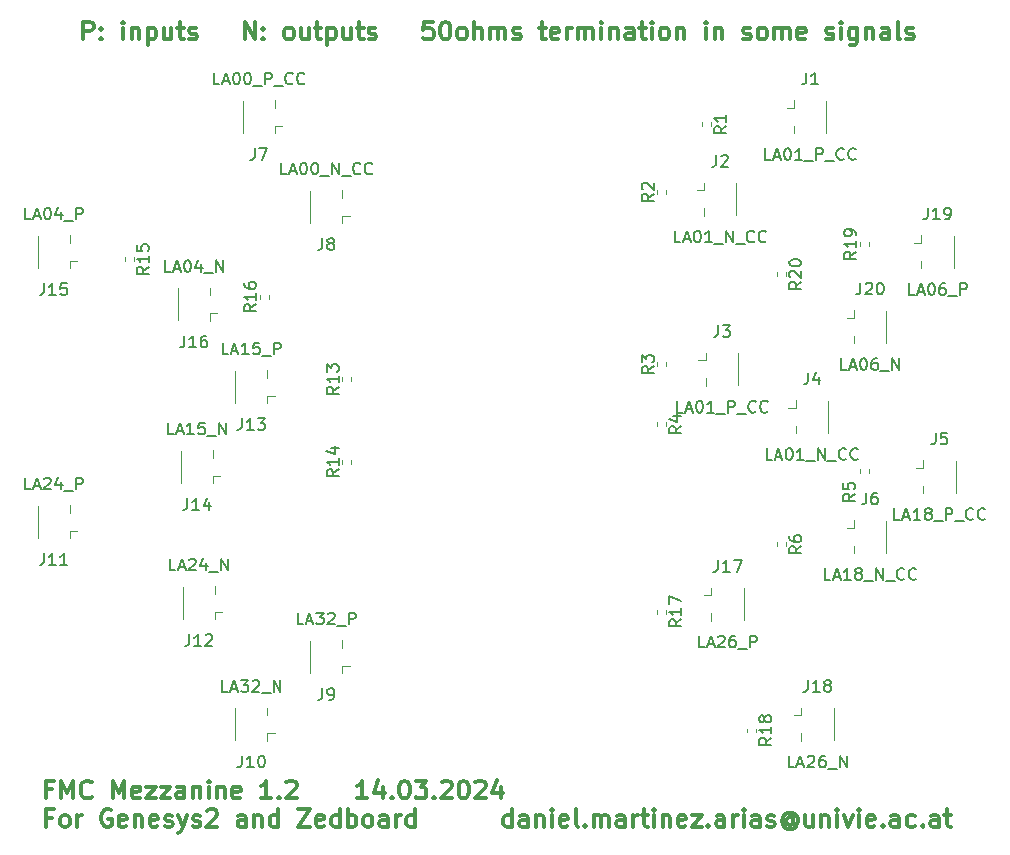
<source format=gbr>
%TF.GenerationSoftware,KiCad,Pcbnew,7.0.10*%
%TF.CreationDate,2024-03-14T12:03:47+01:00*%
%TF.ProjectId,FMC_breakout,464d435f-6272-4656-916b-6f75742e6b69,1.2*%
%TF.SameCoordinates,Original*%
%TF.FileFunction,Legend,Top*%
%TF.FilePolarity,Positive*%
%FSLAX46Y46*%
G04 Gerber Fmt 4.6, Leading zero omitted, Abs format (unit mm)*
G04 Created by KiCad (PCBNEW 7.0.10) date 2024-03-14 12:03:47*
%MOMM*%
%LPD*%
G01*
G04 APERTURE LIST*
%ADD10C,0.300000*%
%ADD11C,0.150000*%
%ADD12C,0.120000*%
G04 APERTURE END LIST*
D10*
X37384510Y-60760828D02*
X37384510Y-59260828D01*
X37384510Y-59260828D02*
X37955939Y-59260828D01*
X37955939Y-59260828D02*
X38098796Y-59332257D01*
X38098796Y-59332257D02*
X38170225Y-59403685D01*
X38170225Y-59403685D02*
X38241653Y-59546542D01*
X38241653Y-59546542D02*
X38241653Y-59760828D01*
X38241653Y-59760828D02*
X38170225Y-59903685D01*
X38170225Y-59903685D02*
X38098796Y-59975114D01*
X38098796Y-59975114D02*
X37955939Y-60046542D01*
X37955939Y-60046542D02*
X37384510Y-60046542D01*
X38884510Y-60617971D02*
X38955939Y-60689400D01*
X38955939Y-60689400D02*
X38884510Y-60760828D01*
X38884510Y-60760828D02*
X38813082Y-60689400D01*
X38813082Y-60689400D02*
X38884510Y-60617971D01*
X38884510Y-60617971D02*
X38884510Y-60760828D01*
X38884510Y-59832257D02*
X38955939Y-59903685D01*
X38955939Y-59903685D02*
X38884510Y-59975114D01*
X38884510Y-59975114D02*
X38813082Y-59903685D01*
X38813082Y-59903685D02*
X38884510Y-59832257D01*
X38884510Y-59832257D02*
X38884510Y-59975114D01*
X40741653Y-60760828D02*
X40741653Y-59760828D01*
X40741653Y-59260828D02*
X40670225Y-59332257D01*
X40670225Y-59332257D02*
X40741653Y-59403685D01*
X40741653Y-59403685D02*
X40813082Y-59332257D01*
X40813082Y-59332257D02*
X40741653Y-59260828D01*
X40741653Y-59260828D02*
X40741653Y-59403685D01*
X41455939Y-59760828D02*
X41455939Y-60760828D01*
X41455939Y-59903685D02*
X41527368Y-59832257D01*
X41527368Y-59832257D02*
X41670225Y-59760828D01*
X41670225Y-59760828D02*
X41884511Y-59760828D01*
X41884511Y-59760828D02*
X42027368Y-59832257D01*
X42027368Y-59832257D02*
X42098797Y-59975114D01*
X42098797Y-59975114D02*
X42098797Y-60760828D01*
X42813082Y-59760828D02*
X42813082Y-61260828D01*
X42813082Y-59832257D02*
X42955940Y-59760828D01*
X42955940Y-59760828D02*
X43241654Y-59760828D01*
X43241654Y-59760828D02*
X43384511Y-59832257D01*
X43384511Y-59832257D02*
X43455940Y-59903685D01*
X43455940Y-59903685D02*
X43527368Y-60046542D01*
X43527368Y-60046542D02*
X43527368Y-60475114D01*
X43527368Y-60475114D02*
X43455940Y-60617971D01*
X43455940Y-60617971D02*
X43384511Y-60689400D01*
X43384511Y-60689400D02*
X43241654Y-60760828D01*
X43241654Y-60760828D02*
X42955940Y-60760828D01*
X42955940Y-60760828D02*
X42813082Y-60689400D01*
X44813083Y-59760828D02*
X44813083Y-60760828D01*
X44170225Y-59760828D02*
X44170225Y-60546542D01*
X44170225Y-60546542D02*
X44241654Y-60689400D01*
X44241654Y-60689400D02*
X44384511Y-60760828D01*
X44384511Y-60760828D02*
X44598797Y-60760828D01*
X44598797Y-60760828D02*
X44741654Y-60689400D01*
X44741654Y-60689400D02*
X44813083Y-60617971D01*
X45313083Y-59760828D02*
X45884511Y-59760828D01*
X45527368Y-59260828D02*
X45527368Y-60546542D01*
X45527368Y-60546542D02*
X45598797Y-60689400D01*
X45598797Y-60689400D02*
X45741654Y-60760828D01*
X45741654Y-60760828D02*
X45884511Y-60760828D01*
X46313083Y-60689400D02*
X46455940Y-60760828D01*
X46455940Y-60760828D02*
X46741654Y-60760828D01*
X46741654Y-60760828D02*
X46884511Y-60689400D01*
X46884511Y-60689400D02*
X46955940Y-60546542D01*
X46955940Y-60546542D02*
X46955940Y-60475114D01*
X46955940Y-60475114D02*
X46884511Y-60332257D01*
X46884511Y-60332257D02*
X46741654Y-60260828D01*
X46741654Y-60260828D02*
X46527369Y-60260828D01*
X46527369Y-60260828D02*
X46384511Y-60189400D01*
X46384511Y-60189400D02*
X46313083Y-60046542D01*
X46313083Y-60046542D02*
X46313083Y-59975114D01*
X46313083Y-59975114D02*
X46384511Y-59832257D01*
X46384511Y-59832257D02*
X46527369Y-59760828D01*
X46527369Y-59760828D02*
X46741654Y-59760828D01*
X46741654Y-59760828D02*
X46884511Y-59832257D01*
X51027368Y-60760828D02*
X51027368Y-59260828D01*
X51027368Y-59260828D02*
X51884511Y-60760828D01*
X51884511Y-60760828D02*
X51884511Y-59260828D01*
X52598797Y-60617971D02*
X52670226Y-60689400D01*
X52670226Y-60689400D02*
X52598797Y-60760828D01*
X52598797Y-60760828D02*
X52527369Y-60689400D01*
X52527369Y-60689400D02*
X52598797Y-60617971D01*
X52598797Y-60617971D02*
X52598797Y-60760828D01*
X52598797Y-59832257D02*
X52670226Y-59903685D01*
X52670226Y-59903685D02*
X52598797Y-59975114D01*
X52598797Y-59975114D02*
X52527369Y-59903685D01*
X52527369Y-59903685D02*
X52598797Y-59832257D01*
X52598797Y-59832257D02*
X52598797Y-59975114D01*
X54670226Y-60760828D02*
X54527369Y-60689400D01*
X54527369Y-60689400D02*
X54455940Y-60617971D01*
X54455940Y-60617971D02*
X54384512Y-60475114D01*
X54384512Y-60475114D02*
X54384512Y-60046542D01*
X54384512Y-60046542D02*
X54455940Y-59903685D01*
X54455940Y-59903685D02*
X54527369Y-59832257D01*
X54527369Y-59832257D02*
X54670226Y-59760828D01*
X54670226Y-59760828D02*
X54884512Y-59760828D01*
X54884512Y-59760828D02*
X55027369Y-59832257D01*
X55027369Y-59832257D02*
X55098798Y-59903685D01*
X55098798Y-59903685D02*
X55170226Y-60046542D01*
X55170226Y-60046542D02*
X55170226Y-60475114D01*
X55170226Y-60475114D02*
X55098798Y-60617971D01*
X55098798Y-60617971D02*
X55027369Y-60689400D01*
X55027369Y-60689400D02*
X54884512Y-60760828D01*
X54884512Y-60760828D02*
X54670226Y-60760828D01*
X56455941Y-59760828D02*
X56455941Y-60760828D01*
X55813083Y-59760828D02*
X55813083Y-60546542D01*
X55813083Y-60546542D02*
X55884512Y-60689400D01*
X55884512Y-60689400D02*
X56027369Y-60760828D01*
X56027369Y-60760828D02*
X56241655Y-60760828D01*
X56241655Y-60760828D02*
X56384512Y-60689400D01*
X56384512Y-60689400D02*
X56455941Y-60617971D01*
X56955941Y-59760828D02*
X57527369Y-59760828D01*
X57170226Y-59260828D02*
X57170226Y-60546542D01*
X57170226Y-60546542D02*
X57241655Y-60689400D01*
X57241655Y-60689400D02*
X57384512Y-60760828D01*
X57384512Y-60760828D02*
X57527369Y-60760828D01*
X58027369Y-59760828D02*
X58027369Y-61260828D01*
X58027369Y-59832257D02*
X58170227Y-59760828D01*
X58170227Y-59760828D02*
X58455941Y-59760828D01*
X58455941Y-59760828D02*
X58598798Y-59832257D01*
X58598798Y-59832257D02*
X58670227Y-59903685D01*
X58670227Y-59903685D02*
X58741655Y-60046542D01*
X58741655Y-60046542D02*
X58741655Y-60475114D01*
X58741655Y-60475114D02*
X58670227Y-60617971D01*
X58670227Y-60617971D02*
X58598798Y-60689400D01*
X58598798Y-60689400D02*
X58455941Y-60760828D01*
X58455941Y-60760828D02*
X58170227Y-60760828D01*
X58170227Y-60760828D02*
X58027369Y-60689400D01*
X60027370Y-59760828D02*
X60027370Y-60760828D01*
X59384512Y-59760828D02*
X59384512Y-60546542D01*
X59384512Y-60546542D02*
X59455941Y-60689400D01*
X59455941Y-60689400D02*
X59598798Y-60760828D01*
X59598798Y-60760828D02*
X59813084Y-60760828D01*
X59813084Y-60760828D02*
X59955941Y-60689400D01*
X59955941Y-60689400D02*
X60027370Y-60617971D01*
X60527370Y-59760828D02*
X61098798Y-59760828D01*
X60741655Y-59260828D02*
X60741655Y-60546542D01*
X60741655Y-60546542D02*
X60813084Y-60689400D01*
X60813084Y-60689400D02*
X60955941Y-60760828D01*
X60955941Y-60760828D02*
X61098798Y-60760828D01*
X61527370Y-60689400D02*
X61670227Y-60760828D01*
X61670227Y-60760828D02*
X61955941Y-60760828D01*
X61955941Y-60760828D02*
X62098798Y-60689400D01*
X62098798Y-60689400D02*
X62170227Y-60546542D01*
X62170227Y-60546542D02*
X62170227Y-60475114D01*
X62170227Y-60475114D02*
X62098798Y-60332257D01*
X62098798Y-60332257D02*
X61955941Y-60260828D01*
X61955941Y-60260828D02*
X61741656Y-60260828D01*
X61741656Y-60260828D02*
X61598798Y-60189400D01*
X61598798Y-60189400D02*
X61527370Y-60046542D01*
X61527370Y-60046542D02*
X61527370Y-59975114D01*
X61527370Y-59975114D02*
X61598798Y-59832257D01*
X61598798Y-59832257D02*
X61741656Y-59760828D01*
X61741656Y-59760828D02*
X61955941Y-59760828D01*
X61955941Y-59760828D02*
X62098798Y-59832257D01*
X66955941Y-59260828D02*
X66241655Y-59260828D01*
X66241655Y-59260828D02*
X66170227Y-59975114D01*
X66170227Y-59975114D02*
X66241655Y-59903685D01*
X66241655Y-59903685D02*
X66384513Y-59832257D01*
X66384513Y-59832257D02*
X66741655Y-59832257D01*
X66741655Y-59832257D02*
X66884513Y-59903685D01*
X66884513Y-59903685D02*
X66955941Y-59975114D01*
X66955941Y-59975114D02*
X67027370Y-60117971D01*
X67027370Y-60117971D02*
X67027370Y-60475114D01*
X67027370Y-60475114D02*
X66955941Y-60617971D01*
X66955941Y-60617971D02*
X66884513Y-60689400D01*
X66884513Y-60689400D02*
X66741655Y-60760828D01*
X66741655Y-60760828D02*
X66384513Y-60760828D01*
X66384513Y-60760828D02*
X66241655Y-60689400D01*
X66241655Y-60689400D02*
X66170227Y-60617971D01*
X67955941Y-59260828D02*
X68098798Y-59260828D01*
X68098798Y-59260828D02*
X68241655Y-59332257D01*
X68241655Y-59332257D02*
X68313084Y-59403685D01*
X68313084Y-59403685D02*
X68384512Y-59546542D01*
X68384512Y-59546542D02*
X68455941Y-59832257D01*
X68455941Y-59832257D02*
X68455941Y-60189400D01*
X68455941Y-60189400D02*
X68384512Y-60475114D01*
X68384512Y-60475114D02*
X68313084Y-60617971D01*
X68313084Y-60617971D02*
X68241655Y-60689400D01*
X68241655Y-60689400D02*
X68098798Y-60760828D01*
X68098798Y-60760828D02*
X67955941Y-60760828D01*
X67955941Y-60760828D02*
X67813084Y-60689400D01*
X67813084Y-60689400D02*
X67741655Y-60617971D01*
X67741655Y-60617971D02*
X67670226Y-60475114D01*
X67670226Y-60475114D02*
X67598798Y-60189400D01*
X67598798Y-60189400D02*
X67598798Y-59832257D01*
X67598798Y-59832257D02*
X67670226Y-59546542D01*
X67670226Y-59546542D02*
X67741655Y-59403685D01*
X67741655Y-59403685D02*
X67813084Y-59332257D01*
X67813084Y-59332257D02*
X67955941Y-59260828D01*
X69313083Y-60760828D02*
X69170226Y-60689400D01*
X69170226Y-60689400D02*
X69098797Y-60617971D01*
X69098797Y-60617971D02*
X69027369Y-60475114D01*
X69027369Y-60475114D02*
X69027369Y-60046542D01*
X69027369Y-60046542D02*
X69098797Y-59903685D01*
X69098797Y-59903685D02*
X69170226Y-59832257D01*
X69170226Y-59832257D02*
X69313083Y-59760828D01*
X69313083Y-59760828D02*
X69527369Y-59760828D01*
X69527369Y-59760828D02*
X69670226Y-59832257D01*
X69670226Y-59832257D02*
X69741655Y-59903685D01*
X69741655Y-59903685D02*
X69813083Y-60046542D01*
X69813083Y-60046542D02*
X69813083Y-60475114D01*
X69813083Y-60475114D02*
X69741655Y-60617971D01*
X69741655Y-60617971D02*
X69670226Y-60689400D01*
X69670226Y-60689400D02*
X69527369Y-60760828D01*
X69527369Y-60760828D02*
X69313083Y-60760828D01*
X70455940Y-60760828D02*
X70455940Y-59260828D01*
X71098798Y-60760828D02*
X71098798Y-59975114D01*
X71098798Y-59975114D02*
X71027369Y-59832257D01*
X71027369Y-59832257D02*
X70884512Y-59760828D01*
X70884512Y-59760828D02*
X70670226Y-59760828D01*
X70670226Y-59760828D02*
X70527369Y-59832257D01*
X70527369Y-59832257D02*
X70455940Y-59903685D01*
X71813083Y-60760828D02*
X71813083Y-59760828D01*
X71813083Y-59903685D02*
X71884512Y-59832257D01*
X71884512Y-59832257D02*
X72027369Y-59760828D01*
X72027369Y-59760828D02*
X72241655Y-59760828D01*
X72241655Y-59760828D02*
X72384512Y-59832257D01*
X72384512Y-59832257D02*
X72455941Y-59975114D01*
X72455941Y-59975114D02*
X72455941Y-60760828D01*
X72455941Y-59975114D02*
X72527369Y-59832257D01*
X72527369Y-59832257D02*
X72670226Y-59760828D01*
X72670226Y-59760828D02*
X72884512Y-59760828D01*
X72884512Y-59760828D02*
X73027369Y-59832257D01*
X73027369Y-59832257D02*
X73098798Y-59975114D01*
X73098798Y-59975114D02*
X73098798Y-60760828D01*
X73741655Y-60689400D02*
X73884512Y-60760828D01*
X73884512Y-60760828D02*
X74170226Y-60760828D01*
X74170226Y-60760828D02*
X74313083Y-60689400D01*
X74313083Y-60689400D02*
X74384512Y-60546542D01*
X74384512Y-60546542D02*
X74384512Y-60475114D01*
X74384512Y-60475114D02*
X74313083Y-60332257D01*
X74313083Y-60332257D02*
X74170226Y-60260828D01*
X74170226Y-60260828D02*
X73955941Y-60260828D01*
X73955941Y-60260828D02*
X73813083Y-60189400D01*
X73813083Y-60189400D02*
X73741655Y-60046542D01*
X73741655Y-60046542D02*
X73741655Y-59975114D01*
X73741655Y-59975114D02*
X73813083Y-59832257D01*
X73813083Y-59832257D02*
X73955941Y-59760828D01*
X73955941Y-59760828D02*
X74170226Y-59760828D01*
X74170226Y-59760828D02*
X74313083Y-59832257D01*
X75955941Y-59760828D02*
X76527369Y-59760828D01*
X76170226Y-59260828D02*
X76170226Y-60546542D01*
X76170226Y-60546542D02*
X76241655Y-60689400D01*
X76241655Y-60689400D02*
X76384512Y-60760828D01*
X76384512Y-60760828D02*
X76527369Y-60760828D01*
X77598798Y-60689400D02*
X77455941Y-60760828D01*
X77455941Y-60760828D02*
X77170227Y-60760828D01*
X77170227Y-60760828D02*
X77027369Y-60689400D01*
X77027369Y-60689400D02*
X76955941Y-60546542D01*
X76955941Y-60546542D02*
X76955941Y-59975114D01*
X76955941Y-59975114D02*
X77027369Y-59832257D01*
X77027369Y-59832257D02*
X77170227Y-59760828D01*
X77170227Y-59760828D02*
X77455941Y-59760828D01*
X77455941Y-59760828D02*
X77598798Y-59832257D01*
X77598798Y-59832257D02*
X77670227Y-59975114D01*
X77670227Y-59975114D02*
X77670227Y-60117971D01*
X77670227Y-60117971D02*
X76955941Y-60260828D01*
X78313083Y-60760828D02*
X78313083Y-59760828D01*
X78313083Y-60046542D02*
X78384512Y-59903685D01*
X78384512Y-59903685D02*
X78455941Y-59832257D01*
X78455941Y-59832257D02*
X78598798Y-59760828D01*
X78598798Y-59760828D02*
X78741655Y-59760828D01*
X79241654Y-60760828D02*
X79241654Y-59760828D01*
X79241654Y-59903685D02*
X79313083Y-59832257D01*
X79313083Y-59832257D02*
X79455940Y-59760828D01*
X79455940Y-59760828D02*
X79670226Y-59760828D01*
X79670226Y-59760828D02*
X79813083Y-59832257D01*
X79813083Y-59832257D02*
X79884512Y-59975114D01*
X79884512Y-59975114D02*
X79884512Y-60760828D01*
X79884512Y-59975114D02*
X79955940Y-59832257D01*
X79955940Y-59832257D02*
X80098797Y-59760828D01*
X80098797Y-59760828D02*
X80313083Y-59760828D01*
X80313083Y-59760828D02*
X80455940Y-59832257D01*
X80455940Y-59832257D02*
X80527369Y-59975114D01*
X80527369Y-59975114D02*
X80527369Y-60760828D01*
X81241654Y-60760828D02*
X81241654Y-59760828D01*
X81241654Y-59260828D02*
X81170226Y-59332257D01*
X81170226Y-59332257D02*
X81241654Y-59403685D01*
X81241654Y-59403685D02*
X81313083Y-59332257D01*
X81313083Y-59332257D02*
X81241654Y-59260828D01*
X81241654Y-59260828D02*
X81241654Y-59403685D01*
X81955940Y-59760828D02*
X81955940Y-60760828D01*
X81955940Y-59903685D02*
X82027369Y-59832257D01*
X82027369Y-59832257D02*
X82170226Y-59760828D01*
X82170226Y-59760828D02*
X82384512Y-59760828D01*
X82384512Y-59760828D02*
X82527369Y-59832257D01*
X82527369Y-59832257D02*
X82598798Y-59975114D01*
X82598798Y-59975114D02*
X82598798Y-60760828D01*
X83955941Y-60760828D02*
X83955941Y-59975114D01*
X83955941Y-59975114D02*
X83884512Y-59832257D01*
X83884512Y-59832257D02*
X83741655Y-59760828D01*
X83741655Y-59760828D02*
X83455941Y-59760828D01*
X83455941Y-59760828D02*
X83313083Y-59832257D01*
X83955941Y-60689400D02*
X83813083Y-60760828D01*
X83813083Y-60760828D02*
X83455941Y-60760828D01*
X83455941Y-60760828D02*
X83313083Y-60689400D01*
X83313083Y-60689400D02*
X83241655Y-60546542D01*
X83241655Y-60546542D02*
X83241655Y-60403685D01*
X83241655Y-60403685D02*
X83313083Y-60260828D01*
X83313083Y-60260828D02*
X83455941Y-60189400D01*
X83455941Y-60189400D02*
X83813083Y-60189400D01*
X83813083Y-60189400D02*
X83955941Y-60117971D01*
X84455941Y-59760828D02*
X85027369Y-59760828D01*
X84670226Y-59260828D02*
X84670226Y-60546542D01*
X84670226Y-60546542D02*
X84741655Y-60689400D01*
X84741655Y-60689400D02*
X84884512Y-60760828D01*
X84884512Y-60760828D02*
X85027369Y-60760828D01*
X85527369Y-60760828D02*
X85527369Y-59760828D01*
X85527369Y-59260828D02*
X85455941Y-59332257D01*
X85455941Y-59332257D02*
X85527369Y-59403685D01*
X85527369Y-59403685D02*
X85598798Y-59332257D01*
X85598798Y-59332257D02*
X85527369Y-59260828D01*
X85527369Y-59260828D02*
X85527369Y-59403685D01*
X86455941Y-60760828D02*
X86313084Y-60689400D01*
X86313084Y-60689400D02*
X86241655Y-60617971D01*
X86241655Y-60617971D02*
X86170227Y-60475114D01*
X86170227Y-60475114D02*
X86170227Y-60046542D01*
X86170227Y-60046542D02*
X86241655Y-59903685D01*
X86241655Y-59903685D02*
X86313084Y-59832257D01*
X86313084Y-59832257D02*
X86455941Y-59760828D01*
X86455941Y-59760828D02*
X86670227Y-59760828D01*
X86670227Y-59760828D02*
X86813084Y-59832257D01*
X86813084Y-59832257D02*
X86884513Y-59903685D01*
X86884513Y-59903685D02*
X86955941Y-60046542D01*
X86955941Y-60046542D02*
X86955941Y-60475114D01*
X86955941Y-60475114D02*
X86884513Y-60617971D01*
X86884513Y-60617971D02*
X86813084Y-60689400D01*
X86813084Y-60689400D02*
X86670227Y-60760828D01*
X86670227Y-60760828D02*
X86455941Y-60760828D01*
X87598798Y-59760828D02*
X87598798Y-60760828D01*
X87598798Y-59903685D02*
X87670227Y-59832257D01*
X87670227Y-59832257D02*
X87813084Y-59760828D01*
X87813084Y-59760828D02*
X88027370Y-59760828D01*
X88027370Y-59760828D02*
X88170227Y-59832257D01*
X88170227Y-59832257D02*
X88241656Y-59975114D01*
X88241656Y-59975114D02*
X88241656Y-60760828D01*
X90098798Y-60760828D02*
X90098798Y-59760828D01*
X90098798Y-59260828D02*
X90027370Y-59332257D01*
X90027370Y-59332257D02*
X90098798Y-59403685D01*
X90098798Y-59403685D02*
X90170227Y-59332257D01*
X90170227Y-59332257D02*
X90098798Y-59260828D01*
X90098798Y-59260828D02*
X90098798Y-59403685D01*
X90813084Y-59760828D02*
X90813084Y-60760828D01*
X90813084Y-59903685D02*
X90884513Y-59832257D01*
X90884513Y-59832257D02*
X91027370Y-59760828D01*
X91027370Y-59760828D02*
X91241656Y-59760828D01*
X91241656Y-59760828D02*
X91384513Y-59832257D01*
X91384513Y-59832257D02*
X91455942Y-59975114D01*
X91455942Y-59975114D02*
X91455942Y-60760828D01*
X93241656Y-60689400D02*
X93384513Y-60760828D01*
X93384513Y-60760828D02*
X93670227Y-60760828D01*
X93670227Y-60760828D02*
X93813084Y-60689400D01*
X93813084Y-60689400D02*
X93884513Y-60546542D01*
X93884513Y-60546542D02*
X93884513Y-60475114D01*
X93884513Y-60475114D02*
X93813084Y-60332257D01*
X93813084Y-60332257D02*
X93670227Y-60260828D01*
X93670227Y-60260828D02*
X93455942Y-60260828D01*
X93455942Y-60260828D02*
X93313084Y-60189400D01*
X93313084Y-60189400D02*
X93241656Y-60046542D01*
X93241656Y-60046542D02*
X93241656Y-59975114D01*
X93241656Y-59975114D02*
X93313084Y-59832257D01*
X93313084Y-59832257D02*
X93455942Y-59760828D01*
X93455942Y-59760828D02*
X93670227Y-59760828D01*
X93670227Y-59760828D02*
X93813084Y-59832257D01*
X94741656Y-60760828D02*
X94598799Y-60689400D01*
X94598799Y-60689400D02*
X94527370Y-60617971D01*
X94527370Y-60617971D02*
X94455942Y-60475114D01*
X94455942Y-60475114D02*
X94455942Y-60046542D01*
X94455942Y-60046542D02*
X94527370Y-59903685D01*
X94527370Y-59903685D02*
X94598799Y-59832257D01*
X94598799Y-59832257D02*
X94741656Y-59760828D01*
X94741656Y-59760828D02*
X94955942Y-59760828D01*
X94955942Y-59760828D02*
X95098799Y-59832257D01*
X95098799Y-59832257D02*
X95170228Y-59903685D01*
X95170228Y-59903685D02*
X95241656Y-60046542D01*
X95241656Y-60046542D02*
X95241656Y-60475114D01*
X95241656Y-60475114D02*
X95170228Y-60617971D01*
X95170228Y-60617971D02*
X95098799Y-60689400D01*
X95098799Y-60689400D02*
X94955942Y-60760828D01*
X94955942Y-60760828D02*
X94741656Y-60760828D01*
X95884513Y-60760828D02*
X95884513Y-59760828D01*
X95884513Y-59903685D02*
X95955942Y-59832257D01*
X95955942Y-59832257D02*
X96098799Y-59760828D01*
X96098799Y-59760828D02*
X96313085Y-59760828D01*
X96313085Y-59760828D02*
X96455942Y-59832257D01*
X96455942Y-59832257D02*
X96527371Y-59975114D01*
X96527371Y-59975114D02*
X96527371Y-60760828D01*
X96527371Y-59975114D02*
X96598799Y-59832257D01*
X96598799Y-59832257D02*
X96741656Y-59760828D01*
X96741656Y-59760828D02*
X96955942Y-59760828D01*
X96955942Y-59760828D02*
X97098799Y-59832257D01*
X97098799Y-59832257D02*
X97170228Y-59975114D01*
X97170228Y-59975114D02*
X97170228Y-60760828D01*
X98455942Y-60689400D02*
X98313085Y-60760828D01*
X98313085Y-60760828D02*
X98027371Y-60760828D01*
X98027371Y-60760828D02*
X97884513Y-60689400D01*
X97884513Y-60689400D02*
X97813085Y-60546542D01*
X97813085Y-60546542D02*
X97813085Y-59975114D01*
X97813085Y-59975114D02*
X97884513Y-59832257D01*
X97884513Y-59832257D02*
X98027371Y-59760828D01*
X98027371Y-59760828D02*
X98313085Y-59760828D01*
X98313085Y-59760828D02*
X98455942Y-59832257D01*
X98455942Y-59832257D02*
X98527371Y-59975114D01*
X98527371Y-59975114D02*
X98527371Y-60117971D01*
X98527371Y-60117971D02*
X97813085Y-60260828D01*
X100241656Y-60689400D02*
X100384513Y-60760828D01*
X100384513Y-60760828D02*
X100670227Y-60760828D01*
X100670227Y-60760828D02*
X100813084Y-60689400D01*
X100813084Y-60689400D02*
X100884513Y-60546542D01*
X100884513Y-60546542D02*
X100884513Y-60475114D01*
X100884513Y-60475114D02*
X100813084Y-60332257D01*
X100813084Y-60332257D02*
X100670227Y-60260828D01*
X100670227Y-60260828D02*
X100455942Y-60260828D01*
X100455942Y-60260828D02*
X100313084Y-60189400D01*
X100313084Y-60189400D02*
X100241656Y-60046542D01*
X100241656Y-60046542D02*
X100241656Y-59975114D01*
X100241656Y-59975114D02*
X100313084Y-59832257D01*
X100313084Y-59832257D02*
X100455942Y-59760828D01*
X100455942Y-59760828D02*
X100670227Y-59760828D01*
X100670227Y-59760828D02*
X100813084Y-59832257D01*
X101527370Y-60760828D02*
X101527370Y-59760828D01*
X101527370Y-59260828D02*
X101455942Y-59332257D01*
X101455942Y-59332257D02*
X101527370Y-59403685D01*
X101527370Y-59403685D02*
X101598799Y-59332257D01*
X101598799Y-59332257D02*
X101527370Y-59260828D01*
X101527370Y-59260828D02*
X101527370Y-59403685D01*
X102884514Y-59760828D02*
X102884514Y-60975114D01*
X102884514Y-60975114D02*
X102813085Y-61117971D01*
X102813085Y-61117971D02*
X102741656Y-61189400D01*
X102741656Y-61189400D02*
X102598799Y-61260828D01*
X102598799Y-61260828D02*
X102384514Y-61260828D01*
X102384514Y-61260828D02*
X102241656Y-61189400D01*
X102884514Y-60689400D02*
X102741656Y-60760828D01*
X102741656Y-60760828D02*
X102455942Y-60760828D01*
X102455942Y-60760828D02*
X102313085Y-60689400D01*
X102313085Y-60689400D02*
X102241656Y-60617971D01*
X102241656Y-60617971D02*
X102170228Y-60475114D01*
X102170228Y-60475114D02*
X102170228Y-60046542D01*
X102170228Y-60046542D02*
X102241656Y-59903685D01*
X102241656Y-59903685D02*
X102313085Y-59832257D01*
X102313085Y-59832257D02*
X102455942Y-59760828D01*
X102455942Y-59760828D02*
X102741656Y-59760828D01*
X102741656Y-59760828D02*
X102884514Y-59832257D01*
X103598799Y-59760828D02*
X103598799Y-60760828D01*
X103598799Y-59903685D02*
X103670228Y-59832257D01*
X103670228Y-59832257D02*
X103813085Y-59760828D01*
X103813085Y-59760828D02*
X104027371Y-59760828D01*
X104027371Y-59760828D02*
X104170228Y-59832257D01*
X104170228Y-59832257D02*
X104241657Y-59975114D01*
X104241657Y-59975114D02*
X104241657Y-60760828D01*
X105598800Y-60760828D02*
X105598800Y-59975114D01*
X105598800Y-59975114D02*
X105527371Y-59832257D01*
X105527371Y-59832257D02*
X105384514Y-59760828D01*
X105384514Y-59760828D02*
X105098800Y-59760828D01*
X105098800Y-59760828D02*
X104955942Y-59832257D01*
X105598800Y-60689400D02*
X105455942Y-60760828D01*
X105455942Y-60760828D02*
X105098800Y-60760828D01*
X105098800Y-60760828D02*
X104955942Y-60689400D01*
X104955942Y-60689400D02*
X104884514Y-60546542D01*
X104884514Y-60546542D02*
X104884514Y-60403685D01*
X104884514Y-60403685D02*
X104955942Y-60260828D01*
X104955942Y-60260828D02*
X105098800Y-60189400D01*
X105098800Y-60189400D02*
X105455942Y-60189400D01*
X105455942Y-60189400D02*
X105598800Y-60117971D01*
X106527371Y-60760828D02*
X106384514Y-60689400D01*
X106384514Y-60689400D02*
X106313085Y-60546542D01*
X106313085Y-60546542D02*
X106313085Y-59260828D01*
X107027371Y-60689400D02*
X107170228Y-60760828D01*
X107170228Y-60760828D02*
X107455942Y-60760828D01*
X107455942Y-60760828D02*
X107598799Y-60689400D01*
X107598799Y-60689400D02*
X107670228Y-60546542D01*
X107670228Y-60546542D02*
X107670228Y-60475114D01*
X107670228Y-60475114D02*
X107598799Y-60332257D01*
X107598799Y-60332257D02*
X107455942Y-60260828D01*
X107455942Y-60260828D02*
X107241657Y-60260828D01*
X107241657Y-60260828D02*
X107098799Y-60189400D01*
X107098799Y-60189400D02*
X107027371Y-60046542D01*
X107027371Y-60046542D02*
X107027371Y-59975114D01*
X107027371Y-59975114D02*
X107098799Y-59832257D01*
X107098799Y-59832257D02*
X107241657Y-59760828D01*
X107241657Y-59760828D02*
X107455942Y-59760828D01*
X107455942Y-59760828D02*
X107598799Y-59832257D01*
X34709510Y-124235114D02*
X34209510Y-124235114D01*
X34209510Y-125020828D02*
X34209510Y-123520828D01*
X34209510Y-123520828D02*
X34923796Y-123520828D01*
X35495224Y-125020828D02*
X35495224Y-123520828D01*
X35495224Y-123520828D02*
X35995224Y-124592257D01*
X35995224Y-124592257D02*
X36495224Y-123520828D01*
X36495224Y-123520828D02*
X36495224Y-125020828D01*
X38066653Y-124877971D02*
X37995225Y-124949400D01*
X37995225Y-124949400D02*
X37780939Y-125020828D01*
X37780939Y-125020828D02*
X37638082Y-125020828D01*
X37638082Y-125020828D02*
X37423796Y-124949400D01*
X37423796Y-124949400D02*
X37280939Y-124806542D01*
X37280939Y-124806542D02*
X37209510Y-124663685D01*
X37209510Y-124663685D02*
X37138082Y-124377971D01*
X37138082Y-124377971D02*
X37138082Y-124163685D01*
X37138082Y-124163685D02*
X37209510Y-123877971D01*
X37209510Y-123877971D02*
X37280939Y-123735114D01*
X37280939Y-123735114D02*
X37423796Y-123592257D01*
X37423796Y-123592257D02*
X37638082Y-123520828D01*
X37638082Y-123520828D02*
X37780939Y-123520828D01*
X37780939Y-123520828D02*
X37995225Y-123592257D01*
X37995225Y-123592257D02*
X38066653Y-123663685D01*
X39852367Y-125020828D02*
X39852367Y-123520828D01*
X39852367Y-123520828D02*
X40352367Y-124592257D01*
X40352367Y-124592257D02*
X40852367Y-123520828D01*
X40852367Y-123520828D02*
X40852367Y-125020828D01*
X42138082Y-124949400D02*
X41995225Y-125020828D01*
X41995225Y-125020828D02*
X41709511Y-125020828D01*
X41709511Y-125020828D02*
X41566653Y-124949400D01*
X41566653Y-124949400D02*
X41495225Y-124806542D01*
X41495225Y-124806542D02*
X41495225Y-124235114D01*
X41495225Y-124235114D02*
X41566653Y-124092257D01*
X41566653Y-124092257D02*
X41709511Y-124020828D01*
X41709511Y-124020828D02*
X41995225Y-124020828D01*
X41995225Y-124020828D02*
X42138082Y-124092257D01*
X42138082Y-124092257D02*
X42209511Y-124235114D01*
X42209511Y-124235114D02*
X42209511Y-124377971D01*
X42209511Y-124377971D02*
X41495225Y-124520828D01*
X42709510Y-124020828D02*
X43495225Y-124020828D01*
X43495225Y-124020828D02*
X42709510Y-125020828D01*
X42709510Y-125020828D02*
X43495225Y-125020828D01*
X43923796Y-124020828D02*
X44709511Y-124020828D01*
X44709511Y-124020828D02*
X43923796Y-125020828D01*
X43923796Y-125020828D02*
X44709511Y-125020828D01*
X45923797Y-125020828D02*
X45923797Y-124235114D01*
X45923797Y-124235114D02*
X45852368Y-124092257D01*
X45852368Y-124092257D02*
X45709511Y-124020828D01*
X45709511Y-124020828D02*
X45423797Y-124020828D01*
X45423797Y-124020828D02*
X45280939Y-124092257D01*
X45923797Y-124949400D02*
X45780939Y-125020828D01*
X45780939Y-125020828D02*
X45423797Y-125020828D01*
X45423797Y-125020828D02*
X45280939Y-124949400D01*
X45280939Y-124949400D02*
X45209511Y-124806542D01*
X45209511Y-124806542D02*
X45209511Y-124663685D01*
X45209511Y-124663685D02*
X45280939Y-124520828D01*
X45280939Y-124520828D02*
X45423797Y-124449400D01*
X45423797Y-124449400D02*
X45780939Y-124449400D01*
X45780939Y-124449400D02*
X45923797Y-124377971D01*
X46638082Y-124020828D02*
X46638082Y-125020828D01*
X46638082Y-124163685D02*
X46709511Y-124092257D01*
X46709511Y-124092257D02*
X46852368Y-124020828D01*
X46852368Y-124020828D02*
X47066654Y-124020828D01*
X47066654Y-124020828D02*
X47209511Y-124092257D01*
X47209511Y-124092257D02*
X47280940Y-124235114D01*
X47280940Y-124235114D02*
X47280940Y-125020828D01*
X47995225Y-125020828D02*
X47995225Y-124020828D01*
X47995225Y-123520828D02*
X47923797Y-123592257D01*
X47923797Y-123592257D02*
X47995225Y-123663685D01*
X47995225Y-123663685D02*
X48066654Y-123592257D01*
X48066654Y-123592257D02*
X47995225Y-123520828D01*
X47995225Y-123520828D02*
X47995225Y-123663685D01*
X48709511Y-124020828D02*
X48709511Y-125020828D01*
X48709511Y-124163685D02*
X48780940Y-124092257D01*
X48780940Y-124092257D02*
X48923797Y-124020828D01*
X48923797Y-124020828D02*
X49138083Y-124020828D01*
X49138083Y-124020828D02*
X49280940Y-124092257D01*
X49280940Y-124092257D02*
X49352369Y-124235114D01*
X49352369Y-124235114D02*
X49352369Y-125020828D01*
X50638083Y-124949400D02*
X50495226Y-125020828D01*
X50495226Y-125020828D02*
X50209512Y-125020828D01*
X50209512Y-125020828D02*
X50066654Y-124949400D01*
X50066654Y-124949400D02*
X49995226Y-124806542D01*
X49995226Y-124806542D02*
X49995226Y-124235114D01*
X49995226Y-124235114D02*
X50066654Y-124092257D01*
X50066654Y-124092257D02*
X50209512Y-124020828D01*
X50209512Y-124020828D02*
X50495226Y-124020828D01*
X50495226Y-124020828D02*
X50638083Y-124092257D01*
X50638083Y-124092257D02*
X50709512Y-124235114D01*
X50709512Y-124235114D02*
X50709512Y-124377971D01*
X50709512Y-124377971D02*
X49995226Y-124520828D01*
X53280940Y-125020828D02*
X52423797Y-125020828D01*
X52852368Y-125020828D02*
X52852368Y-123520828D01*
X52852368Y-123520828D02*
X52709511Y-123735114D01*
X52709511Y-123735114D02*
X52566654Y-123877971D01*
X52566654Y-123877971D02*
X52423797Y-123949400D01*
X53923796Y-124877971D02*
X53995225Y-124949400D01*
X53995225Y-124949400D02*
X53923796Y-125020828D01*
X53923796Y-125020828D02*
X53852368Y-124949400D01*
X53852368Y-124949400D02*
X53923796Y-124877971D01*
X53923796Y-124877971D02*
X53923796Y-125020828D01*
X54566654Y-123663685D02*
X54638082Y-123592257D01*
X54638082Y-123592257D02*
X54780940Y-123520828D01*
X54780940Y-123520828D02*
X55138082Y-123520828D01*
X55138082Y-123520828D02*
X55280940Y-123592257D01*
X55280940Y-123592257D02*
X55352368Y-123663685D01*
X55352368Y-123663685D02*
X55423797Y-123806542D01*
X55423797Y-123806542D02*
X55423797Y-123949400D01*
X55423797Y-123949400D02*
X55352368Y-124163685D01*
X55352368Y-124163685D02*
X54495225Y-125020828D01*
X54495225Y-125020828D02*
X55423797Y-125020828D01*
X61423796Y-125020828D02*
X60566653Y-125020828D01*
X60995224Y-125020828D02*
X60995224Y-123520828D01*
X60995224Y-123520828D02*
X60852367Y-123735114D01*
X60852367Y-123735114D02*
X60709510Y-123877971D01*
X60709510Y-123877971D02*
X60566653Y-123949400D01*
X62709510Y-124020828D02*
X62709510Y-125020828D01*
X62352367Y-123449400D02*
X61995224Y-124520828D01*
X61995224Y-124520828D02*
X62923795Y-124520828D01*
X63495223Y-124877971D02*
X63566652Y-124949400D01*
X63566652Y-124949400D02*
X63495223Y-125020828D01*
X63495223Y-125020828D02*
X63423795Y-124949400D01*
X63423795Y-124949400D02*
X63495223Y-124877971D01*
X63495223Y-124877971D02*
X63495223Y-125020828D01*
X64495224Y-123520828D02*
X64638081Y-123520828D01*
X64638081Y-123520828D02*
X64780938Y-123592257D01*
X64780938Y-123592257D02*
X64852367Y-123663685D01*
X64852367Y-123663685D02*
X64923795Y-123806542D01*
X64923795Y-123806542D02*
X64995224Y-124092257D01*
X64995224Y-124092257D02*
X64995224Y-124449400D01*
X64995224Y-124449400D02*
X64923795Y-124735114D01*
X64923795Y-124735114D02*
X64852367Y-124877971D01*
X64852367Y-124877971D02*
X64780938Y-124949400D01*
X64780938Y-124949400D02*
X64638081Y-125020828D01*
X64638081Y-125020828D02*
X64495224Y-125020828D01*
X64495224Y-125020828D02*
X64352367Y-124949400D01*
X64352367Y-124949400D02*
X64280938Y-124877971D01*
X64280938Y-124877971D02*
X64209509Y-124735114D01*
X64209509Y-124735114D02*
X64138081Y-124449400D01*
X64138081Y-124449400D02*
X64138081Y-124092257D01*
X64138081Y-124092257D02*
X64209509Y-123806542D01*
X64209509Y-123806542D02*
X64280938Y-123663685D01*
X64280938Y-123663685D02*
X64352367Y-123592257D01*
X64352367Y-123592257D02*
X64495224Y-123520828D01*
X65495223Y-123520828D02*
X66423795Y-123520828D01*
X66423795Y-123520828D02*
X65923795Y-124092257D01*
X65923795Y-124092257D02*
X66138080Y-124092257D01*
X66138080Y-124092257D02*
X66280938Y-124163685D01*
X66280938Y-124163685D02*
X66352366Y-124235114D01*
X66352366Y-124235114D02*
X66423795Y-124377971D01*
X66423795Y-124377971D02*
X66423795Y-124735114D01*
X66423795Y-124735114D02*
X66352366Y-124877971D01*
X66352366Y-124877971D02*
X66280938Y-124949400D01*
X66280938Y-124949400D02*
X66138080Y-125020828D01*
X66138080Y-125020828D02*
X65709509Y-125020828D01*
X65709509Y-125020828D02*
X65566652Y-124949400D01*
X65566652Y-124949400D02*
X65495223Y-124877971D01*
X67066651Y-124877971D02*
X67138080Y-124949400D01*
X67138080Y-124949400D02*
X67066651Y-125020828D01*
X67066651Y-125020828D02*
X66995223Y-124949400D01*
X66995223Y-124949400D02*
X67066651Y-124877971D01*
X67066651Y-124877971D02*
X67066651Y-125020828D01*
X67709509Y-123663685D02*
X67780937Y-123592257D01*
X67780937Y-123592257D02*
X67923795Y-123520828D01*
X67923795Y-123520828D02*
X68280937Y-123520828D01*
X68280937Y-123520828D02*
X68423795Y-123592257D01*
X68423795Y-123592257D02*
X68495223Y-123663685D01*
X68495223Y-123663685D02*
X68566652Y-123806542D01*
X68566652Y-123806542D02*
X68566652Y-123949400D01*
X68566652Y-123949400D02*
X68495223Y-124163685D01*
X68495223Y-124163685D02*
X67638080Y-125020828D01*
X67638080Y-125020828D02*
X68566652Y-125020828D01*
X69495223Y-123520828D02*
X69638080Y-123520828D01*
X69638080Y-123520828D02*
X69780937Y-123592257D01*
X69780937Y-123592257D02*
X69852366Y-123663685D01*
X69852366Y-123663685D02*
X69923794Y-123806542D01*
X69923794Y-123806542D02*
X69995223Y-124092257D01*
X69995223Y-124092257D02*
X69995223Y-124449400D01*
X69995223Y-124449400D02*
X69923794Y-124735114D01*
X69923794Y-124735114D02*
X69852366Y-124877971D01*
X69852366Y-124877971D02*
X69780937Y-124949400D01*
X69780937Y-124949400D02*
X69638080Y-125020828D01*
X69638080Y-125020828D02*
X69495223Y-125020828D01*
X69495223Y-125020828D02*
X69352366Y-124949400D01*
X69352366Y-124949400D02*
X69280937Y-124877971D01*
X69280937Y-124877971D02*
X69209508Y-124735114D01*
X69209508Y-124735114D02*
X69138080Y-124449400D01*
X69138080Y-124449400D02*
X69138080Y-124092257D01*
X69138080Y-124092257D02*
X69209508Y-123806542D01*
X69209508Y-123806542D02*
X69280937Y-123663685D01*
X69280937Y-123663685D02*
X69352366Y-123592257D01*
X69352366Y-123592257D02*
X69495223Y-123520828D01*
X70566651Y-123663685D02*
X70638079Y-123592257D01*
X70638079Y-123592257D02*
X70780937Y-123520828D01*
X70780937Y-123520828D02*
X71138079Y-123520828D01*
X71138079Y-123520828D02*
X71280937Y-123592257D01*
X71280937Y-123592257D02*
X71352365Y-123663685D01*
X71352365Y-123663685D02*
X71423794Y-123806542D01*
X71423794Y-123806542D02*
X71423794Y-123949400D01*
X71423794Y-123949400D02*
X71352365Y-124163685D01*
X71352365Y-124163685D02*
X70495222Y-125020828D01*
X70495222Y-125020828D02*
X71423794Y-125020828D01*
X72709508Y-124020828D02*
X72709508Y-125020828D01*
X72352365Y-123449400D02*
X71995222Y-124520828D01*
X71995222Y-124520828D02*
X72923793Y-124520828D01*
X34709510Y-126650114D02*
X34209510Y-126650114D01*
X34209510Y-127435828D02*
X34209510Y-125935828D01*
X34209510Y-125935828D02*
X34923796Y-125935828D01*
X35709510Y-127435828D02*
X35566653Y-127364400D01*
X35566653Y-127364400D02*
X35495224Y-127292971D01*
X35495224Y-127292971D02*
X35423796Y-127150114D01*
X35423796Y-127150114D02*
X35423796Y-126721542D01*
X35423796Y-126721542D02*
X35495224Y-126578685D01*
X35495224Y-126578685D02*
X35566653Y-126507257D01*
X35566653Y-126507257D02*
X35709510Y-126435828D01*
X35709510Y-126435828D02*
X35923796Y-126435828D01*
X35923796Y-126435828D02*
X36066653Y-126507257D01*
X36066653Y-126507257D02*
X36138082Y-126578685D01*
X36138082Y-126578685D02*
X36209510Y-126721542D01*
X36209510Y-126721542D02*
X36209510Y-127150114D01*
X36209510Y-127150114D02*
X36138082Y-127292971D01*
X36138082Y-127292971D02*
X36066653Y-127364400D01*
X36066653Y-127364400D02*
X35923796Y-127435828D01*
X35923796Y-127435828D02*
X35709510Y-127435828D01*
X36852367Y-127435828D02*
X36852367Y-126435828D01*
X36852367Y-126721542D02*
X36923796Y-126578685D01*
X36923796Y-126578685D02*
X36995225Y-126507257D01*
X36995225Y-126507257D02*
X37138082Y-126435828D01*
X37138082Y-126435828D02*
X37280939Y-126435828D01*
X39709510Y-126007257D02*
X39566653Y-125935828D01*
X39566653Y-125935828D02*
X39352367Y-125935828D01*
X39352367Y-125935828D02*
X39138081Y-126007257D01*
X39138081Y-126007257D02*
X38995224Y-126150114D01*
X38995224Y-126150114D02*
X38923795Y-126292971D01*
X38923795Y-126292971D02*
X38852367Y-126578685D01*
X38852367Y-126578685D02*
X38852367Y-126792971D01*
X38852367Y-126792971D02*
X38923795Y-127078685D01*
X38923795Y-127078685D02*
X38995224Y-127221542D01*
X38995224Y-127221542D02*
X39138081Y-127364400D01*
X39138081Y-127364400D02*
X39352367Y-127435828D01*
X39352367Y-127435828D02*
X39495224Y-127435828D01*
X39495224Y-127435828D02*
X39709510Y-127364400D01*
X39709510Y-127364400D02*
X39780938Y-127292971D01*
X39780938Y-127292971D02*
X39780938Y-126792971D01*
X39780938Y-126792971D02*
X39495224Y-126792971D01*
X40995224Y-127364400D02*
X40852367Y-127435828D01*
X40852367Y-127435828D02*
X40566653Y-127435828D01*
X40566653Y-127435828D02*
X40423795Y-127364400D01*
X40423795Y-127364400D02*
X40352367Y-127221542D01*
X40352367Y-127221542D02*
X40352367Y-126650114D01*
X40352367Y-126650114D02*
X40423795Y-126507257D01*
X40423795Y-126507257D02*
X40566653Y-126435828D01*
X40566653Y-126435828D02*
X40852367Y-126435828D01*
X40852367Y-126435828D02*
X40995224Y-126507257D01*
X40995224Y-126507257D02*
X41066653Y-126650114D01*
X41066653Y-126650114D02*
X41066653Y-126792971D01*
X41066653Y-126792971D02*
X40352367Y-126935828D01*
X41709509Y-126435828D02*
X41709509Y-127435828D01*
X41709509Y-126578685D02*
X41780938Y-126507257D01*
X41780938Y-126507257D02*
X41923795Y-126435828D01*
X41923795Y-126435828D02*
X42138081Y-126435828D01*
X42138081Y-126435828D02*
X42280938Y-126507257D01*
X42280938Y-126507257D02*
X42352367Y-126650114D01*
X42352367Y-126650114D02*
X42352367Y-127435828D01*
X43638081Y-127364400D02*
X43495224Y-127435828D01*
X43495224Y-127435828D02*
X43209510Y-127435828D01*
X43209510Y-127435828D02*
X43066652Y-127364400D01*
X43066652Y-127364400D02*
X42995224Y-127221542D01*
X42995224Y-127221542D02*
X42995224Y-126650114D01*
X42995224Y-126650114D02*
X43066652Y-126507257D01*
X43066652Y-126507257D02*
X43209510Y-126435828D01*
X43209510Y-126435828D02*
X43495224Y-126435828D01*
X43495224Y-126435828D02*
X43638081Y-126507257D01*
X43638081Y-126507257D02*
X43709510Y-126650114D01*
X43709510Y-126650114D02*
X43709510Y-126792971D01*
X43709510Y-126792971D02*
X42995224Y-126935828D01*
X44280938Y-127364400D02*
X44423795Y-127435828D01*
X44423795Y-127435828D02*
X44709509Y-127435828D01*
X44709509Y-127435828D02*
X44852366Y-127364400D01*
X44852366Y-127364400D02*
X44923795Y-127221542D01*
X44923795Y-127221542D02*
X44923795Y-127150114D01*
X44923795Y-127150114D02*
X44852366Y-127007257D01*
X44852366Y-127007257D02*
X44709509Y-126935828D01*
X44709509Y-126935828D02*
X44495224Y-126935828D01*
X44495224Y-126935828D02*
X44352366Y-126864400D01*
X44352366Y-126864400D02*
X44280938Y-126721542D01*
X44280938Y-126721542D02*
X44280938Y-126650114D01*
X44280938Y-126650114D02*
X44352366Y-126507257D01*
X44352366Y-126507257D02*
X44495224Y-126435828D01*
X44495224Y-126435828D02*
X44709509Y-126435828D01*
X44709509Y-126435828D02*
X44852366Y-126507257D01*
X45423795Y-126435828D02*
X45780938Y-127435828D01*
X46138081Y-126435828D02*
X45780938Y-127435828D01*
X45780938Y-127435828D02*
X45638081Y-127792971D01*
X45638081Y-127792971D02*
X45566652Y-127864400D01*
X45566652Y-127864400D02*
X45423795Y-127935828D01*
X46638081Y-127364400D02*
X46780938Y-127435828D01*
X46780938Y-127435828D02*
X47066652Y-127435828D01*
X47066652Y-127435828D02*
X47209509Y-127364400D01*
X47209509Y-127364400D02*
X47280938Y-127221542D01*
X47280938Y-127221542D02*
X47280938Y-127150114D01*
X47280938Y-127150114D02*
X47209509Y-127007257D01*
X47209509Y-127007257D02*
X47066652Y-126935828D01*
X47066652Y-126935828D02*
X46852367Y-126935828D01*
X46852367Y-126935828D02*
X46709509Y-126864400D01*
X46709509Y-126864400D02*
X46638081Y-126721542D01*
X46638081Y-126721542D02*
X46638081Y-126650114D01*
X46638081Y-126650114D02*
X46709509Y-126507257D01*
X46709509Y-126507257D02*
X46852367Y-126435828D01*
X46852367Y-126435828D02*
X47066652Y-126435828D01*
X47066652Y-126435828D02*
X47209509Y-126507257D01*
X47852367Y-126078685D02*
X47923795Y-126007257D01*
X47923795Y-126007257D02*
X48066653Y-125935828D01*
X48066653Y-125935828D02*
X48423795Y-125935828D01*
X48423795Y-125935828D02*
X48566653Y-126007257D01*
X48566653Y-126007257D02*
X48638081Y-126078685D01*
X48638081Y-126078685D02*
X48709510Y-126221542D01*
X48709510Y-126221542D02*
X48709510Y-126364400D01*
X48709510Y-126364400D02*
X48638081Y-126578685D01*
X48638081Y-126578685D02*
X47780938Y-127435828D01*
X47780938Y-127435828D02*
X48709510Y-127435828D01*
X51138081Y-127435828D02*
X51138081Y-126650114D01*
X51138081Y-126650114D02*
X51066652Y-126507257D01*
X51066652Y-126507257D02*
X50923795Y-126435828D01*
X50923795Y-126435828D02*
X50638081Y-126435828D01*
X50638081Y-126435828D02*
X50495223Y-126507257D01*
X51138081Y-127364400D02*
X50995223Y-127435828D01*
X50995223Y-127435828D02*
X50638081Y-127435828D01*
X50638081Y-127435828D02*
X50495223Y-127364400D01*
X50495223Y-127364400D02*
X50423795Y-127221542D01*
X50423795Y-127221542D02*
X50423795Y-127078685D01*
X50423795Y-127078685D02*
X50495223Y-126935828D01*
X50495223Y-126935828D02*
X50638081Y-126864400D01*
X50638081Y-126864400D02*
X50995223Y-126864400D01*
X50995223Y-126864400D02*
X51138081Y-126792971D01*
X51852366Y-126435828D02*
X51852366Y-127435828D01*
X51852366Y-126578685D02*
X51923795Y-126507257D01*
X51923795Y-126507257D02*
X52066652Y-126435828D01*
X52066652Y-126435828D02*
X52280938Y-126435828D01*
X52280938Y-126435828D02*
X52423795Y-126507257D01*
X52423795Y-126507257D02*
X52495224Y-126650114D01*
X52495224Y-126650114D02*
X52495224Y-127435828D01*
X53852367Y-127435828D02*
X53852367Y-125935828D01*
X53852367Y-127364400D02*
X53709509Y-127435828D01*
X53709509Y-127435828D02*
X53423795Y-127435828D01*
X53423795Y-127435828D02*
X53280938Y-127364400D01*
X53280938Y-127364400D02*
X53209509Y-127292971D01*
X53209509Y-127292971D02*
X53138081Y-127150114D01*
X53138081Y-127150114D02*
X53138081Y-126721542D01*
X53138081Y-126721542D02*
X53209509Y-126578685D01*
X53209509Y-126578685D02*
X53280938Y-126507257D01*
X53280938Y-126507257D02*
X53423795Y-126435828D01*
X53423795Y-126435828D02*
X53709509Y-126435828D01*
X53709509Y-126435828D02*
X53852367Y-126507257D01*
X55566652Y-125935828D02*
X56566652Y-125935828D01*
X56566652Y-125935828D02*
X55566652Y-127435828D01*
X55566652Y-127435828D02*
X56566652Y-127435828D01*
X57709509Y-127364400D02*
X57566652Y-127435828D01*
X57566652Y-127435828D02*
X57280938Y-127435828D01*
X57280938Y-127435828D02*
X57138080Y-127364400D01*
X57138080Y-127364400D02*
X57066652Y-127221542D01*
X57066652Y-127221542D02*
X57066652Y-126650114D01*
X57066652Y-126650114D02*
X57138080Y-126507257D01*
X57138080Y-126507257D02*
X57280938Y-126435828D01*
X57280938Y-126435828D02*
X57566652Y-126435828D01*
X57566652Y-126435828D02*
X57709509Y-126507257D01*
X57709509Y-126507257D02*
X57780938Y-126650114D01*
X57780938Y-126650114D02*
X57780938Y-126792971D01*
X57780938Y-126792971D02*
X57066652Y-126935828D01*
X59066652Y-127435828D02*
X59066652Y-125935828D01*
X59066652Y-127364400D02*
X58923794Y-127435828D01*
X58923794Y-127435828D02*
X58638080Y-127435828D01*
X58638080Y-127435828D02*
X58495223Y-127364400D01*
X58495223Y-127364400D02*
X58423794Y-127292971D01*
X58423794Y-127292971D02*
X58352366Y-127150114D01*
X58352366Y-127150114D02*
X58352366Y-126721542D01*
X58352366Y-126721542D02*
X58423794Y-126578685D01*
X58423794Y-126578685D02*
X58495223Y-126507257D01*
X58495223Y-126507257D02*
X58638080Y-126435828D01*
X58638080Y-126435828D02*
X58923794Y-126435828D01*
X58923794Y-126435828D02*
X59066652Y-126507257D01*
X59780937Y-127435828D02*
X59780937Y-125935828D01*
X59780937Y-126507257D02*
X59923795Y-126435828D01*
X59923795Y-126435828D02*
X60209509Y-126435828D01*
X60209509Y-126435828D02*
X60352366Y-126507257D01*
X60352366Y-126507257D02*
X60423795Y-126578685D01*
X60423795Y-126578685D02*
X60495223Y-126721542D01*
X60495223Y-126721542D02*
X60495223Y-127150114D01*
X60495223Y-127150114D02*
X60423795Y-127292971D01*
X60423795Y-127292971D02*
X60352366Y-127364400D01*
X60352366Y-127364400D02*
X60209509Y-127435828D01*
X60209509Y-127435828D02*
X59923795Y-127435828D01*
X59923795Y-127435828D02*
X59780937Y-127364400D01*
X61352366Y-127435828D02*
X61209509Y-127364400D01*
X61209509Y-127364400D02*
X61138080Y-127292971D01*
X61138080Y-127292971D02*
X61066652Y-127150114D01*
X61066652Y-127150114D02*
X61066652Y-126721542D01*
X61066652Y-126721542D02*
X61138080Y-126578685D01*
X61138080Y-126578685D02*
X61209509Y-126507257D01*
X61209509Y-126507257D02*
X61352366Y-126435828D01*
X61352366Y-126435828D02*
X61566652Y-126435828D01*
X61566652Y-126435828D02*
X61709509Y-126507257D01*
X61709509Y-126507257D02*
X61780938Y-126578685D01*
X61780938Y-126578685D02*
X61852366Y-126721542D01*
X61852366Y-126721542D02*
X61852366Y-127150114D01*
X61852366Y-127150114D02*
X61780938Y-127292971D01*
X61780938Y-127292971D02*
X61709509Y-127364400D01*
X61709509Y-127364400D02*
X61566652Y-127435828D01*
X61566652Y-127435828D02*
X61352366Y-127435828D01*
X63138081Y-127435828D02*
X63138081Y-126650114D01*
X63138081Y-126650114D02*
X63066652Y-126507257D01*
X63066652Y-126507257D02*
X62923795Y-126435828D01*
X62923795Y-126435828D02*
X62638081Y-126435828D01*
X62638081Y-126435828D02*
X62495223Y-126507257D01*
X63138081Y-127364400D02*
X62995223Y-127435828D01*
X62995223Y-127435828D02*
X62638081Y-127435828D01*
X62638081Y-127435828D02*
X62495223Y-127364400D01*
X62495223Y-127364400D02*
X62423795Y-127221542D01*
X62423795Y-127221542D02*
X62423795Y-127078685D01*
X62423795Y-127078685D02*
X62495223Y-126935828D01*
X62495223Y-126935828D02*
X62638081Y-126864400D01*
X62638081Y-126864400D02*
X62995223Y-126864400D01*
X62995223Y-126864400D02*
X63138081Y-126792971D01*
X63852366Y-127435828D02*
X63852366Y-126435828D01*
X63852366Y-126721542D02*
X63923795Y-126578685D01*
X63923795Y-126578685D02*
X63995224Y-126507257D01*
X63995224Y-126507257D02*
X64138081Y-126435828D01*
X64138081Y-126435828D02*
X64280938Y-126435828D01*
X65423795Y-127435828D02*
X65423795Y-125935828D01*
X65423795Y-127364400D02*
X65280937Y-127435828D01*
X65280937Y-127435828D02*
X64995223Y-127435828D01*
X64995223Y-127435828D02*
X64852366Y-127364400D01*
X64852366Y-127364400D02*
X64780937Y-127292971D01*
X64780937Y-127292971D02*
X64709509Y-127150114D01*
X64709509Y-127150114D02*
X64709509Y-126721542D01*
X64709509Y-126721542D02*
X64780937Y-126578685D01*
X64780937Y-126578685D02*
X64852366Y-126507257D01*
X64852366Y-126507257D02*
X64995223Y-126435828D01*
X64995223Y-126435828D02*
X65280937Y-126435828D01*
X65280937Y-126435828D02*
X65423795Y-126507257D01*
X73638080Y-127435828D02*
X73638080Y-125935828D01*
X73638080Y-127364400D02*
X73495222Y-127435828D01*
X73495222Y-127435828D02*
X73209508Y-127435828D01*
X73209508Y-127435828D02*
X73066651Y-127364400D01*
X73066651Y-127364400D02*
X72995222Y-127292971D01*
X72995222Y-127292971D02*
X72923794Y-127150114D01*
X72923794Y-127150114D02*
X72923794Y-126721542D01*
X72923794Y-126721542D02*
X72995222Y-126578685D01*
X72995222Y-126578685D02*
X73066651Y-126507257D01*
X73066651Y-126507257D02*
X73209508Y-126435828D01*
X73209508Y-126435828D02*
X73495222Y-126435828D01*
X73495222Y-126435828D02*
X73638080Y-126507257D01*
X74995223Y-127435828D02*
X74995223Y-126650114D01*
X74995223Y-126650114D02*
X74923794Y-126507257D01*
X74923794Y-126507257D02*
X74780937Y-126435828D01*
X74780937Y-126435828D02*
X74495223Y-126435828D01*
X74495223Y-126435828D02*
X74352365Y-126507257D01*
X74995223Y-127364400D02*
X74852365Y-127435828D01*
X74852365Y-127435828D02*
X74495223Y-127435828D01*
X74495223Y-127435828D02*
X74352365Y-127364400D01*
X74352365Y-127364400D02*
X74280937Y-127221542D01*
X74280937Y-127221542D02*
X74280937Y-127078685D01*
X74280937Y-127078685D02*
X74352365Y-126935828D01*
X74352365Y-126935828D02*
X74495223Y-126864400D01*
X74495223Y-126864400D02*
X74852365Y-126864400D01*
X74852365Y-126864400D02*
X74995223Y-126792971D01*
X75709508Y-126435828D02*
X75709508Y-127435828D01*
X75709508Y-126578685D02*
X75780937Y-126507257D01*
X75780937Y-126507257D02*
X75923794Y-126435828D01*
X75923794Y-126435828D02*
X76138080Y-126435828D01*
X76138080Y-126435828D02*
X76280937Y-126507257D01*
X76280937Y-126507257D02*
X76352366Y-126650114D01*
X76352366Y-126650114D02*
X76352366Y-127435828D01*
X77066651Y-127435828D02*
X77066651Y-126435828D01*
X77066651Y-125935828D02*
X76995223Y-126007257D01*
X76995223Y-126007257D02*
X77066651Y-126078685D01*
X77066651Y-126078685D02*
X77138080Y-126007257D01*
X77138080Y-126007257D02*
X77066651Y-125935828D01*
X77066651Y-125935828D02*
X77066651Y-126078685D01*
X78352366Y-127364400D02*
X78209509Y-127435828D01*
X78209509Y-127435828D02*
X77923795Y-127435828D01*
X77923795Y-127435828D02*
X77780937Y-127364400D01*
X77780937Y-127364400D02*
X77709509Y-127221542D01*
X77709509Y-127221542D02*
X77709509Y-126650114D01*
X77709509Y-126650114D02*
X77780937Y-126507257D01*
X77780937Y-126507257D02*
X77923795Y-126435828D01*
X77923795Y-126435828D02*
X78209509Y-126435828D01*
X78209509Y-126435828D02*
X78352366Y-126507257D01*
X78352366Y-126507257D02*
X78423795Y-126650114D01*
X78423795Y-126650114D02*
X78423795Y-126792971D01*
X78423795Y-126792971D02*
X77709509Y-126935828D01*
X79280937Y-127435828D02*
X79138080Y-127364400D01*
X79138080Y-127364400D02*
X79066651Y-127221542D01*
X79066651Y-127221542D02*
X79066651Y-125935828D01*
X79852365Y-127292971D02*
X79923794Y-127364400D01*
X79923794Y-127364400D02*
X79852365Y-127435828D01*
X79852365Y-127435828D02*
X79780937Y-127364400D01*
X79780937Y-127364400D02*
X79852365Y-127292971D01*
X79852365Y-127292971D02*
X79852365Y-127435828D01*
X80566651Y-127435828D02*
X80566651Y-126435828D01*
X80566651Y-126578685D02*
X80638080Y-126507257D01*
X80638080Y-126507257D02*
X80780937Y-126435828D01*
X80780937Y-126435828D02*
X80995223Y-126435828D01*
X80995223Y-126435828D02*
X81138080Y-126507257D01*
X81138080Y-126507257D02*
X81209509Y-126650114D01*
X81209509Y-126650114D02*
X81209509Y-127435828D01*
X81209509Y-126650114D02*
X81280937Y-126507257D01*
X81280937Y-126507257D02*
X81423794Y-126435828D01*
X81423794Y-126435828D02*
X81638080Y-126435828D01*
X81638080Y-126435828D02*
X81780937Y-126507257D01*
X81780937Y-126507257D02*
X81852366Y-126650114D01*
X81852366Y-126650114D02*
X81852366Y-127435828D01*
X83209509Y-127435828D02*
X83209509Y-126650114D01*
X83209509Y-126650114D02*
X83138080Y-126507257D01*
X83138080Y-126507257D02*
X82995223Y-126435828D01*
X82995223Y-126435828D02*
X82709509Y-126435828D01*
X82709509Y-126435828D02*
X82566651Y-126507257D01*
X83209509Y-127364400D02*
X83066651Y-127435828D01*
X83066651Y-127435828D02*
X82709509Y-127435828D01*
X82709509Y-127435828D02*
X82566651Y-127364400D01*
X82566651Y-127364400D02*
X82495223Y-127221542D01*
X82495223Y-127221542D02*
X82495223Y-127078685D01*
X82495223Y-127078685D02*
X82566651Y-126935828D01*
X82566651Y-126935828D02*
X82709509Y-126864400D01*
X82709509Y-126864400D02*
X83066651Y-126864400D01*
X83066651Y-126864400D02*
X83209509Y-126792971D01*
X83923794Y-127435828D02*
X83923794Y-126435828D01*
X83923794Y-126721542D02*
X83995223Y-126578685D01*
X83995223Y-126578685D02*
X84066652Y-126507257D01*
X84066652Y-126507257D02*
X84209509Y-126435828D01*
X84209509Y-126435828D02*
X84352366Y-126435828D01*
X84638080Y-126435828D02*
X85209508Y-126435828D01*
X84852365Y-125935828D02*
X84852365Y-127221542D01*
X84852365Y-127221542D02*
X84923794Y-127364400D01*
X84923794Y-127364400D02*
X85066651Y-127435828D01*
X85066651Y-127435828D02*
X85209508Y-127435828D01*
X85709508Y-127435828D02*
X85709508Y-126435828D01*
X85709508Y-125935828D02*
X85638080Y-126007257D01*
X85638080Y-126007257D02*
X85709508Y-126078685D01*
X85709508Y-126078685D02*
X85780937Y-126007257D01*
X85780937Y-126007257D02*
X85709508Y-125935828D01*
X85709508Y-125935828D02*
X85709508Y-126078685D01*
X86423794Y-126435828D02*
X86423794Y-127435828D01*
X86423794Y-126578685D02*
X86495223Y-126507257D01*
X86495223Y-126507257D02*
X86638080Y-126435828D01*
X86638080Y-126435828D02*
X86852366Y-126435828D01*
X86852366Y-126435828D02*
X86995223Y-126507257D01*
X86995223Y-126507257D02*
X87066652Y-126650114D01*
X87066652Y-126650114D02*
X87066652Y-127435828D01*
X88352366Y-127364400D02*
X88209509Y-127435828D01*
X88209509Y-127435828D02*
X87923795Y-127435828D01*
X87923795Y-127435828D02*
X87780937Y-127364400D01*
X87780937Y-127364400D02*
X87709509Y-127221542D01*
X87709509Y-127221542D02*
X87709509Y-126650114D01*
X87709509Y-126650114D02*
X87780937Y-126507257D01*
X87780937Y-126507257D02*
X87923795Y-126435828D01*
X87923795Y-126435828D02*
X88209509Y-126435828D01*
X88209509Y-126435828D02*
X88352366Y-126507257D01*
X88352366Y-126507257D02*
X88423795Y-126650114D01*
X88423795Y-126650114D02*
X88423795Y-126792971D01*
X88423795Y-126792971D02*
X87709509Y-126935828D01*
X88923794Y-126435828D02*
X89709509Y-126435828D01*
X89709509Y-126435828D02*
X88923794Y-127435828D01*
X88923794Y-127435828D02*
X89709509Y-127435828D01*
X90280937Y-127292971D02*
X90352366Y-127364400D01*
X90352366Y-127364400D02*
X90280937Y-127435828D01*
X90280937Y-127435828D02*
X90209509Y-127364400D01*
X90209509Y-127364400D02*
X90280937Y-127292971D01*
X90280937Y-127292971D02*
X90280937Y-127435828D01*
X91638081Y-127435828D02*
X91638081Y-126650114D01*
X91638081Y-126650114D02*
X91566652Y-126507257D01*
X91566652Y-126507257D02*
X91423795Y-126435828D01*
X91423795Y-126435828D02*
X91138081Y-126435828D01*
X91138081Y-126435828D02*
X90995223Y-126507257D01*
X91638081Y-127364400D02*
X91495223Y-127435828D01*
X91495223Y-127435828D02*
X91138081Y-127435828D01*
X91138081Y-127435828D02*
X90995223Y-127364400D01*
X90995223Y-127364400D02*
X90923795Y-127221542D01*
X90923795Y-127221542D02*
X90923795Y-127078685D01*
X90923795Y-127078685D02*
X90995223Y-126935828D01*
X90995223Y-126935828D02*
X91138081Y-126864400D01*
X91138081Y-126864400D02*
X91495223Y-126864400D01*
X91495223Y-126864400D02*
X91638081Y-126792971D01*
X92352366Y-127435828D02*
X92352366Y-126435828D01*
X92352366Y-126721542D02*
X92423795Y-126578685D01*
X92423795Y-126578685D02*
X92495224Y-126507257D01*
X92495224Y-126507257D02*
X92638081Y-126435828D01*
X92638081Y-126435828D02*
X92780938Y-126435828D01*
X93280937Y-127435828D02*
X93280937Y-126435828D01*
X93280937Y-125935828D02*
X93209509Y-126007257D01*
X93209509Y-126007257D02*
X93280937Y-126078685D01*
X93280937Y-126078685D02*
X93352366Y-126007257D01*
X93352366Y-126007257D02*
X93280937Y-125935828D01*
X93280937Y-125935828D02*
X93280937Y-126078685D01*
X94638081Y-127435828D02*
X94638081Y-126650114D01*
X94638081Y-126650114D02*
X94566652Y-126507257D01*
X94566652Y-126507257D02*
X94423795Y-126435828D01*
X94423795Y-126435828D02*
X94138081Y-126435828D01*
X94138081Y-126435828D02*
X93995223Y-126507257D01*
X94638081Y-127364400D02*
X94495223Y-127435828D01*
X94495223Y-127435828D02*
X94138081Y-127435828D01*
X94138081Y-127435828D02*
X93995223Y-127364400D01*
X93995223Y-127364400D02*
X93923795Y-127221542D01*
X93923795Y-127221542D02*
X93923795Y-127078685D01*
X93923795Y-127078685D02*
X93995223Y-126935828D01*
X93995223Y-126935828D02*
X94138081Y-126864400D01*
X94138081Y-126864400D02*
X94495223Y-126864400D01*
X94495223Y-126864400D02*
X94638081Y-126792971D01*
X95280938Y-127364400D02*
X95423795Y-127435828D01*
X95423795Y-127435828D02*
X95709509Y-127435828D01*
X95709509Y-127435828D02*
X95852366Y-127364400D01*
X95852366Y-127364400D02*
X95923795Y-127221542D01*
X95923795Y-127221542D02*
X95923795Y-127150114D01*
X95923795Y-127150114D02*
X95852366Y-127007257D01*
X95852366Y-127007257D02*
X95709509Y-126935828D01*
X95709509Y-126935828D02*
X95495224Y-126935828D01*
X95495224Y-126935828D02*
X95352366Y-126864400D01*
X95352366Y-126864400D02*
X95280938Y-126721542D01*
X95280938Y-126721542D02*
X95280938Y-126650114D01*
X95280938Y-126650114D02*
X95352366Y-126507257D01*
X95352366Y-126507257D02*
X95495224Y-126435828D01*
X95495224Y-126435828D02*
X95709509Y-126435828D01*
X95709509Y-126435828D02*
X95852366Y-126507257D01*
X97495224Y-126721542D02*
X97423795Y-126650114D01*
X97423795Y-126650114D02*
X97280938Y-126578685D01*
X97280938Y-126578685D02*
X97138081Y-126578685D01*
X97138081Y-126578685D02*
X96995224Y-126650114D01*
X96995224Y-126650114D02*
X96923795Y-126721542D01*
X96923795Y-126721542D02*
X96852367Y-126864400D01*
X96852367Y-126864400D02*
X96852367Y-127007257D01*
X96852367Y-127007257D02*
X96923795Y-127150114D01*
X96923795Y-127150114D02*
X96995224Y-127221542D01*
X96995224Y-127221542D02*
X97138081Y-127292971D01*
X97138081Y-127292971D02*
X97280938Y-127292971D01*
X97280938Y-127292971D02*
X97423795Y-127221542D01*
X97423795Y-127221542D02*
X97495224Y-127150114D01*
X97495224Y-126578685D02*
X97495224Y-127150114D01*
X97495224Y-127150114D02*
X97566652Y-127221542D01*
X97566652Y-127221542D02*
X97638081Y-127221542D01*
X97638081Y-127221542D02*
X97780938Y-127150114D01*
X97780938Y-127150114D02*
X97852367Y-127007257D01*
X97852367Y-127007257D02*
X97852367Y-126650114D01*
X97852367Y-126650114D02*
X97709510Y-126435828D01*
X97709510Y-126435828D02*
X97495224Y-126292971D01*
X97495224Y-126292971D02*
X97209510Y-126221542D01*
X97209510Y-126221542D02*
X96923795Y-126292971D01*
X96923795Y-126292971D02*
X96709510Y-126435828D01*
X96709510Y-126435828D02*
X96566652Y-126650114D01*
X96566652Y-126650114D02*
X96495224Y-126935828D01*
X96495224Y-126935828D02*
X96566652Y-127221542D01*
X96566652Y-127221542D02*
X96709510Y-127435828D01*
X96709510Y-127435828D02*
X96923795Y-127578685D01*
X96923795Y-127578685D02*
X97209510Y-127650114D01*
X97209510Y-127650114D02*
X97495224Y-127578685D01*
X97495224Y-127578685D02*
X97709510Y-127435828D01*
X99138081Y-126435828D02*
X99138081Y-127435828D01*
X98495223Y-126435828D02*
X98495223Y-127221542D01*
X98495223Y-127221542D02*
X98566652Y-127364400D01*
X98566652Y-127364400D02*
X98709509Y-127435828D01*
X98709509Y-127435828D02*
X98923795Y-127435828D01*
X98923795Y-127435828D02*
X99066652Y-127364400D01*
X99066652Y-127364400D02*
X99138081Y-127292971D01*
X99852366Y-126435828D02*
X99852366Y-127435828D01*
X99852366Y-126578685D02*
X99923795Y-126507257D01*
X99923795Y-126507257D02*
X100066652Y-126435828D01*
X100066652Y-126435828D02*
X100280938Y-126435828D01*
X100280938Y-126435828D02*
X100423795Y-126507257D01*
X100423795Y-126507257D02*
X100495224Y-126650114D01*
X100495224Y-126650114D02*
X100495224Y-127435828D01*
X101209509Y-127435828D02*
X101209509Y-126435828D01*
X101209509Y-125935828D02*
X101138081Y-126007257D01*
X101138081Y-126007257D02*
X101209509Y-126078685D01*
X101209509Y-126078685D02*
X101280938Y-126007257D01*
X101280938Y-126007257D02*
X101209509Y-125935828D01*
X101209509Y-125935828D02*
X101209509Y-126078685D01*
X101780938Y-126435828D02*
X102138081Y-127435828D01*
X102138081Y-127435828D02*
X102495224Y-126435828D01*
X103066652Y-127435828D02*
X103066652Y-126435828D01*
X103066652Y-125935828D02*
X102995224Y-126007257D01*
X102995224Y-126007257D02*
X103066652Y-126078685D01*
X103066652Y-126078685D02*
X103138081Y-126007257D01*
X103138081Y-126007257D02*
X103066652Y-125935828D01*
X103066652Y-125935828D02*
X103066652Y-126078685D01*
X104352367Y-127364400D02*
X104209510Y-127435828D01*
X104209510Y-127435828D02*
X103923796Y-127435828D01*
X103923796Y-127435828D02*
X103780938Y-127364400D01*
X103780938Y-127364400D02*
X103709510Y-127221542D01*
X103709510Y-127221542D02*
X103709510Y-126650114D01*
X103709510Y-126650114D02*
X103780938Y-126507257D01*
X103780938Y-126507257D02*
X103923796Y-126435828D01*
X103923796Y-126435828D02*
X104209510Y-126435828D01*
X104209510Y-126435828D02*
X104352367Y-126507257D01*
X104352367Y-126507257D02*
X104423796Y-126650114D01*
X104423796Y-126650114D02*
X104423796Y-126792971D01*
X104423796Y-126792971D02*
X103709510Y-126935828D01*
X105066652Y-127292971D02*
X105138081Y-127364400D01*
X105138081Y-127364400D02*
X105066652Y-127435828D01*
X105066652Y-127435828D02*
X104995224Y-127364400D01*
X104995224Y-127364400D02*
X105066652Y-127292971D01*
X105066652Y-127292971D02*
X105066652Y-127435828D01*
X106423796Y-127435828D02*
X106423796Y-126650114D01*
X106423796Y-126650114D02*
X106352367Y-126507257D01*
X106352367Y-126507257D02*
X106209510Y-126435828D01*
X106209510Y-126435828D02*
X105923796Y-126435828D01*
X105923796Y-126435828D02*
X105780938Y-126507257D01*
X106423796Y-127364400D02*
X106280938Y-127435828D01*
X106280938Y-127435828D02*
X105923796Y-127435828D01*
X105923796Y-127435828D02*
X105780938Y-127364400D01*
X105780938Y-127364400D02*
X105709510Y-127221542D01*
X105709510Y-127221542D02*
X105709510Y-127078685D01*
X105709510Y-127078685D02*
X105780938Y-126935828D01*
X105780938Y-126935828D02*
X105923796Y-126864400D01*
X105923796Y-126864400D02*
X106280938Y-126864400D01*
X106280938Y-126864400D02*
X106423796Y-126792971D01*
X107780939Y-127364400D02*
X107638081Y-127435828D01*
X107638081Y-127435828D02*
X107352367Y-127435828D01*
X107352367Y-127435828D02*
X107209510Y-127364400D01*
X107209510Y-127364400D02*
X107138081Y-127292971D01*
X107138081Y-127292971D02*
X107066653Y-127150114D01*
X107066653Y-127150114D02*
X107066653Y-126721542D01*
X107066653Y-126721542D02*
X107138081Y-126578685D01*
X107138081Y-126578685D02*
X107209510Y-126507257D01*
X107209510Y-126507257D02*
X107352367Y-126435828D01*
X107352367Y-126435828D02*
X107638081Y-126435828D01*
X107638081Y-126435828D02*
X107780939Y-126507257D01*
X108423795Y-127292971D02*
X108495224Y-127364400D01*
X108495224Y-127364400D02*
X108423795Y-127435828D01*
X108423795Y-127435828D02*
X108352367Y-127364400D01*
X108352367Y-127364400D02*
X108423795Y-127292971D01*
X108423795Y-127292971D02*
X108423795Y-127435828D01*
X109780939Y-127435828D02*
X109780939Y-126650114D01*
X109780939Y-126650114D02*
X109709510Y-126507257D01*
X109709510Y-126507257D02*
X109566653Y-126435828D01*
X109566653Y-126435828D02*
X109280939Y-126435828D01*
X109280939Y-126435828D02*
X109138081Y-126507257D01*
X109780939Y-127364400D02*
X109638081Y-127435828D01*
X109638081Y-127435828D02*
X109280939Y-127435828D01*
X109280939Y-127435828D02*
X109138081Y-127364400D01*
X109138081Y-127364400D02*
X109066653Y-127221542D01*
X109066653Y-127221542D02*
X109066653Y-127078685D01*
X109066653Y-127078685D02*
X109138081Y-126935828D01*
X109138081Y-126935828D02*
X109280939Y-126864400D01*
X109280939Y-126864400D02*
X109638081Y-126864400D01*
X109638081Y-126864400D02*
X109780939Y-126792971D01*
X110280939Y-126435828D02*
X110852367Y-126435828D01*
X110495224Y-125935828D02*
X110495224Y-127221542D01*
X110495224Y-127221542D02*
X110566653Y-127364400D01*
X110566653Y-127364400D02*
X110709510Y-127435828D01*
X110709510Y-127435828D02*
X110852367Y-127435828D01*
D11*
X51896666Y-69964819D02*
X51896666Y-70679104D01*
X51896666Y-70679104D02*
X51849047Y-70821961D01*
X51849047Y-70821961D02*
X51753809Y-70917200D01*
X51753809Y-70917200D02*
X51610952Y-70964819D01*
X51610952Y-70964819D02*
X51515714Y-70964819D01*
X52277619Y-69964819D02*
X52944285Y-69964819D01*
X52944285Y-69964819D02*
X52515714Y-70964819D01*
X48896666Y-64564819D02*
X48420476Y-64564819D01*
X48420476Y-64564819D02*
X48420476Y-63564819D01*
X49182381Y-64279104D02*
X49658571Y-64279104D01*
X49087143Y-64564819D02*
X49420476Y-63564819D01*
X49420476Y-63564819D02*
X49753809Y-64564819D01*
X50277619Y-63564819D02*
X50372857Y-63564819D01*
X50372857Y-63564819D02*
X50468095Y-63612438D01*
X50468095Y-63612438D02*
X50515714Y-63660057D01*
X50515714Y-63660057D02*
X50563333Y-63755295D01*
X50563333Y-63755295D02*
X50610952Y-63945771D01*
X50610952Y-63945771D02*
X50610952Y-64183866D01*
X50610952Y-64183866D02*
X50563333Y-64374342D01*
X50563333Y-64374342D02*
X50515714Y-64469580D01*
X50515714Y-64469580D02*
X50468095Y-64517200D01*
X50468095Y-64517200D02*
X50372857Y-64564819D01*
X50372857Y-64564819D02*
X50277619Y-64564819D01*
X50277619Y-64564819D02*
X50182381Y-64517200D01*
X50182381Y-64517200D02*
X50134762Y-64469580D01*
X50134762Y-64469580D02*
X50087143Y-64374342D01*
X50087143Y-64374342D02*
X50039524Y-64183866D01*
X50039524Y-64183866D02*
X50039524Y-63945771D01*
X50039524Y-63945771D02*
X50087143Y-63755295D01*
X50087143Y-63755295D02*
X50134762Y-63660057D01*
X50134762Y-63660057D02*
X50182381Y-63612438D01*
X50182381Y-63612438D02*
X50277619Y-63564819D01*
X51230000Y-63564819D02*
X51325238Y-63564819D01*
X51325238Y-63564819D02*
X51420476Y-63612438D01*
X51420476Y-63612438D02*
X51468095Y-63660057D01*
X51468095Y-63660057D02*
X51515714Y-63755295D01*
X51515714Y-63755295D02*
X51563333Y-63945771D01*
X51563333Y-63945771D02*
X51563333Y-64183866D01*
X51563333Y-64183866D02*
X51515714Y-64374342D01*
X51515714Y-64374342D02*
X51468095Y-64469580D01*
X51468095Y-64469580D02*
X51420476Y-64517200D01*
X51420476Y-64517200D02*
X51325238Y-64564819D01*
X51325238Y-64564819D02*
X51230000Y-64564819D01*
X51230000Y-64564819D02*
X51134762Y-64517200D01*
X51134762Y-64517200D02*
X51087143Y-64469580D01*
X51087143Y-64469580D02*
X51039524Y-64374342D01*
X51039524Y-64374342D02*
X50991905Y-64183866D01*
X50991905Y-64183866D02*
X50991905Y-63945771D01*
X50991905Y-63945771D02*
X51039524Y-63755295D01*
X51039524Y-63755295D02*
X51087143Y-63660057D01*
X51087143Y-63660057D02*
X51134762Y-63612438D01*
X51134762Y-63612438D02*
X51230000Y-63564819D01*
X51753810Y-64660057D02*
X52515714Y-64660057D01*
X52753810Y-64564819D02*
X52753810Y-63564819D01*
X52753810Y-63564819D02*
X53134762Y-63564819D01*
X53134762Y-63564819D02*
X53230000Y-63612438D01*
X53230000Y-63612438D02*
X53277619Y-63660057D01*
X53277619Y-63660057D02*
X53325238Y-63755295D01*
X53325238Y-63755295D02*
X53325238Y-63898152D01*
X53325238Y-63898152D02*
X53277619Y-63993390D01*
X53277619Y-63993390D02*
X53230000Y-64041009D01*
X53230000Y-64041009D02*
X53134762Y-64088628D01*
X53134762Y-64088628D02*
X52753810Y-64088628D01*
X53515715Y-64660057D02*
X54277619Y-64660057D01*
X55087143Y-64469580D02*
X55039524Y-64517200D01*
X55039524Y-64517200D02*
X54896667Y-64564819D01*
X54896667Y-64564819D02*
X54801429Y-64564819D01*
X54801429Y-64564819D02*
X54658572Y-64517200D01*
X54658572Y-64517200D02*
X54563334Y-64421961D01*
X54563334Y-64421961D02*
X54515715Y-64326723D01*
X54515715Y-64326723D02*
X54468096Y-64136247D01*
X54468096Y-64136247D02*
X54468096Y-63993390D01*
X54468096Y-63993390D02*
X54515715Y-63802914D01*
X54515715Y-63802914D02*
X54563334Y-63707676D01*
X54563334Y-63707676D02*
X54658572Y-63612438D01*
X54658572Y-63612438D02*
X54801429Y-63564819D01*
X54801429Y-63564819D02*
X54896667Y-63564819D01*
X54896667Y-63564819D02*
X55039524Y-63612438D01*
X55039524Y-63612438D02*
X55087143Y-63660057D01*
X56087143Y-64469580D02*
X56039524Y-64517200D01*
X56039524Y-64517200D02*
X55896667Y-64564819D01*
X55896667Y-64564819D02*
X55801429Y-64564819D01*
X55801429Y-64564819D02*
X55658572Y-64517200D01*
X55658572Y-64517200D02*
X55563334Y-64421961D01*
X55563334Y-64421961D02*
X55515715Y-64326723D01*
X55515715Y-64326723D02*
X55468096Y-64136247D01*
X55468096Y-64136247D02*
X55468096Y-63993390D01*
X55468096Y-63993390D02*
X55515715Y-63802914D01*
X55515715Y-63802914D02*
X55563334Y-63707676D01*
X55563334Y-63707676D02*
X55658572Y-63612438D01*
X55658572Y-63612438D02*
X55801429Y-63564819D01*
X55801429Y-63564819D02*
X55896667Y-63564819D01*
X55896667Y-63564819D02*
X56039524Y-63612438D01*
X56039524Y-63612438D02*
X56087143Y-63660057D01*
X87984819Y-93511666D02*
X87508628Y-93844999D01*
X87984819Y-94083094D02*
X86984819Y-94083094D01*
X86984819Y-94083094D02*
X86984819Y-93702142D01*
X86984819Y-93702142D02*
X87032438Y-93606904D01*
X87032438Y-93606904D02*
X87080057Y-93559285D01*
X87080057Y-93559285D02*
X87175295Y-93511666D01*
X87175295Y-93511666D02*
X87318152Y-93511666D01*
X87318152Y-93511666D02*
X87413390Y-93559285D01*
X87413390Y-93559285D02*
X87461009Y-93606904D01*
X87461009Y-93606904D02*
X87508628Y-93702142D01*
X87508628Y-93702142D02*
X87508628Y-94083094D01*
X87318152Y-92654523D02*
X87984819Y-92654523D01*
X86937200Y-92892618D02*
X87651485Y-93130713D01*
X87651485Y-93130713D02*
X87651485Y-92511666D01*
X103646666Y-99124819D02*
X103646666Y-99839104D01*
X103646666Y-99839104D02*
X103599047Y-99981961D01*
X103599047Y-99981961D02*
X103503809Y-100077200D01*
X103503809Y-100077200D02*
X103360952Y-100124819D01*
X103360952Y-100124819D02*
X103265714Y-100124819D01*
X104551428Y-99124819D02*
X104360952Y-99124819D01*
X104360952Y-99124819D02*
X104265714Y-99172438D01*
X104265714Y-99172438D02*
X104218095Y-99220057D01*
X104218095Y-99220057D02*
X104122857Y-99362914D01*
X104122857Y-99362914D02*
X104075238Y-99553390D01*
X104075238Y-99553390D02*
X104075238Y-99934342D01*
X104075238Y-99934342D02*
X104122857Y-100029580D01*
X104122857Y-100029580D02*
X104170476Y-100077200D01*
X104170476Y-100077200D02*
X104265714Y-100124819D01*
X104265714Y-100124819D02*
X104456190Y-100124819D01*
X104456190Y-100124819D02*
X104551428Y-100077200D01*
X104551428Y-100077200D02*
X104599047Y-100029580D01*
X104599047Y-100029580D02*
X104646666Y-99934342D01*
X104646666Y-99934342D02*
X104646666Y-99696247D01*
X104646666Y-99696247D02*
X104599047Y-99601009D01*
X104599047Y-99601009D02*
X104551428Y-99553390D01*
X104551428Y-99553390D02*
X104456190Y-99505771D01*
X104456190Y-99505771D02*
X104265714Y-99505771D01*
X104265714Y-99505771D02*
X104170476Y-99553390D01*
X104170476Y-99553390D02*
X104122857Y-99601009D01*
X104122857Y-99601009D02*
X104075238Y-99696247D01*
X100622856Y-106524819D02*
X100146666Y-106524819D01*
X100146666Y-106524819D02*
X100146666Y-105524819D01*
X100908571Y-106239104D02*
X101384761Y-106239104D01*
X100813333Y-106524819D02*
X101146666Y-105524819D01*
X101146666Y-105524819D02*
X101479999Y-106524819D01*
X102337142Y-106524819D02*
X101765714Y-106524819D01*
X102051428Y-106524819D02*
X102051428Y-105524819D01*
X102051428Y-105524819D02*
X101956190Y-105667676D01*
X101956190Y-105667676D02*
X101860952Y-105762914D01*
X101860952Y-105762914D02*
X101765714Y-105810533D01*
X102908571Y-105953390D02*
X102813333Y-105905771D01*
X102813333Y-105905771D02*
X102765714Y-105858152D01*
X102765714Y-105858152D02*
X102718095Y-105762914D01*
X102718095Y-105762914D02*
X102718095Y-105715295D01*
X102718095Y-105715295D02*
X102765714Y-105620057D01*
X102765714Y-105620057D02*
X102813333Y-105572438D01*
X102813333Y-105572438D02*
X102908571Y-105524819D01*
X102908571Y-105524819D02*
X103099047Y-105524819D01*
X103099047Y-105524819D02*
X103194285Y-105572438D01*
X103194285Y-105572438D02*
X103241904Y-105620057D01*
X103241904Y-105620057D02*
X103289523Y-105715295D01*
X103289523Y-105715295D02*
X103289523Y-105762914D01*
X103289523Y-105762914D02*
X103241904Y-105858152D01*
X103241904Y-105858152D02*
X103194285Y-105905771D01*
X103194285Y-105905771D02*
X103099047Y-105953390D01*
X103099047Y-105953390D02*
X102908571Y-105953390D01*
X102908571Y-105953390D02*
X102813333Y-106001009D01*
X102813333Y-106001009D02*
X102765714Y-106048628D01*
X102765714Y-106048628D02*
X102718095Y-106143866D01*
X102718095Y-106143866D02*
X102718095Y-106334342D01*
X102718095Y-106334342D02*
X102765714Y-106429580D01*
X102765714Y-106429580D02*
X102813333Y-106477200D01*
X102813333Y-106477200D02*
X102908571Y-106524819D01*
X102908571Y-106524819D02*
X103099047Y-106524819D01*
X103099047Y-106524819D02*
X103194285Y-106477200D01*
X103194285Y-106477200D02*
X103241904Y-106429580D01*
X103241904Y-106429580D02*
X103289523Y-106334342D01*
X103289523Y-106334342D02*
X103289523Y-106143866D01*
X103289523Y-106143866D02*
X103241904Y-106048628D01*
X103241904Y-106048628D02*
X103194285Y-106001009D01*
X103194285Y-106001009D02*
X103099047Y-105953390D01*
X103480000Y-106620057D02*
X104241904Y-106620057D01*
X104480000Y-106524819D02*
X104480000Y-105524819D01*
X104480000Y-105524819D02*
X105051428Y-106524819D01*
X105051428Y-106524819D02*
X105051428Y-105524819D01*
X105289524Y-106620057D02*
X106051428Y-106620057D01*
X106860952Y-106429580D02*
X106813333Y-106477200D01*
X106813333Y-106477200D02*
X106670476Y-106524819D01*
X106670476Y-106524819D02*
X106575238Y-106524819D01*
X106575238Y-106524819D02*
X106432381Y-106477200D01*
X106432381Y-106477200D02*
X106337143Y-106381961D01*
X106337143Y-106381961D02*
X106289524Y-106286723D01*
X106289524Y-106286723D02*
X106241905Y-106096247D01*
X106241905Y-106096247D02*
X106241905Y-105953390D01*
X106241905Y-105953390D02*
X106289524Y-105762914D01*
X106289524Y-105762914D02*
X106337143Y-105667676D01*
X106337143Y-105667676D02*
X106432381Y-105572438D01*
X106432381Y-105572438D02*
X106575238Y-105524819D01*
X106575238Y-105524819D02*
X106670476Y-105524819D01*
X106670476Y-105524819D02*
X106813333Y-105572438D01*
X106813333Y-105572438D02*
X106860952Y-105620057D01*
X107860952Y-106429580D02*
X107813333Y-106477200D01*
X107813333Y-106477200D02*
X107670476Y-106524819D01*
X107670476Y-106524819D02*
X107575238Y-106524819D01*
X107575238Y-106524819D02*
X107432381Y-106477200D01*
X107432381Y-106477200D02*
X107337143Y-106381961D01*
X107337143Y-106381961D02*
X107289524Y-106286723D01*
X107289524Y-106286723D02*
X107241905Y-106096247D01*
X107241905Y-106096247D02*
X107241905Y-105953390D01*
X107241905Y-105953390D02*
X107289524Y-105762914D01*
X107289524Y-105762914D02*
X107337143Y-105667676D01*
X107337143Y-105667676D02*
X107432381Y-105572438D01*
X107432381Y-105572438D02*
X107575238Y-105524819D01*
X107575238Y-105524819D02*
X107670476Y-105524819D01*
X107670476Y-105524819D02*
X107813333Y-105572438D01*
X107813333Y-105572438D02*
X107860952Y-105620057D01*
X98726666Y-88964819D02*
X98726666Y-89679104D01*
X98726666Y-89679104D02*
X98679047Y-89821961D01*
X98679047Y-89821961D02*
X98583809Y-89917200D01*
X98583809Y-89917200D02*
X98440952Y-89964819D01*
X98440952Y-89964819D02*
X98345714Y-89964819D01*
X99631428Y-89298152D02*
X99631428Y-89964819D01*
X99393333Y-88917200D02*
X99155238Y-89631485D01*
X99155238Y-89631485D02*
X99774285Y-89631485D01*
X95702856Y-96364819D02*
X95226666Y-96364819D01*
X95226666Y-96364819D02*
X95226666Y-95364819D01*
X95988571Y-96079104D02*
X96464761Y-96079104D01*
X95893333Y-96364819D02*
X96226666Y-95364819D01*
X96226666Y-95364819D02*
X96559999Y-96364819D01*
X97083809Y-95364819D02*
X97179047Y-95364819D01*
X97179047Y-95364819D02*
X97274285Y-95412438D01*
X97274285Y-95412438D02*
X97321904Y-95460057D01*
X97321904Y-95460057D02*
X97369523Y-95555295D01*
X97369523Y-95555295D02*
X97417142Y-95745771D01*
X97417142Y-95745771D02*
X97417142Y-95983866D01*
X97417142Y-95983866D02*
X97369523Y-96174342D01*
X97369523Y-96174342D02*
X97321904Y-96269580D01*
X97321904Y-96269580D02*
X97274285Y-96317200D01*
X97274285Y-96317200D02*
X97179047Y-96364819D01*
X97179047Y-96364819D02*
X97083809Y-96364819D01*
X97083809Y-96364819D02*
X96988571Y-96317200D01*
X96988571Y-96317200D02*
X96940952Y-96269580D01*
X96940952Y-96269580D02*
X96893333Y-96174342D01*
X96893333Y-96174342D02*
X96845714Y-95983866D01*
X96845714Y-95983866D02*
X96845714Y-95745771D01*
X96845714Y-95745771D02*
X96893333Y-95555295D01*
X96893333Y-95555295D02*
X96940952Y-95460057D01*
X96940952Y-95460057D02*
X96988571Y-95412438D01*
X96988571Y-95412438D02*
X97083809Y-95364819D01*
X98369523Y-96364819D02*
X97798095Y-96364819D01*
X98083809Y-96364819D02*
X98083809Y-95364819D01*
X98083809Y-95364819D02*
X97988571Y-95507676D01*
X97988571Y-95507676D02*
X97893333Y-95602914D01*
X97893333Y-95602914D02*
X97798095Y-95650533D01*
X98560000Y-96460057D02*
X99321904Y-96460057D01*
X99560000Y-96364819D02*
X99560000Y-95364819D01*
X99560000Y-95364819D02*
X100131428Y-96364819D01*
X100131428Y-96364819D02*
X100131428Y-95364819D01*
X100369524Y-96460057D02*
X101131428Y-96460057D01*
X101940952Y-96269580D02*
X101893333Y-96317200D01*
X101893333Y-96317200D02*
X101750476Y-96364819D01*
X101750476Y-96364819D02*
X101655238Y-96364819D01*
X101655238Y-96364819D02*
X101512381Y-96317200D01*
X101512381Y-96317200D02*
X101417143Y-96221961D01*
X101417143Y-96221961D02*
X101369524Y-96126723D01*
X101369524Y-96126723D02*
X101321905Y-95936247D01*
X101321905Y-95936247D02*
X101321905Y-95793390D01*
X101321905Y-95793390D02*
X101369524Y-95602914D01*
X101369524Y-95602914D02*
X101417143Y-95507676D01*
X101417143Y-95507676D02*
X101512381Y-95412438D01*
X101512381Y-95412438D02*
X101655238Y-95364819D01*
X101655238Y-95364819D02*
X101750476Y-95364819D01*
X101750476Y-95364819D02*
X101893333Y-95412438D01*
X101893333Y-95412438D02*
X101940952Y-95460057D01*
X102940952Y-96269580D02*
X102893333Y-96317200D01*
X102893333Y-96317200D02*
X102750476Y-96364819D01*
X102750476Y-96364819D02*
X102655238Y-96364819D01*
X102655238Y-96364819D02*
X102512381Y-96317200D01*
X102512381Y-96317200D02*
X102417143Y-96221961D01*
X102417143Y-96221961D02*
X102369524Y-96126723D01*
X102369524Y-96126723D02*
X102321905Y-95936247D01*
X102321905Y-95936247D02*
X102321905Y-95793390D01*
X102321905Y-95793390D02*
X102369524Y-95602914D01*
X102369524Y-95602914D02*
X102417143Y-95507676D01*
X102417143Y-95507676D02*
X102512381Y-95412438D01*
X102512381Y-95412438D02*
X102655238Y-95364819D01*
X102655238Y-95364819D02*
X102750476Y-95364819D01*
X102750476Y-95364819D02*
X102893333Y-95412438D01*
X102893333Y-95412438D02*
X102940952Y-95460057D01*
X98144819Y-81287857D02*
X97668628Y-81621190D01*
X98144819Y-81859285D02*
X97144819Y-81859285D01*
X97144819Y-81859285D02*
X97144819Y-81478333D01*
X97144819Y-81478333D02*
X97192438Y-81383095D01*
X97192438Y-81383095D02*
X97240057Y-81335476D01*
X97240057Y-81335476D02*
X97335295Y-81287857D01*
X97335295Y-81287857D02*
X97478152Y-81287857D01*
X97478152Y-81287857D02*
X97573390Y-81335476D01*
X97573390Y-81335476D02*
X97621009Y-81383095D01*
X97621009Y-81383095D02*
X97668628Y-81478333D01*
X97668628Y-81478333D02*
X97668628Y-81859285D01*
X97240057Y-80906904D02*
X97192438Y-80859285D01*
X97192438Y-80859285D02*
X97144819Y-80764047D01*
X97144819Y-80764047D02*
X97144819Y-80525952D01*
X97144819Y-80525952D02*
X97192438Y-80430714D01*
X97192438Y-80430714D02*
X97240057Y-80383095D01*
X97240057Y-80383095D02*
X97335295Y-80335476D01*
X97335295Y-80335476D02*
X97430533Y-80335476D01*
X97430533Y-80335476D02*
X97573390Y-80383095D01*
X97573390Y-80383095D02*
X98144819Y-80954523D01*
X98144819Y-80954523D02*
X98144819Y-80335476D01*
X97144819Y-79716428D02*
X97144819Y-79621190D01*
X97144819Y-79621190D02*
X97192438Y-79525952D01*
X97192438Y-79525952D02*
X97240057Y-79478333D01*
X97240057Y-79478333D02*
X97335295Y-79430714D01*
X97335295Y-79430714D02*
X97525771Y-79383095D01*
X97525771Y-79383095D02*
X97763866Y-79383095D01*
X97763866Y-79383095D02*
X97954342Y-79430714D01*
X97954342Y-79430714D02*
X98049580Y-79478333D01*
X98049580Y-79478333D02*
X98097200Y-79525952D01*
X98097200Y-79525952D02*
X98144819Y-79621190D01*
X98144819Y-79621190D02*
X98144819Y-79716428D01*
X98144819Y-79716428D02*
X98097200Y-79811666D01*
X98097200Y-79811666D02*
X98049580Y-79859285D01*
X98049580Y-79859285D02*
X97954342Y-79906904D01*
X97954342Y-79906904D02*
X97763866Y-79954523D01*
X97763866Y-79954523D02*
X97525771Y-79954523D01*
X97525771Y-79954523D02*
X97335295Y-79906904D01*
X97335295Y-79906904D02*
X97240057Y-79859285D01*
X97240057Y-79859285D02*
X97192438Y-79811666D01*
X97192438Y-79811666D02*
X97144819Y-79716428D01*
X90946666Y-70549819D02*
X90946666Y-71264104D01*
X90946666Y-71264104D02*
X90899047Y-71406961D01*
X90899047Y-71406961D02*
X90803809Y-71502200D01*
X90803809Y-71502200D02*
X90660952Y-71549819D01*
X90660952Y-71549819D02*
X90565714Y-71549819D01*
X91375238Y-70645057D02*
X91422857Y-70597438D01*
X91422857Y-70597438D02*
X91518095Y-70549819D01*
X91518095Y-70549819D02*
X91756190Y-70549819D01*
X91756190Y-70549819D02*
X91851428Y-70597438D01*
X91851428Y-70597438D02*
X91899047Y-70645057D01*
X91899047Y-70645057D02*
X91946666Y-70740295D01*
X91946666Y-70740295D02*
X91946666Y-70835533D01*
X91946666Y-70835533D02*
X91899047Y-70978390D01*
X91899047Y-70978390D02*
X91327619Y-71549819D01*
X91327619Y-71549819D02*
X91946666Y-71549819D01*
X87922856Y-77949819D02*
X87446666Y-77949819D01*
X87446666Y-77949819D02*
X87446666Y-76949819D01*
X88208571Y-77664104D02*
X88684761Y-77664104D01*
X88113333Y-77949819D02*
X88446666Y-76949819D01*
X88446666Y-76949819D02*
X88779999Y-77949819D01*
X89303809Y-76949819D02*
X89399047Y-76949819D01*
X89399047Y-76949819D02*
X89494285Y-76997438D01*
X89494285Y-76997438D02*
X89541904Y-77045057D01*
X89541904Y-77045057D02*
X89589523Y-77140295D01*
X89589523Y-77140295D02*
X89637142Y-77330771D01*
X89637142Y-77330771D02*
X89637142Y-77568866D01*
X89637142Y-77568866D02*
X89589523Y-77759342D01*
X89589523Y-77759342D02*
X89541904Y-77854580D01*
X89541904Y-77854580D02*
X89494285Y-77902200D01*
X89494285Y-77902200D02*
X89399047Y-77949819D01*
X89399047Y-77949819D02*
X89303809Y-77949819D01*
X89303809Y-77949819D02*
X89208571Y-77902200D01*
X89208571Y-77902200D02*
X89160952Y-77854580D01*
X89160952Y-77854580D02*
X89113333Y-77759342D01*
X89113333Y-77759342D02*
X89065714Y-77568866D01*
X89065714Y-77568866D02*
X89065714Y-77330771D01*
X89065714Y-77330771D02*
X89113333Y-77140295D01*
X89113333Y-77140295D02*
X89160952Y-77045057D01*
X89160952Y-77045057D02*
X89208571Y-76997438D01*
X89208571Y-76997438D02*
X89303809Y-76949819D01*
X90589523Y-77949819D02*
X90018095Y-77949819D01*
X90303809Y-77949819D02*
X90303809Y-76949819D01*
X90303809Y-76949819D02*
X90208571Y-77092676D01*
X90208571Y-77092676D02*
X90113333Y-77187914D01*
X90113333Y-77187914D02*
X90018095Y-77235533D01*
X90780000Y-78045057D02*
X91541904Y-78045057D01*
X91780000Y-77949819D02*
X91780000Y-76949819D01*
X91780000Y-76949819D02*
X92351428Y-77949819D01*
X92351428Y-77949819D02*
X92351428Y-76949819D01*
X92589524Y-78045057D02*
X93351428Y-78045057D01*
X94160952Y-77854580D02*
X94113333Y-77902200D01*
X94113333Y-77902200D02*
X93970476Y-77949819D01*
X93970476Y-77949819D02*
X93875238Y-77949819D01*
X93875238Y-77949819D02*
X93732381Y-77902200D01*
X93732381Y-77902200D02*
X93637143Y-77806961D01*
X93637143Y-77806961D02*
X93589524Y-77711723D01*
X93589524Y-77711723D02*
X93541905Y-77521247D01*
X93541905Y-77521247D02*
X93541905Y-77378390D01*
X93541905Y-77378390D02*
X93589524Y-77187914D01*
X93589524Y-77187914D02*
X93637143Y-77092676D01*
X93637143Y-77092676D02*
X93732381Y-76997438D01*
X93732381Y-76997438D02*
X93875238Y-76949819D01*
X93875238Y-76949819D02*
X93970476Y-76949819D01*
X93970476Y-76949819D02*
X94113333Y-76997438D01*
X94113333Y-76997438D02*
X94160952Y-77045057D01*
X95160952Y-77854580D02*
X95113333Y-77902200D01*
X95113333Y-77902200D02*
X94970476Y-77949819D01*
X94970476Y-77949819D02*
X94875238Y-77949819D01*
X94875238Y-77949819D02*
X94732381Y-77902200D01*
X94732381Y-77902200D02*
X94637143Y-77806961D01*
X94637143Y-77806961D02*
X94589524Y-77711723D01*
X94589524Y-77711723D02*
X94541905Y-77521247D01*
X94541905Y-77521247D02*
X94541905Y-77378390D01*
X94541905Y-77378390D02*
X94589524Y-77187914D01*
X94589524Y-77187914D02*
X94637143Y-77092676D01*
X94637143Y-77092676D02*
X94732381Y-76997438D01*
X94732381Y-76997438D02*
X94875238Y-76949819D01*
X94875238Y-76949819D02*
X94970476Y-76949819D01*
X94970476Y-76949819D02*
X95113333Y-76997438D01*
X95113333Y-76997438D02*
X95160952Y-77045057D01*
X46340476Y-111112819D02*
X46340476Y-111827104D01*
X46340476Y-111827104D02*
X46292857Y-111969961D01*
X46292857Y-111969961D02*
X46197619Y-112065200D01*
X46197619Y-112065200D02*
X46054762Y-112112819D01*
X46054762Y-112112819D02*
X45959524Y-112112819D01*
X47340476Y-112112819D02*
X46769048Y-112112819D01*
X47054762Y-112112819D02*
X47054762Y-111112819D01*
X47054762Y-111112819D02*
X46959524Y-111255676D01*
X46959524Y-111255676D02*
X46864286Y-111350914D01*
X46864286Y-111350914D02*
X46769048Y-111398533D01*
X47721429Y-111208057D02*
X47769048Y-111160438D01*
X47769048Y-111160438D02*
X47864286Y-111112819D01*
X47864286Y-111112819D02*
X48102381Y-111112819D01*
X48102381Y-111112819D02*
X48197619Y-111160438D01*
X48197619Y-111160438D02*
X48245238Y-111208057D01*
X48245238Y-111208057D02*
X48292857Y-111303295D01*
X48292857Y-111303295D02*
X48292857Y-111398533D01*
X48292857Y-111398533D02*
X48245238Y-111541390D01*
X48245238Y-111541390D02*
X47673810Y-112112819D01*
X47673810Y-112112819D02*
X48292857Y-112112819D01*
X45173809Y-105712819D02*
X44697619Y-105712819D01*
X44697619Y-105712819D02*
X44697619Y-104712819D01*
X45459524Y-105427104D02*
X45935714Y-105427104D01*
X45364286Y-105712819D02*
X45697619Y-104712819D01*
X45697619Y-104712819D02*
X46030952Y-105712819D01*
X46316667Y-104808057D02*
X46364286Y-104760438D01*
X46364286Y-104760438D02*
X46459524Y-104712819D01*
X46459524Y-104712819D02*
X46697619Y-104712819D01*
X46697619Y-104712819D02*
X46792857Y-104760438D01*
X46792857Y-104760438D02*
X46840476Y-104808057D01*
X46840476Y-104808057D02*
X46888095Y-104903295D01*
X46888095Y-104903295D02*
X46888095Y-104998533D01*
X46888095Y-104998533D02*
X46840476Y-105141390D01*
X46840476Y-105141390D02*
X46269048Y-105712819D01*
X46269048Y-105712819D02*
X46888095Y-105712819D01*
X47745238Y-105046152D02*
X47745238Y-105712819D01*
X47507143Y-104665200D02*
X47269048Y-105379485D01*
X47269048Y-105379485D02*
X47888095Y-105379485D01*
X48030953Y-105808057D02*
X48792857Y-105808057D01*
X49030953Y-105712819D02*
X49030953Y-104712819D01*
X49030953Y-104712819D02*
X49602381Y-105712819D01*
X49602381Y-105712819D02*
X49602381Y-104712819D01*
X91794819Y-68111666D02*
X91318628Y-68444999D01*
X91794819Y-68683094D02*
X90794819Y-68683094D01*
X90794819Y-68683094D02*
X90794819Y-68302142D01*
X90794819Y-68302142D02*
X90842438Y-68206904D01*
X90842438Y-68206904D02*
X90890057Y-68159285D01*
X90890057Y-68159285D02*
X90985295Y-68111666D01*
X90985295Y-68111666D02*
X91128152Y-68111666D01*
X91128152Y-68111666D02*
X91223390Y-68159285D01*
X91223390Y-68159285D02*
X91271009Y-68206904D01*
X91271009Y-68206904D02*
X91318628Y-68302142D01*
X91318628Y-68302142D02*
X91318628Y-68683094D01*
X91794819Y-67159285D02*
X91794819Y-67730713D01*
X91794819Y-67444999D02*
X90794819Y-67444999D01*
X90794819Y-67444999D02*
X90937676Y-67540237D01*
X90937676Y-67540237D02*
X91032914Y-67635475D01*
X91032914Y-67635475D02*
X91080533Y-67730713D01*
X34045476Y-81394819D02*
X34045476Y-82109104D01*
X34045476Y-82109104D02*
X33997857Y-82251961D01*
X33997857Y-82251961D02*
X33902619Y-82347200D01*
X33902619Y-82347200D02*
X33759762Y-82394819D01*
X33759762Y-82394819D02*
X33664524Y-82394819D01*
X35045476Y-82394819D02*
X34474048Y-82394819D01*
X34759762Y-82394819D02*
X34759762Y-81394819D01*
X34759762Y-81394819D02*
X34664524Y-81537676D01*
X34664524Y-81537676D02*
X34569286Y-81632914D01*
X34569286Y-81632914D02*
X34474048Y-81680533D01*
X35950238Y-81394819D02*
X35474048Y-81394819D01*
X35474048Y-81394819D02*
X35426429Y-81871009D01*
X35426429Y-81871009D02*
X35474048Y-81823390D01*
X35474048Y-81823390D02*
X35569286Y-81775771D01*
X35569286Y-81775771D02*
X35807381Y-81775771D01*
X35807381Y-81775771D02*
X35902619Y-81823390D01*
X35902619Y-81823390D02*
X35950238Y-81871009D01*
X35950238Y-81871009D02*
X35997857Y-81966247D01*
X35997857Y-81966247D02*
X35997857Y-82204342D01*
X35997857Y-82204342D02*
X35950238Y-82299580D01*
X35950238Y-82299580D02*
X35902619Y-82347200D01*
X35902619Y-82347200D02*
X35807381Y-82394819D01*
X35807381Y-82394819D02*
X35569286Y-82394819D01*
X35569286Y-82394819D02*
X35474048Y-82347200D01*
X35474048Y-82347200D02*
X35426429Y-82299580D01*
X32902618Y-75994819D02*
X32426428Y-75994819D01*
X32426428Y-75994819D02*
X32426428Y-74994819D01*
X33188333Y-75709104D02*
X33664523Y-75709104D01*
X33093095Y-75994819D02*
X33426428Y-74994819D01*
X33426428Y-74994819D02*
X33759761Y-75994819D01*
X34283571Y-74994819D02*
X34378809Y-74994819D01*
X34378809Y-74994819D02*
X34474047Y-75042438D01*
X34474047Y-75042438D02*
X34521666Y-75090057D01*
X34521666Y-75090057D02*
X34569285Y-75185295D01*
X34569285Y-75185295D02*
X34616904Y-75375771D01*
X34616904Y-75375771D02*
X34616904Y-75613866D01*
X34616904Y-75613866D02*
X34569285Y-75804342D01*
X34569285Y-75804342D02*
X34521666Y-75899580D01*
X34521666Y-75899580D02*
X34474047Y-75947200D01*
X34474047Y-75947200D02*
X34378809Y-75994819D01*
X34378809Y-75994819D02*
X34283571Y-75994819D01*
X34283571Y-75994819D02*
X34188333Y-75947200D01*
X34188333Y-75947200D02*
X34140714Y-75899580D01*
X34140714Y-75899580D02*
X34093095Y-75804342D01*
X34093095Y-75804342D02*
X34045476Y-75613866D01*
X34045476Y-75613866D02*
X34045476Y-75375771D01*
X34045476Y-75375771D02*
X34093095Y-75185295D01*
X34093095Y-75185295D02*
X34140714Y-75090057D01*
X34140714Y-75090057D02*
X34188333Y-75042438D01*
X34188333Y-75042438D02*
X34283571Y-74994819D01*
X35474047Y-75328152D02*
X35474047Y-75994819D01*
X35235952Y-74947200D02*
X34997857Y-75661485D01*
X34997857Y-75661485D02*
X35616904Y-75661485D01*
X35759762Y-76090057D02*
X36521666Y-76090057D01*
X36759762Y-75994819D02*
X36759762Y-74994819D01*
X36759762Y-74994819D02*
X37140714Y-74994819D01*
X37140714Y-74994819D02*
X37235952Y-75042438D01*
X37235952Y-75042438D02*
X37283571Y-75090057D01*
X37283571Y-75090057D02*
X37331190Y-75185295D01*
X37331190Y-75185295D02*
X37331190Y-75328152D01*
X37331190Y-75328152D02*
X37283571Y-75423390D01*
X37283571Y-75423390D02*
X37235952Y-75471009D01*
X37235952Y-75471009D02*
X37140714Y-75518628D01*
X37140714Y-75518628D02*
X36759762Y-75518628D01*
X108885476Y-74994819D02*
X108885476Y-75709104D01*
X108885476Y-75709104D02*
X108837857Y-75851961D01*
X108837857Y-75851961D02*
X108742619Y-75947200D01*
X108742619Y-75947200D02*
X108599762Y-75994819D01*
X108599762Y-75994819D02*
X108504524Y-75994819D01*
X109885476Y-75994819D02*
X109314048Y-75994819D01*
X109599762Y-75994819D02*
X109599762Y-74994819D01*
X109599762Y-74994819D02*
X109504524Y-75137676D01*
X109504524Y-75137676D02*
X109409286Y-75232914D01*
X109409286Y-75232914D02*
X109314048Y-75280533D01*
X110361667Y-75994819D02*
X110552143Y-75994819D01*
X110552143Y-75994819D02*
X110647381Y-75947200D01*
X110647381Y-75947200D02*
X110695000Y-75899580D01*
X110695000Y-75899580D02*
X110790238Y-75756723D01*
X110790238Y-75756723D02*
X110837857Y-75566247D01*
X110837857Y-75566247D02*
X110837857Y-75185295D01*
X110837857Y-75185295D02*
X110790238Y-75090057D01*
X110790238Y-75090057D02*
X110742619Y-75042438D01*
X110742619Y-75042438D02*
X110647381Y-74994819D01*
X110647381Y-74994819D02*
X110456905Y-74994819D01*
X110456905Y-74994819D02*
X110361667Y-75042438D01*
X110361667Y-75042438D02*
X110314048Y-75090057D01*
X110314048Y-75090057D02*
X110266429Y-75185295D01*
X110266429Y-75185295D02*
X110266429Y-75423390D01*
X110266429Y-75423390D02*
X110314048Y-75518628D01*
X110314048Y-75518628D02*
X110361667Y-75566247D01*
X110361667Y-75566247D02*
X110456905Y-75613866D01*
X110456905Y-75613866D02*
X110647381Y-75613866D01*
X110647381Y-75613866D02*
X110742619Y-75566247D01*
X110742619Y-75566247D02*
X110790238Y-75518628D01*
X110790238Y-75518628D02*
X110837857Y-75423390D01*
X107742618Y-82394819D02*
X107266428Y-82394819D01*
X107266428Y-82394819D02*
X107266428Y-81394819D01*
X108028333Y-82109104D02*
X108504523Y-82109104D01*
X107933095Y-82394819D02*
X108266428Y-81394819D01*
X108266428Y-81394819D02*
X108599761Y-82394819D01*
X109123571Y-81394819D02*
X109218809Y-81394819D01*
X109218809Y-81394819D02*
X109314047Y-81442438D01*
X109314047Y-81442438D02*
X109361666Y-81490057D01*
X109361666Y-81490057D02*
X109409285Y-81585295D01*
X109409285Y-81585295D02*
X109456904Y-81775771D01*
X109456904Y-81775771D02*
X109456904Y-82013866D01*
X109456904Y-82013866D02*
X109409285Y-82204342D01*
X109409285Y-82204342D02*
X109361666Y-82299580D01*
X109361666Y-82299580D02*
X109314047Y-82347200D01*
X109314047Y-82347200D02*
X109218809Y-82394819D01*
X109218809Y-82394819D02*
X109123571Y-82394819D01*
X109123571Y-82394819D02*
X109028333Y-82347200D01*
X109028333Y-82347200D02*
X108980714Y-82299580D01*
X108980714Y-82299580D02*
X108933095Y-82204342D01*
X108933095Y-82204342D02*
X108885476Y-82013866D01*
X108885476Y-82013866D02*
X108885476Y-81775771D01*
X108885476Y-81775771D02*
X108933095Y-81585295D01*
X108933095Y-81585295D02*
X108980714Y-81490057D01*
X108980714Y-81490057D02*
X109028333Y-81442438D01*
X109028333Y-81442438D02*
X109123571Y-81394819D01*
X110314047Y-81394819D02*
X110123571Y-81394819D01*
X110123571Y-81394819D02*
X110028333Y-81442438D01*
X110028333Y-81442438D02*
X109980714Y-81490057D01*
X109980714Y-81490057D02*
X109885476Y-81632914D01*
X109885476Y-81632914D02*
X109837857Y-81823390D01*
X109837857Y-81823390D02*
X109837857Y-82204342D01*
X109837857Y-82204342D02*
X109885476Y-82299580D01*
X109885476Y-82299580D02*
X109933095Y-82347200D01*
X109933095Y-82347200D02*
X110028333Y-82394819D01*
X110028333Y-82394819D02*
X110218809Y-82394819D01*
X110218809Y-82394819D02*
X110314047Y-82347200D01*
X110314047Y-82347200D02*
X110361666Y-82299580D01*
X110361666Y-82299580D02*
X110409285Y-82204342D01*
X110409285Y-82204342D02*
X110409285Y-81966247D01*
X110409285Y-81966247D02*
X110361666Y-81871009D01*
X110361666Y-81871009D02*
X110314047Y-81823390D01*
X110314047Y-81823390D02*
X110218809Y-81775771D01*
X110218809Y-81775771D02*
X110028333Y-81775771D01*
X110028333Y-81775771D02*
X109933095Y-81823390D01*
X109933095Y-81823390D02*
X109885476Y-81871009D01*
X109885476Y-81871009D02*
X109837857Y-81966247D01*
X110599762Y-82490057D02*
X111361666Y-82490057D01*
X111599762Y-82394819D02*
X111599762Y-81394819D01*
X111599762Y-81394819D02*
X111980714Y-81394819D01*
X111980714Y-81394819D02*
X112075952Y-81442438D01*
X112075952Y-81442438D02*
X112123571Y-81490057D01*
X112123571Y-81490057D02*
X112171190Y-81585295D01*
X112171190Y-81585295D02*
X112171190Y-81728152D01*
X112171190Y-81728152D02*
X112123571Y-81823390D01*
X112123571Y-81823390D02*
X112075952Y-81871009D01*
X112075952Y-81871009D02*
X111980714Y-81918628D01*
X111980714Y-81918628D02*
X111599762Y-81918628D01*
X34045476Y-104254819D02*
X34045476Y-104969104D01*
X34045476Y-104969104D02*
X33997857Y-105111961D01*
X33997857Y-105111961D02*
X33902619Y-105207200D01*
X33902619Y-105207200D02*
X33759762Y-105254819D01*
X33759762Y-105254819D02*
X33664524Y-105254819D01*
X35045476Y-105254819D02*
X34474048Y-105254819D01*
X34759762Y-105254819D02*
X34759762Y-104254819D01*
X34759762Y-104254819D02*
X34664524Y-104397676D01*
X34664524Y-104397676D02*
X34569286Y-104492914D01*
X34569286Y-104492914D02*
X34474048Y-104540533D01*
X35997857Y-105254819D02*
X35426429Y-105254819D01*
X35712143Y-105254819D02*
X35712143Y-104254819D01*
X35712143Y-104254819D02*
X35616905Y-104397676D01*
X35616905Y-104397676D02*
X35521667Y-104492914D01*
X35521667Y-104492914D02*
X35426429Y-104540533D01*
X32902618Y-98854819D02*
X32426428Y-98854819D01*
X32426428Y-98854819D02*
X32426428Y-97854819D01*
X33188333Y-98569104D02*
X33664523Y-98569104D01*
X33093095Y-98854819D02*
X33426428Y-97854819D01*
X33426428Y-97854819D02*
X33759761Y-98854819D01*
X34045476Y-97950057D02*
X34093095Y-97902438D01*
X34093095Y-97902438D02*
X34188333Y-97854819D01*
X34188333Y-97854819D02*
X34426428Y-97854819D01*
X34426428Y-97854819D02*
X34521666Y-97902438D01*
X34521666Y-97902438D02*
X34569285Y-97950057D01*
X34569285Y-97950057D02*
X34616904Y-98045295D01*
X34616904Y-98045295D02*
X34616904Y-98140533D01*
X34616904Y-98140533D02*
X34569285Y-98283390D01*
X34569285Y-98283390D02*
X33997857Y-98854819D01*
X33997857Y-98854819D02*
X34616904Y-98854819D01*
X35474047Y-98188152D02*
X35474047Y-98854819D01*
X35235952Y-97807200D02*
X34997857Y-98521485D01*
X34997857Y-98521485D02*
X35616904Y-98521485D01*
X35759762Y-98950057D02*
X36521666Y-98950057D01*
X36759762Y-98854819D02*
X36759762Y-97854819D01*
X36759762Y-97854819D02*
X37140714Y-97854819D01*
X37140714Y-97854819D02*
X37235952Y-97902438D01*
X37235952Y-97902438D02*
X37283571Y-97950057D01*
X37283571Y-97950057D02*
X37331190Y-98045295D01*
X37331190Y-98045295D02*
X37331190Y-98188152D01*
X37331190Y-98188152D02*
X37283571Y-98283390D01*
X37283571Y-98283390D02*
X37235952Y-98331009D01*
X37235952Y-98331009D02*
X37140714Y-98378628D01*
X37140714Y-98378628D02*
X36759762Y-98378628D01*
X102689819Y-99226666D02*
X102213628Y-99559999D01*
X102689819Y-99798094D02*
X101689819Y-99798094D01*
X101689819Y-99798094D02*
X101689819Y-99417142D01*
X101689819Y-99417142D02*
X101737438Y-99321904D01*
X101737438Y-99321904D02*
X101785057Y-99274285D01*
X101785057Y-99274285D02*
X101880295Y-99226666D01*
X101880295Y-99226666D02*
X102023152Y-99226666D01*
X102023152Y-99226666D02*
X102118390Y-99274285D01*
X102118390Y-99274285D02*
X102166009Y-99321904D01*
X102166009Y-99321904D02*
X102213628Y-99417142D01*
X102213628Y-99417142D02*
X102213628Y-99798094D01*
X101689819Y-98321904D02*
X101689819Y-98798094D01*
X101689819Y-98798094D02*
X102166009Y-98845713D01*
X102166009Y-98845713D02*
X102118390Y-98798094D01*
X102118390Y-98798094D02*
X102070771Y-98702856D01*
X102070771Y-98702856D02*
X102070771Y-98464761D01*
X102070771Y-98464761D02*
X102118390Y-98369523D01*
X102118390Y-98369523D02*
X102166009Y-98321904D01*
X102166009Y-98321904D02*
X102261247Y-98274285D01*
X102261247Y-98274285D02*
X102499342Y-98274285D01*
X102499342Y-98274285D02*
X102594580Y-98321904D01*
X102594580Y-98321904D02*
X102642200Y-98369523D01*
X102642200Y-98369523D02*
X102689819Y-98464761D01*
X102689819Y-98464761D02*
X102689819Y-98702856D01*
X102689819Y-98702856D02*
X102642200Y-98798094D01*
X102642200Y-98798094D02*
X102594580Y-98845713D01*
X109521666Y-94044819D02*
X109521666Y-94759104D01*
X109521666Y-94759104D02*
X109474047Y-94901961D01*
X109474047Y-94901961D02*
X109378809Y-94997200D01*
X109378809Y-94997200D02*
X109235952Y-95044819D01*
X109235952Y-95044819D02*
X109140714Y-95044819D01*
X110474047Y-94044819D02*
X109997857Y-94044819D01*
X109997857Y-94044819D02*
X109950238Y-94521009D01*
X109950238Y-94521009D02*
X109997857Y-94473390D01*
X109997857Y-94473390D02*
X110093095Y-94425771D01*
X110093095Y-94425771D02*
X110331190Y-94425771D01*
X110331190Y-94425771D02*
X110426428Y-94473390D01*
X110426428Y-94473390D02*
X110474047Y-94521009D01*
X110474047Y-94521009D02*
X110521666Y-94616247D01*
X110521666Y-94616247D02*
X110521666Y-94854342D01*
X110521666Y-94854342D02*
X110474047Y-94949580D01*
X110474047Y-94949580D02*
X110426428Y-94997200D01*
X110426428Y-94997200D02*
X110331190Y-95044819D01*
X110331190Y-95044819D02*
X110093095Y-95044819D01*
X110093095Y-95044819D02*
X109997857Y-94997200D01*
X109997857Y-94997200D02*
X109950238Y-94949580D01*
X106521666Y-101444819D02*
X106045476Y-101444819D01*
X106045476Y-101444819D02*
X106045476Y-100444819D01*
X106807381Y-101159104D02*
X107283571Y-101159104D01*
X106712143Y-101444819D02*
X107045476Y-100444819D01*
X107045476Y-100444819D02*
X107378809Y-101444819D01*
X108235952Y-101444819D02*
X107664524Y-101444819D01*
X107950238Y-101444819D02*
X107950238Y-100444819D01*
X107950238Y-100444819D02*
X107855000Y-100587676D01*
X107855000Y-100587676D02*
X107759762Y-100682914D01*
X107759762Y-100682914D02*
X107664524Y-100730533D01*
X108807381Y-100873390D02*
X108712143Y-100825771D01*
X108712143Y-100825771D02*
X108664524Y-100778152D01*
X108664524Y-100778152D02*
X108616905Y-100682914D01*
X108616905Y-100682914D02*
X108616905Y-100635295D01*
X108616905Y-100635295D02*
X108664524Y-100540057D01*
X108664524Y-100540057D02*
X108712143Y-100492438D01*
X108712143Y-100492438D02*
X108807381Y-100444819D01*
X108807381Y-100444819D02*
X108997857Y-100444819D01*
X108997857Y-100444819D02*
X109093095Y-100492438D01*
X109093095Y-100492438D02*
X109140714Y-100540057D01*
X109140714Y-100540057D02*
X109188333Y-100635295D01*
X109188333Y-100635295D02*
X109188333Y-100682914D01*
X109188333Y-100682914D02*
X109140714Y-100778152D01*
X109140714Y-100778152D02*
X109093095Y-100825771D01*
X109093095Y-100825771D02*
X108997857Y-100873390D01*
X108997857Y-100873390D02*
X108807381Y-100873390D01*
X108807381Y-100873390D02*
X108712143Y-100921009D01*
X108712143Y-100921009D02*
X108664524Y-100968628D01*
X108664524Y-100968628D02*
X108616905Y-101063866D01*
X108616905Y-101063866D02*
X108616905Y-101254342D01*
X108616905Y-101254342D02*
X108664524Y-101349580D01*
X108664524Y-101349580D02*
X108712143Y-101397200D01*
X108712143Y-101397200D02*
X108807381Y-101444819D01*
X108807381Y-101444819D02*
X108997857Y-101444819D01*
X108997857Y-101444819D02*
X109093095Y-101397200D01*
X109093095Y-101397200D02*
X109140714Y-101349580D01*
X109140714Y-101349580D02*
X109188333Y-101254342D01*
X109188333Y-101254342D02*
X109188333Y-101063866D01*
X109188333Y-101063866D02*
X109140714Y-100968628D01*
X109140714Y-100968628D02*
X109093095Y-100921009D01*
X109093095Y-100921009D02*
X108997857Y-100873390D01*
X109378810Y-101540057D02*
X110140714Y-101540057D01*
X110378810Y-101444819D02*
X110378810Y-100444819D01*
X110378810Y-100444819D02*
X110759762Y-100444819D01*
X110759762Y-100444819D02*
X110855000Y-100492438D01*
X110855000Y-100492438D02*
X110902619Y-100540057D01*
X110902619Y-100540057D02*
X110950238Y-100635295D01*
X110950238Y-100635295D02*
X110950238Y-100778152D01*
X110950238Y-100778152D02*
X110902619Y-100873390D01*
X110902619Y-100873390D02*
X110855000Y-100921009D01*
X110855000Y-100921009D02*
X110759762Y-100968628D01*
X110759762Y-100968628D02*
X110378810Y-100968628D01*
X111140715Y-101540057D02*
X111902619Y-101540057D01*
X112712143Y-101349580D02*
X112664524Y-101397200D01*
X112664524Y-101397200D02*
X112521667Y-101444819D01*
X112521667Y-101444819D02*
X112426429Y-101444819D01*
X112426429Y-101444819D02*
X112283572Y-101397200D01*
X112283572Y-101397200D02*
X112188334Y-101301961D01*
X112188334Y-101301961D02*
X112140715Y-101206723D01*
X112140715Y-101206723D02*
X112093096Y-101016247D01*
X112093096Y-101016247D02*
X112093096Y-100873390D01*
X112093096Y-100873390D02*
X112140715Y-100682914D01*
X112140715Y-100682914D02*
X112188334Y-100587676D01*
X112188334Y-100587676D02*
X112283572Y-100492438D01*
X112283572Y-100492438D02*
X112426429Y-100444819D01*
X112426429Y-100444819D02*
X112521667Y-100444819D01*
X112521667Y-100444819D02*
X112664524Y-100492438D01*
X112664524Y-100492438D02*
X112712143Y-100540057D01*
X113712143Y-101349580D02*
X113664524Y-101397200D01*
X113664524Y-101397200D02*
X113521667Y-101444819D01*
X113521667Y-101444819D02*
X113426429Y-101444819D01*
X113426429Y-101444819D02*
X113283572Y-101397200D01*
X113283572Y-101397200D02*
X113188334Y-101301961D01*
X113188334Y-101301961D02*
X113140715Y-101206723D01*
X113140715Y-101206723D02*
X113093096Y-101016247D01*
X113093096Y-101016247D02*
X113093096Y-100873390D01*
X113093096Y-100873390D02*
X113140715Y-100682914D01*
X113140715Y-100682914D02*
X113188334Y-100587676D01*
X113188334Y-100587676D02*
X113283572Y-100492438D01*
X113283572Y-100492438D02*
X113426429Y-100444819D01*
X113426429Y-100444819D02*
X113521667Y-100444819D01*
X113521667Y-100444819D02*
X113664524Y-100492438D01*
X113664524Y-100492438D02*
X113712143Y-100540057D01*
X58974819Y-97162857D02*
X58498628Y-97496190D01*
X58974819Y-97734285D02*
X57974819Y-97734285D01*
X57974819Y-97734285D02*
X57974819Y-97353333D01*
X57974819Y-97353333D02*
X58022438Y-97258095D01*
X58022438Y-97258095D02*
X58070057Y-97210476D01*
X58070057Y-97210476D02*
X58165295Y-97162857D01*
X58165295Y-97162857D02*
X58308152Y-97162857D01*
X58308152Y-97162857D02*
X58403390Y-97210476D01*
X58403390Y-97210476D02*
X58451009Y-97258095D01*
X58451009Y-97258095D02*
X58498628Y-97353333D01*
X58498628Y-97353333D02*
X58498628Y-97734285D01*
X58974819Y-96210476D02*
X58974819Y-96781904D01*
X58974819Y-96496190D02*
X57974819Y-96496190D01*
X57974819Y-96496190D02*
X58117676Y-96591428D01*
X58117676Y-96591428D02*
X58212914Y-96686666D01*
X58212914Y-96686666D02*
X58260533Y-96781904D01*
X58308152Y-95353333D02*
X58974819Y-95353333D01*
X57927200Y-95591428D02*
X58641485Y-95829523D01*
X58641485Y-95829523D02*
X58641485Y-95210476D01*
X57611666Y-77584819D02*
X57611666Y-78299104D01*
X57611666Y-78299104D02*
X57564047Y-78441961D01*
X57564047Y-78441961D02*
X57468809Y-78537200D01*
X57468809Y-78537200D02*
X57325952Y-78584819D01*
X57325952Y-78584819D02*
X57230714Y-78584819D01*
X58230714Y-78013390D02*
X58135476Y-77965771D01*
X58135476Y-77965771D02*
X58087857Y-77918152D01*
X58087857Y-77918152D02*
X58040238Y-77822914D01*
X58040238Y-77822914D02*
X58040238Y-77775295D01*
X58040238Y-77775295D02*
X58087857Y-77680057D01*
X58087857Y-77680057D02*
X58135476Y-77632438D01*
X58135476Y-77632438D02*
X58230714Y-77584819D01*
X58230714Y-77584819D02*
X58421190Y-77584819D01*
X58421190Y-77584819D02*
X58516428Y-77632438D01*
X58516428Y-77632438D02*
X58564047Y-77680057D01*
X58564047Y-77680057D02*
X58611666Y-77775295D01*
X58611666Y-77775295D02*
X58611666Y-77822914D01*
X58611666Y-77822914D02*
X58564047Y-77918152D01*
X58564047Y-77918152D02*
X58516428Y-77965771D01*
X58516428Y-77965771D02*
X58421190Y-78013390D01*
X58421190Y-78013390D02*
X58230714Y-78013390D01*
X58230714Y-78013390D02*
X58135476Y-78061009D01*
X58135476Y-78061009D02*
X58087857Y-78108628D01*
X58087857Y-78108628D02*
X58040238Y-78203866D01*
X58040238Y-78203866D02*
X58040238Y-78394342D01*
X58040238Y-78394342D02*
X58087857Y-78489580D01*
X58087857Y-78489580D02*
X58135476Y-78537200D01*
X58135476Y-78537200D02*
X58230714Y-78584819D01*
X58230714Y-78584819D02*
X58421190Y-78584819D01*
X58421190Y-78584819D02*
X58516428Y-78537200D01*
X58516428Y-78537200D02*
X58564047Y-78489580D01*
X58564047Y-78489580D02*
X58611666Y-78394342D01*
X58611666Y-78394342D02*
X58611666Y-78203866D01*
X58611666Y-78203866D02*
X58564047Y-78108628D01*
X58564047Y-78108628D02*
X58516428Y-78061009D01*
X58516428Y-78061009D02*
X58421190Y-78013390D01*
X54587856Y-72184819D02*
X54111666Y-72184819D01*
X54111666Y-72184819D02*
X54111666Y-71184819D01*
X54873571Y-71899104D02*
X55349761Y-71899104D01*
X54778333Y-72184819D02*
X55111666Y-71184819D01*
X55111666Y-71184819D02*
X55444999Y-72184819D01*
X55968809Y-71184819D02*
X56064047Y-71184819D01*
X56064047Y-71184819D02*
X56159285Y-71232438D01*
X56159285Y-71232438D02*
X56206904Y-71280057D01*
X56206904Y-71280057D02*
X56254523Y-71375295D01*
X56254523Y-71375295D02*
X56302142Y-71565771D01*
X56302142Y-71565771D02*
X56302142Y-71803866D01*
X56302142Y-71803866D02*
X56254523Y-71994342D01*
X56254523Y-71994342D02*
X56206904Y-72089580D01*
X56206904Y-72089580D02*
X56159285Y-72137200D01*
X56159285Y-72137200D02*
X56064047Y-72184819D01*
X56064047Y-72184819D02*
X55968809Y-72184819D01*
X55968809Y-72184819D02*
X55873571Y-72137200D01*
X55873571Y-72137200D02*
X55825952Y-72089580D01*
X55825952Y-72089580D02*
X55778333Y-71994342D01*
X55778333Y-71994342D02*
X55730714Y-71803866D01*
X55730714Y-71803866D02*
X55730714Y-71565771D01*
X55730714Y-71565771D02*
X55778333Y-71375295D01*
X55778333Y-71375295D02*
X55825952Y-71280057D01*
X55825952Y-71280057D02*
X55873571Y-71232438D01*
X55873571Y-71232438D02*
X55968809Y-71184819D01*
X56921190Y-71184819D02*
X57016428Y-71184819D01*
X57016428Y-71184819D02*
X57111666Y-71232438D01*
X57111666Y-71232438D02*
X57159285Y-71280057D01*
X57159285Y-71280057D02*
X57206904Y-71375295D01*
X57206904Y-71375295D02*
X57254523Y-71565771D01*
X57254523Y-71565771D02*
X57254523Y-71803866D01*
X57254523Y-71803866D02*
X57206904Y-71994342D01*
X57206904Y-71994342D02*
X57159285Y-72089580D01*
X57159285Y-72089580D02*
X57111666Y-72137200D01*
X57111666Y-72137200D02*
X57016428Y-72184819D01*
X57016428Y-72184819D02*
X56921190Y-72184819D01*
X56921190Y-72184819D02*
X56825952Y-72137200D01*
X56825952Y-72137200D02*
X56778333Y-72089580D01*
X56778333Y-72089580D02*
X56730714Y-71994342D01*
X56730714Y-71994342D02*
X56683095Y-71803866D01*
X56683095Y-71803866D02*
X56683095Y-71565771D01*
X56683095Y-71565771D02*
X56730714Y-71375295D01*
X56730714Y-71375295D02*
X56778333Y-71280057D01*
X56778333Y-71280057D02*
X56825952Y-71232438D01*
X56825952Y-71232438D02*
X56921190Y-71184819D01*
X57445000Y-72280057D02*
X58206904Y-72280057D01*
X58445000Y-72184819D02*
X58445000Y-71184819D01*
X58445000Y-71184819D02*
X59016428Y-72184819D01*
X59016428Y-72184819D02*
X59016428Y-71184819D01*
X59254524Y-72280057D02*
X60016428Y-72280057D01*
X60825952Y-72089580D02*
X60778333Y-72137200D01*
X60778333Y-72137200D02*
X60635476Y-72184819D01*
X60635476Y-72184819D02*
X60540238Y-72184819D01*
X60540238Y-72184819D02*
X60397381Y-72137200D01*
X60397381Y-72137200D02*
X60302143Y-72041961D01*
X60302143Y-72041961D02*
X60254524Y-71946723D01*
X60254524Y-71946723D02*
X60206905Y-71756247D01*
X60206905Y-71756247D02*
X60206905Y-71613390D01*
X60206905Y-71613390D02*
X60254524Y-71422914D01*
X60254524Y-71422914D02*
X60302143Y-71327676D01*
X60302143Y-71327676D02*
X60397381Y-71232438D01*
X60397381Y-71232438D02*
X60540238Y-71184819D01*
X60540238Y-71184819D02*
X60635476Y-71184819D01*
X60635476Y-71184819D02*
X60778333Y-71232438D01*
X60778333Y-71232438D02*
X60825952Y-71280057D01*
X61825952Y-72089580D02*
X61778333Y-72137200D01*
X61778333Y-72137200D02*
X61635476Y-72184819D01*
X61635476Y-72184819D02*
X61540238Y-72184819D01*
X61540238Y-72184819D02*
X61397381Y-72137200D01*
X61397381Y-72137200D02*
X61302143Y-72041961D01*
X61302143Y-72041961D02*
X61254524Y-71946723D01*
X61254524Y-71946723D02*
X61206905Y-71756247D01*
X61206905Y-71756247D02*
X61206905Y-71613390D01*
X61206905Y-71613390D02*
X61254524Y-71422914D01*
X61254524Y-71422914D02*
X61302143Y-71327676D01*
X61302143Y-71327676D02*
X61397381Y-71232438D01*
X61397381Y-71232438D02*
X61540238Y-71184819D01*
X61540238Y-71184819D02*
X61635476Y-71184819D01*
X61635476Y-71184819D02*
X61778333Y-71232438D01*
X61778333Y-71232438D02*
X61825952Y-71280057D01*
X98144819Y-103671666D02*
X97668628Y-104004999D01*
X98144819Y-104243094D02*
X97144819Y-104243094D01*
X97144819Y-104243094D02*
X97144819Y-103862142D01*
X97144819Y-103862142D02*
X97192438Y-103766904D01*
X97192438Y-103766904D02*
X97240057Y-103719285D01*
X97240057Y-103719285D02*
X97335295Y-103671666D01*
X97335295Y-103671666D02*
X97478152Y-103671666D01*
X97478152Y-103671666D02*
X97573390Y-103719285D01*
X97573390Y-103719285D02*
X97621009Y-103766904D01*
X97621009Y-103766904D02*
X97668628Y-103862142D01*
X97668628Y-103862142D02*
X97668628Y-104243094D01*
X97144819Y-102814523D02*
X97144819Y-103004999D01*
X97144819Y-103004999D02*
X97192438Y-103100237D01*
X97192438Y-103100237D02*
X97240057Y-103147856D01*
X97240057Y-103147856D02*
X97382914Y-103243094D01*
X97382914Y-103243094D02*
X97573390Y-103290713D01*
X97573390Y-103290713D02*
X97954342Y-103290713D01*
X97954342Y-103290713D02*
X98049580Y-103243094D01*
X98049580Y-103243094D02*
X98097200Y-103195475D01*
X98097200Y-103195475D02*
X98144819Y-103100237D01*
X98144819Y-103100237D02*
X98144819Y-102909761D01*
X98144819Y-102909761D02*
X98097200Y-102814523D01*
X98097200Y-102814523D02*
X98049580Y-102766904D01*
X98049580Y-102766904D02*
X97954342Y-102719285D01*
X97954342Y-102719285D02*
X97716247Y-102719285D01*
X97716247Y-102719285D02*
X97621009Y-102766904D01*
X97621009Y-102766904D02*
X97573390Y-102814523D01*
X97573390Y-102814523D02*
X97525771Y-102909761D01*
X97525771Y-102909761D02*
X97525771Y-103100237D01*
X97525771Y-103100237D02*
X97573390Y-103195475D01*
X97573390Y-103195475D02*
X97621009Y-103243094D01*
X97621009Y-103243094D02*
X97716247Y-103290713D01*
X103170476Y-81344819D02*
X103170476Y-82059104D01*
X103170476Y-82059104D02*
X103122857Y-82201961D01*
X103122857Y-82201961D02*
X103027619Y-82297200D01*
X103027619Y-82297200D02*
X102884762Y-82344819D01*
X102884762Y-82344819D02*
X102789524Y-82344819D01*
X103599048Y-81440057D02*
X103646667Y-81392438D01*
X103646667Y-81392438D02*
X103741905Y-81344819D01*
X103741905Y-81344819D02*
X103980000Y-81344819D01*
X103980000Y-81344819D02*
X104075238Y-81392438D01*
X104075238Y-81392438D02*
X104122857Y-81440057D01*
X104122857Y-81440057D02*
X104170476Y-81535295D01*
X104170476Y-81535295D02*
X104170476Y-81630533D01*
X104170476Y-81630533D02*
X104122857Y-81773390D01*
X104122857Y-81773390D02*
X103551429Y-82344819D01*
X103551429Y-82344819D02*
X104170476Y-82344819D01*
X104789524Y-81344819D02*
X104884762Y-81344819D01*
X104884762Y-81344819D02*
X104980000Y-81392438D01*
X104980000Y-81392438D02*
X105027619Y-81440057D01*
X105027619Y-81440057D02*
X105075238Y-81535295D01*
X105075238Y-81535295D02*
X105122857Y-81725771D01*
X105122857Y-81725771D02*
X105122857Y-81963866D01*
X105122857Y-81963866D02*
X105075238Y-82154342D01*
X105075238Y-82154342D02*
X105027619Y-82249580D01*
X105027619Y-82249580D02*
X104980000Y-82297200D01*
X104980000Y-82297200D02*
X104884762Y-82344819D01*
X104884762Y-82344819D02*
X104789524Y-82344819D01*
X104789524Y-82344819D02*
X104694286Y-82297200D01*
X104694286Y-82297200D02*
X104646667Y-82249580D01*
X104646667Y-82249580D02*
X104599048Y-82154342D01*
X104599048Y-82154342D02*
X104551429Y-81963866D01*
X104551429Y-81963866D02*
X104551429Y-81725771D01*
X104551429Y-81725771D02*
X104599048Y-81535295D01*
X104599048Y-81535295D02*
X104646667Y-81440057D01*
X104646667Y-81440057D02*
X104694286Y-81392438D01*
X104694286Y-81392438D02*
X104789524Y-81344819D01*
X102003809Y-88744819D02*
X101527619Y-88744819D01*
X101527619Y-88744819D02*
X101527619Y-87744819D01*
X102289524Y-88459104D02*
X102765714Y-88459104D01*
X102194286Y-88744819D02*
X102527619Y-87744819D01*
X102527619Y-87744819D02*
X102860952Y-88744819D01*
X103384762Y-87744819D02*
X103480000Y-87744819D01*
X103480000Y-87744819D02*
X103575238Y-87792438D01*
X103575238Y-87792438D02*
X103622857Y-87840057D01*
X103622857Y-87840057D02*
X103670476Y-87935295D01*
X103670476Y-87935295D02*
X103718095Y-88125771D01*
X103718095Y-88125771D02*
X103718095Y-88363866D01*
X103718095Y-88363866D02*
X103670476Y-88554342D01*
X103670476Y-88554342D02*
X103622857Y-88649580D01*
X103622857Y-88649580D02*
X103575238Y-88697200D01*
X103575238Y-88697200D02*
X103480000Y-88744819D01*
X103480000Y-88744819D02*
X103384762Y-88744819D01*
X103384762Y-88744819D02*
X103289524Y-88697200D01*
X103289524Y-88697200D02*
X103241905Y-88649580D01*
X103241905Y-88649580D02*
X103194286Y-88554342D01*
X103194286Y-88554342D02*
X103146667Y-88363866D01*
X103146667Y-88363866D02*
X103146667Y-88125771D01*
X103146667Y-88125771D02*
X103194286Y-87935295D01*
X103194286Y-87935295D02*
X103241905Y-87840057D01*
X103241905Y-87840057D02*
X103289524Y-87792438D01*
X103289524Y-87792438D02*
X103384762Y-87744819D01*
X104575238Y-87744819D02*
X104384762Y-87744819D01*
X104384762Y-87744819D02*
X104289524Y-87792438D01*
X104289524Y-87792438D02*
X104241905Y-87840057D01*
X104241905Y-87840057D02*
X104146667Y-87982914D01*
X104146667Y-87982914D02*
X104099048Y-88173390D01*
X104099048Y-88173390D02*
X104099048Y-88554342D01*
X104099048Y-88554342D02*
X104146667Y-88649580D01*
X104146667Y-88649580D02*
X104194286Y-88697200D01*
X104194286Y-88697200D02*
X104289524Y-88744819D01*
X104289524Y-88744819D02*
X104480000Y-88744819D01*
X104480000Y-88744819D02*
X104575238Y-88697200D01*
X104575238Y-88697200D02*
X104622857Y-88649580D01*
X104622857Y-88649580D02*
X104670476Y-88554342D01*
X104670476Y-88554342D02*
X104670476Y-88316247D01*
X104670476Y-88316247D02*
X104622857Y-88221009D01*
X104622857Y-88221009D02*
X104575238Y-88173390D01*
X104575238Y-88173390D02*
X104480000Y-88125771D01*
X104480000Y-88125771D02*
X104289524Y-88125771D01*
X104289524Y-88125771D02*
X104194286Y-88173390D01*
X104194286Y-88173390D02*
X104146667Y-88221009D01*
X104146667Y-88221009D02*
X104099048Y-88316247D01*
X104860953Y-88840057D02*
X105622857Y-88840057D01*
X105860953Y-88744819D02*
X105860953Y-87744819D01*
X105860953Y-87744819D02*
X106432381Y-88744819D01*
X106432381Y-88744819D02*
X106432381Y-87744819D01*
X42899819Y-80017857D02*
X42423628Y-80351190D01*
X42899819Y-80589285D02*
X41899819Y-80589285D01*
X41899819Y-80589285D02*
X41899819Y-80208333D01*
X41899819Y-80208333D02*
X41947438Y-80113095D01*
X41947438Y-80113095D02*
X41995057Y-80065476D01*
X41995057Y-80065476D02*
X42090295Y-80017857D01*
X42090295Y-80017857D02*
X42233152Y-80017857D01*
X42233152Y-80017857D02*
X42328390Y-80065476D01*
X42328390Y-80065476D02*
X42376009Y-80113095D01*
X42376009Y-80113095D02*
X42423628Y-80208333D01*
X42423628Y-80208333D02*
X42423628Y-80589285D01*
X42899819Y-79065476D02*
X42899819Y-79636904D01*
X42899819Y-79351190D02*
X41899819Y-79351190D01*
X41899819Y-79351190D02*
X42042676Y-79446428D01*
X42042676Y-79446428D02*
X42137914Y-79541666D01*
X42137914Y-79541666D02*
X42185533Y-79636904D01*
X41899819Y-78160714D02*
X41899819Y-78636904D01*
X41899819Y-78636904D02*
X42376009Y-78684523D01*
X42376009Y-78684523D02*
X42328390Y-78636904D01*
X42328390Y-78636904D02*
X42280771Y-78541666D01*
X42280771Y-78541666D02*
X42280771Y-78303571D01*
X42280771Y-78303571D02*
X42328390Y-78208333D01*
X42328390Y-78208333D02*
X42376009Y-78160714D01*
X42376009Y-78160714D02*
X42471247Y-78113095D01*
X42471247Y-78113095D02*
X42709342Y-78113095D01*
X42709342Y-78113095D02*
X42804580Y-78160714D01*
X42804580Y-78160714D02*
X42852200Y-78208333D01*
X42852200Y-78208333D02*
X42899819Y-78303571D01*
X42899819Y-78303571D02*
X42899819Y-78541666D01*
X42899819Y-78541666D02*
X42852200Y-78636904D01*
X42852200Y-78636904D02*
X42804580Y-78684523D01*
X91105476Y-104839819D02*
X91105476Y-105554104D01*
X91105476Y-105554104D02*
X91057857Y-105696961D01*
X91057857Y-105696961D02*
X90962619Y-105792200D01*
X90962619Y-105792200D02*
X90819762Y-105839819D01*
X90819762Y-105839819D02*
X90724524Y-105839819D01*
X92105476Y-105839819D02*
X91534048Y-105839819D01*
X91819762Y-105839819D02*
X91819762Y-104839819D01*
X91819762Y-104839819D02*
X91724524Y-104982676D01*
X91724524Y-104982676D02*
X91629286Y-105077914D01*
X91629286Y-105077914D02*
X91534048Y-105125533D01*
X92438810Y-104839819D02*
X93105476Y-104839819D01*
X93105476Y-104839819D02*
X92676905Y-105839819D01*
X89962618Y-112239819D02*
X89486428Y-112239819D01*
X89486428Y-112239819D02*
X89486428Y-111239819D01*
X90248333Y-111954104D02*
X90724523Y-111954104D01*
X90153095Y-112239819D02*
X90486428Y-111239819D01*
X90486428Y-111239819D02*
X90819761Y-112239819D01*
X91105476Y-111335057D02*
X91153095Y-111287438D01*
X91153095Y-111287438D02*
X91248333Y-111239819D01*
X91248333Y-111239819D02*
X91486428Y-111239819D01*
X91486428Y-111239819D02*
X91581666Y-111287438D01*
X91581666Y-111287438D02*
X91629285Y-111335057D01*
X91629285Y-111335057D02*
X91676904Y-111430295D01*
X91676904Y-111430295D02*
X91676904Y-111525533D01*
X91676904Y-111525533D02*
X91629285Y-111668390D01*
X91629285Y-111668390D02*
X91057857Y-112239819D01*
X91057857Y-112239819D02*
X91676904Y-112239819D01*
X92534047Y-111239819D02*
X92343571Y-111239819D01*
X92343571Y-111239819D02*
X92248333Y-111287438D01*
X92248333Y-111287438D02*
X92200714Y-111335057D01*
X92200714Y-111335057D02*
X92105476Y-111477914D01*
X92105476Y-111477914D02*
X92057857Y-111668390D01*
X92057857Y-111668390D02*
X92057857Y-112049342D01*
X92057857Y-112049342D02*
X92105476Y-112144580D01*
X92105476Y-112144580D02*
X92153095Y-112192200D01*
X92153095Y-112192200D02*
X92248333Y-112239819D01*
X92248333Y-112239819D02*
X92438809Y-112239819D01*
X92438809Y-112239819D02*
X92534047Y-112192200D01*
X92534047Y-112192200D02*
X92581666Y-112144580D01*
X92581666Y-112144580D02*
X92629285Y-112049342D01*
X92629285Y-112049342D02*
X92629285Y-111811247D01*
X92629285Y-111811247D02*
X92581666Y-111716009D01*
X92581666Y-111716009D02*
X92534047Y-111668390D01*
X92534047Y-111668390D02*
X92438809Y-111620771D01*
X92438809Y-111620771D02*
X92248333Y-111620771D01*
X92248333Y-111620771D02*
X92153095Y-111668390D01*
X92153095Y-111668390D02*
X92105476Y-111716009D01*
X92105476Y-111716009D02*
X92057857Y-111811247D01*
X92819762Y-112335057D02*
X93581666Y-112335057D01*
X93819762Y-112239819D02*
X93819762Y-111239819D01*
X93819762Y-111239819D02*
X94200714Y-111239819D01*
X94200714Y-111239819D02*
X94295952Y-111287438D01*
X94295952Y-111287438D02*
X94343571Y-111335057D01*
X94343571Y-111335057D02*
X94391190Y-111430295D01*
X94391190Y-111430295D02*
X94391190Y-111573152D01*
X94391190Y-111573152D02*
X94343571Y-111668390D01*
X94343571Y-111668390D02*
X94295952Y-111716009D01*
X94295952Y-111716009D02*
X94200714Y-111763628D01*
X94200714Y-111763628D02*
X93819762Y-111763628D01*
X50785476Y-121399819D02*
X50785476Y-122114104D01*
X50785476Y-122114104D02*
X50737857Y-122256961D01*
X50737857Y-122256961D02*
X50642619Y-122352200D01*
X50642619Y-122352200D02*
X50499762Y-122399819D01*
X50499762Y-122399819D02*
X50404524Y-122399819D01*
X51785476Y-122399819D02*
X51214048Y-122399819D01*
X51499762Y-122399819D02*
X51499762Y-121399819D01*
X51499762Y-121399819D02*
X51404524Y-121542676D01*
X51404524Y-121542676D02*
X51309286Y-121637914D01*
X51309286Y-121637914D02*
X51214048Y-121685533D01*
X52404524Y-121399819D02*
X52499762Y-121399819D01*
X52499762Y-121399819D02*
X52595000Y-121447438D01*
X52595000Y-121447438D02*
X52642619Y-121495057D01*
X52642619Y-121495057D02*
X52690238Y-121590295D01*
X52690238Y-121590295D02*
X52737857Y-121780771D01*
X52737857Y-121780771D02*
X52737857Y-122018866D01*
X52737857Y-122018866D02*
X52690238Y-122209342D01*
X52690238Y-122209342D02*
X52642619Y-122304580D01*
X52642619Y-122304580D02*
X52595000Y-122352200D01*
X52595000Y-122352200D02*
X52499762Y-122399819D01*
X52499762Y-122399819D02*
X52404524Y-122399819D01*
X52404524Y-122399819D02*
X52309286Y-122352200D01*
X52309286Y-122352200D02*
X52261667Y-122304580D01*
X52261667Y-122304580D02*
X52214048Y-122209342D01*
X52214048Y-122209342D02*
X52166429Y-122018866D01*
X52166429Y-122018866D02*
X52166429Y-121780771D01*
X52166429Y-121780771D02*
X52214048Y-121590295D01*
X52214048Y-121590295D02*
X52261667Y-121495057D01*
X52261667Y-121495057D02*
X52309286Y-121447438D01*
X52309286Y-121447438D02*
X52404524Y-121399819D01*
X49618809Y-115999819D02*
X49142619Y-115999819D01*
X49142619Y-115999819D02*
X49142619Y-114999819D01*
X49904524Y-115714104D02*
X50380714Y-115714104D01*
X49809286Y-115999819D02*
X50142619Y-114999819D01*
X50142619Y-114999819D02*
X50475952Y-115999819D01*
X50714048Y-114999819D02*
X51333095Y-114999819D01*
X51333095Y-114999819D02*
X50999762Y-115380771D01*
X50999762Y-115380771D02*
X51142619Y-115380771D01*
X51142619Y-115380771D02*
X51237857Y-115428390D01*
X51237857Y-115428390D02*
X51285476Y-115476009D01*
X51285476Y-115476009D02*
X51333095Y-115571247D01*
X51333095Y-115571247D02*
X51333095Y-115809342D01*
X51333095Y-115809342D02*
X51285476Y-115904580D01*
X51285476Y-115904580D02*
X51237857Y-115952200D01*
X51237857Y-115952200D02*
X51142619Y-115999819D01*
X51142619Y-115999819D02*
X50856905Y-115999819D01*
X50856905Y-115999819D02*
X50761667Y-115952200D01*
X50761667Y-115952200D02*
X50714048Y-115904580D01*
X51714048Y-115095057D02*
X51761667Y-115047438D01*
X51761667Y-115047438D02*
X51856905Y-114999819D01*
X51856905Y-114999819D02*
X52095000Y-114999819D01*
X52095000Y-114999819D02*
X52190238Y-115047438D01*
X52190238Y-115047438D02*
X52237857Y-115095057D01*
X52237857Y-115095057D02*
X52285476Y-115190295D01*
X52285476Y-115190295D02*
X52285476Y-115285533D01*
X52285476Y-115285533D02*
X52237857Y-115428390D01*
X52237857Y-115428390D02*
X51666429Y-115999819D01*
X51666429Y-115999819D02*
X52285476Y-115999819D01*
X52475953Y-116095057D02*
X53237857Y-116095057D01*
X53475953Y-115999819D02*
X53475953Y-114999819D01*
X53475953Y-114999819D02*
X54047381Y-115999819D01*
X54047381Y-115999819D02*
X54047381Y-114999819D01*
X91106666Y-84949819D02*
X91106666Y-85664104D01*
X91106666Y-85664104D02*
X91059047Y-85806961D01*
X91059047Y-85806961D02*
X90963809Y-85902200D01*
X90963809Y-85902200D02*
X90820952Y-85949819D01*
X90820952Y-85949819D02*
X90725714Y-85949819D01*
X91487619Y-84949819D02*
X92106666Y-84949819D01*
X92106666Y-84949819D02*
X91773333Y-85330771D01*
X91773333Y-85330771D02*
X91916190Y-85330771D01*
X91916190Y-85330771D02*
X92011428Y-85378390D01*
X92011428Y-85378390D02*
X92059047Y-85426009D01*
X92059047Y-85426009D02*
X92106666Y-85521247D01*
X92106666Y-85521247D02*
X92106666Y-85759342D01*
X92106666Y-85759342D02*
X92059047Y-85854580D01*
X92059047Y-85854580D02*
X92011428Y-85902200D01*
X92011428Y-85902200D02*
X91916190Y-85949819D01*
X91916190Y-85949819D02*
X91630476Y-85949819D01*
X91630476Y-85949819D02*
X91535238Y-85902200D01*
X91535238Y-85902200D02*
X91487619Y-85854580D01*
X88106666Y-92349819D02*
X87630476Y-92349819D01*
X87630476Y-92349819D02*
X87630476Y-91349819D01*
X88392381Y-92064104D02*
X88868571Y-92064104D01*
X88297143Y-92349819D02*
X88630476Y-91349819D01*
X88630476Y-91349819D02*
X88963809Y-92349819D01*
X89487619Y-91349819D02*
X89582857Y-91349819D01*
X89582857Y-91349819D02*
X89678095Y-91397438D01*
X89678095Y-91397438D02*
X89725714Y-91445057D01*
X89725714Y-91445057D02*
X89773333Y-91540295D01*
X89773333Y-91540295D02*
X89820952Y-91730771D01*
X89820952Y-91730771D02*
X89820952Y-91968866D01*
X89820952Y-91968866D02*
X89773333Y-92159342D01*
X89773333Y-92159342D02*
X89725714Y-92254580D01*
X89725714Y-92254580D02*
X89678095Y-92302200D01*
X89678095Y-92302200D02*
X89582857Y-92349819D01*
X89582857Y-92349819D02*
X89487619Y-92349819D01*
X89487619Y-92349819D02*
X89392381Y-92302200D01*
X89392381Y-92302200D02*
X89344762Y-92254580D01*
X89344762Y-92254580D02*
X89297143Y-92159342D01*
X89297143Y-92159342D02*
X89249524Y-91968866D01*
X89249524Y-91968866D02*
X89249524Y-91730771D01*
X89249524Y-91730771D02*
X89297143Y-91540295D01*
X89297143Y-91540295D02*
X89344762Y-91445057D01*
X89344762Y-91445057D02*
X89392381Y-91397438D01*
X89392381Y-91397438D02*
X89487619Y-91349819D01*
X90773333Y-92349819D02*
X90201905Y-92349819D01*
X90487619Y-92349819D02*
X90487619Y-91349819D01*
X90487619Y-91349819D02*
X90392381Y-91492676D01*
X90392381Y-91492676D02*
X90297143Y-91587914D01*
X90297143Y-91587914D02*
X90201905Y-91635533D01*
X90963810Y-92445057D02*
X91725714Y-92445057D01*
X91963810Y-92349819D02*
X91963810Y-91349819D01*
X91963810Y-91349819D02*
X92344762Y-91349819D01*
X92344762Y-91349819D02*
X92440000Y-91397438D01*
X92440000Y-91397438D02*
X92487619Y-91445057D01*
X92487619Y-91445057D02*
X92535238Y-91540295D01*
X92535238Y-91540295D02*
X92535238Y-91683152D01*
X92535238Y-91683152D02*
X92487619Y-91778390D01*
X92487619Y-91778390D02*
X92440000Y-91826009D01*
X92440000Y-91826009D02*
X92344762Y-91873628D01*
X92344762Y-91873628D02*
X91963810Y-91873628D01*
X92725715Y-92445057D02*
X93487619Y-92445057D01*
X94297143Y-92254580D02*
X94249524Y-92302200D01*
X94249524Y-92302200D02*
X94106667Y-92349819D01*
X94106667Y-92349819D02*
X94011429Y-92349819D01*
X94011429Y-92349819D02*
X93868572Y-92302200D01*
X93868572Y-92302200D02*
X93773334Y-92206961D01*
X93773334Y-92206961D02*
X93725715Y-92111723D01*
X93725715Y-92111723D02*
X93678096Y-91921247D01*
X93678096Y-91921247D02*
X93678096Y-91778390D01*
X93678096Y-91778390D02*
X93725715Y-91587914D01*
X93725715Y-91587914D02*
X93773334Y-91492676D01*
X93773334Y-91492676D02*
X93868572Y-91397438D01*
X93868572Y-91397438D02*
X94011429Y-91349819D01*
X94011429Y-91349819D02*
X94106667Y-91349819D01*
X94106667Y-91349819D02*
X94249524Y-91397438D01*
X94249524Y-91397438D02*
X94297143Y-91445057D01*
X95297143Y-92254580D02*
X95249524Y-92302200D01*
X95249524Y-92302200D02*
X95106667Y-92349819D01*
X95106667Y-92349819D02*
X95011429Y-92349819D01*
X95011429Y-92349819D02*
X94868572Y-92302200D01*
X94868572Y-92302200D02*
X94773334Y-92206961D01*
X94773334Y-92206961D02*
X94725715Y-92111723D01*
X94725715Y-92111723D02*
X94678096Y-91921247D01*
X94678096Y-91921247D02*
X94678096Y-91778390D01*
X94678096Y-91778390D02*
X94725715Y-91587914D01*
X94725715Y-91587914D02*
X94773334Y-91492676D01*
X94773334Y-91492676D02*
X94868572Y-91397438D01*
X94868572Y-91397438D02*
X95011429Y-91349819D01*
X95011429Y-91349819D02*
X95106667Y-91349819D01*
X95106667Y-91349819D02*
X95249524Y-91397438D01*
X95249524Y-91397438D02*
X95297143Y-91445057D01*
X57611666Y-115684819D02*
X57611666Y-116399104D01*
X57611666Y-116399104D02*
X57564047Y-116541961D01*
X57564047Y-116541961D02*
X57468809Y-116637200D01*
X57468809Y-116637200D02*
X57325952Y-116684819D01*
X57325952Y-116684819D02*
X57230714Y-116684819D01*
X58135476Y-116684819D02*
X58325952Y-116684819D01*
X58325952Y-116684819D02*
X58421190Y-116637200D01*
X58421190Y-116637200D02*
X58468809Y-116589580D01*
X58468809Y-116589580D02*
X58564047Y-116446723D01*
X58564047Y-116446723D02*
X58611666Y-116256247D01*
X58611666Y-116256247D02*
X58611666Y-115875295D01*
X58611666Y-115875295D02*
X58564047Y-115780057D01*
X58564047Y-115780057D02*
X58516428Y-115732438D01*
X58516428Y-115732438D02*
X58421190Y-115684819D01*
X58421190Y-115684819D02*
X58230714Y-115684819D01*
X58230714Y-115684819D02*
X58135476Y-115732438D01*
X58135476Y-115732438D02*
X58087857Y-115780057D01*
X58087857Y-115780057D02*
X58040238Y-115875295D01*
X58040238Y-115875295D02*
X58040238Y-116113390D01*
X58040238Y-116113390D02*
X58087857Y-116208628D01*
X58087857Y-116208628D02*
X58135476Y-116256247D01*
X58135476Y-116256247D02*
X58230714Y-116303866D01*
X58230714Y-116303866D02*
X58421190Y-116303866D01*
X58421190Y-116303866D02*
X58516428Y-116256247D01*
X58516428Y-116256247D02*
X58564047Y-116208628D01*
X58564047Y-116208628D02*
X58611666Y-116113390D01*
X55992618Y-110284819D02*
X55516428Y-110284819D01*
X55516428Y-110284819D02*
X55516428Y-109284819D01*
X56278333Y-109999104D02*
X56754523Y-109999104D01*
X56183095Y-110284819D02*
X56516428Y-109284819D01*
X56516428Y-109284819D02*
X56849761Y-110284819D01*
X57087857Y-109284819D02*
X57706904Y-109284819D01*
X57706904Y-109284819D02*
X57373571Y-109665771D01*
X57373571Y-109665771D02*
X57516428Y-109665771D01*
X57516428Y-109665771D02*
X57611666Y-109713390D01*
X57611666Y-109713390D02*
X57659285Y-109761009D01*
X57659285Y-109761009D02*
X57706904Y-109856247D01*
X57706904Y-109856247D02*
X57706904Y-110094342D01*
X57706904Y-110094342D02*
X57659285Y-110189580D01*
X57659285Y-110189580D02*
X57611666Y-110237200D01*
X57611666Y-110237200D02*
X57516428Y-110284819D01*
X57516428Y-110284819D02*
X57230714Y-110284819D01*
X57230714Y-110284819D02*
X57135476Y-110237200D01*
X57135476Y-110237200D02*
X57087857Y-110189580D01*
X58087857Y-109380057D02*
X58135476Y-109332438D01*
X58135476Y-109332438D02*
X58230714Y-109284819D01*
X58230714Y-109284819D02*
X58468809Y-109284819D01*
X58468809Y-109284819D02*
X58564047Y-109332438D01*
X58564047Y-109332438D02*
X58611666Y-109380057D01*
X58611666Y-109380057D02*
X58659285Y-109475295D01*
X58659285Y-109475295D02*
X58659285Y-109570533D01*
X58659285Y-109570533D02*
X58611666Y-109713390D01*
X58611666Y-109713390D02*
X58040238Y-110284819D01*
X58040238Y-110284819D02*
X58659285Y-110284819D01*
X58849762Y-110380057D02*
X59611666Y-110380057D01*
X59849762Y-110284819D02*
X59849762Y-109284819D01*
X59849762Y-109284819D02*
X60230714Y-109284819D01*
X60230714Y-109284819D02*
X60325952Y-109332438D01*
X60325952Y-109332438D02*
X60373571Y-109380057D01*
X60373571Y-109380057D02*
X60421190Y-109475295D01*
X60421190Y-109475295D02*
X60421190Y-109618152D01*
X60421190Y-109618152D02*
X60373571Y-109713390D01*
X60373571Y-109713390D02*
X60325952Y-109761009D01*
X60325952Y-109761009D02*
X60230714Y-109808628D01*
X60230714Y-109808628D02*
X59849762Y-109808628D01*
X46180476Y-99604819D02*
X46180476Y-100319104D01*
X46180476Y-100319104D02*
X46132857Y-100461961D01*
X46132857Y-100461961D02*
X46037619Y-100557200D01*
X46037619Y-100557200D02*
X45894762Y-100604819D01*
X45894762Y-100604819D02*
X45799524Y-100604819D01*
X47180476Y-100604819D02*
X46609048Y-100604819D01*
X46894762Y-100604819D02*
X46894762Y-99604819D01*
X46894762Y-99604819D02*
X46799524Y-99747676D01*
X46799524Y-99747676D02*
X46704286Y-99842914D01*
X46704286Y-99842914D02*
X46609048Y-99890533D01*
X48037619Y-99938152D02*
X48037619Y-100604819D01*
X47799524Y-99557200D02*
X47561429Y-100271485D01*
X47561429Y-100271485D02*
X48180476Y-100271485D01*
X45013809Y-94204819D02*
X44537619Y-94204819D01*
X44537619Y-94204819D02*
X44537619Y-93204819D01*
X45299524Y-93919104D02*
X45775714Y-93919104D01*
X45204286Y-94204819D02*
X45537619Y-93204819D01*
X45537619Y-93204819D02*
X45870952Y-94204819D01*
X46728095Y-94204819D02*
X46156667Y-94204819D01*
X46442381Y-94204819D02*
X46442381Y-93204819D01*
X46442381Y-93204819D02*
X46347143Y-93347676D01*
X46347143Y-93347676D02*
X46251905Y-93442914D01*
X46251905Y-93442914D02*
X46156667Y-93490533D01*
X47632857Y-93204819D02*
X47156667Y-93204819D01*
X47156667Y-93204819D02*
X47109048Y-93681009D01*
X47109048Y-93681009D02*
X47156667Y-93633390D01*
X47156667Y-93633390D02*
X47251905Y-93585771D01*
X47251905Y-93585771D02*
X47490000Y-93585771D01*
X47490000Y-93585771D02*
X47585238Y-93633390D01*
X47585238Y-93633390D02*
X47632857Y-93681009D01*
X47632857Y-93681009D02*
X47680476Y-93776247D01*
X47680476Y-93776247D02*
X47680476Y-94014342D01*
X47680476Y-94014342D02*
X47632857Y-94109580D01*
X47632857Y-94109580D02*
X47585238Y-94157200D01*
X47585238Y-94157200D02*
X47490000Y-94204819D01*
X47490000Y-94204819D02*
X47251905Y-94204819D01*
X47251905Y-94204819D02*
X47156667Y-94157200D01*
X47156667Y-94157200D02*
X47109048Y-94109580D01*
X47870953Y-94300057D02*
X48632857Y-94300057D01*
X48870953Y-94204819D02*
X48870953Y-93204819D01*
X48870953Y-93204819D02*
X49442381Y-94204819D01*
X49442381Y-94204819D02*
X49442381Y-93204819D01*
X87984819Y-109862857D02*
X87508628Y-110196190D01*
X87984819Y-110434285D02*
X86984819Y-110434285D01*
X86984819Y-110434285D02*
X86984819Y-110053333D01*
X86984819Y-110053333D02*
X87032438Y-109958095D01*
X87032438Y-109958095D02*
X87080057Y-109910476D01*
X87080057Y-109910476D02*
X87175295Y-109862857D01*
X87175295Y-109862857D02*
X87318152Y-109862857D01*
X87318152Y-109862857D02*
X87413390Y-109910476D01*
X87413390Y-109910476D02*
X87461009Y-109958095D01*
X87461009Y-109958095D02*
X87508628Y-110053333D01*
X87508628Y-110053333D02*
X87508628Y-110434285D01*
X87984819Y-108910476D02*
X87984819Y-109481904D01*
X87984819Y-109196190D02*
X86984819Y-109196190D01*
X86984819Y-109196190D02*
X87127676Y-109291428D01*
X87127676Y-109291428D02*
X87222914Y-109386666D01*
X87222914Y-109386666D02*
X87270533Y-109481904D01*
X86984819Y-108577142D02*
X86984819Y-107910476D01*
X86984819Y-107910476D02*
X87984819Y-108339047D01*
X98725476Y-114999819D02*
X98725476Y-115714104D01*
X98725476Y-115714104D02*
X98677857Y-115856961D01*
X98677857Y-115856961D02*
X98582619Y-115952200D01*
X98582619Y-115952200D02*
X98439762Y-115999819D01*
X98439762Y-115999819D02*
X98344524Y-115999819D01*
X99725476Y-115999819D02*
X99154048Y-115999819D01*
X99439762Y-115999819D02*
X99439762Y-114999819D01*
X99439762Y-114999819D02*
X99344524Y-115142676D01*
X99344524Y-115142676D02*
X99249286Y-115237914D01*
X99249286Y-115237914D02*
X99154048Y-115285533D01*
X100296905Y-115428390D02*
X100201667Y-115380771D01*
X100201667Y-115380771D02*
X100154048Y-115333152D01*
X100154048Y-115333152D02*
X100106429Y-115237914D01*
X100106429Y-115237914D02*
X100106429Y-115190295D01*
X100106429Y-115190295D02*
X100154048Y-115095057D01*
X100154048Y-115095057D02*
X100201667Y-115047438D01*
X100201667Y-115047438D02*
X100296905Y-114999819D01*
X100296905Y-114999819D02*
X100487381Y-114999819D01*
X100487381Y-114999819D02*
X100582619Y-115047438D01*
X100582619Y-115047438D02*
X100630238Y-115095057D01*
X100630238Y-115095057D02*
X100677857Y-115190295D01*
X100677857Y-115190295D02*
X100677857Y-115237914D01*
X100677857Y-115237914D02*
X100630238Y-115333152D01*
X100630238Y-115333152D02*
X100582619Y-115380771D01*
X100582619Y-115380771D02*
X100487381Y-115428390D01*
X100487381Y-115428390D02*
X100296905Y-115428390D01*
X100296905Y-115428390D02*
X100201667Y-115476009D01*
X100201667Y-115476009D02*
X100154048Y-115523628D01*
X100154048Y-115523628D02*
X100106429Y-115618866D01*
X100106429Y-115618866D02*
X100106429Y-115809342D01*
X100106429Y-115809342D02*
X100154048Y-115904580D01*
X100154048Y-115904580D02*
X100201667Y-115952200D01*
X100201667Y-115952200D02*
X100296905Y-115999819D01*
X100296905Y-115999819D02*
X100487381Y-115999819D01*
X100487381Y-115999819D02*
X100582619Y-115952200D01*
X100582619Y-115952200D02*
X100630238Y-115904580D01*
X100630238Y-115904580D02*
X100677857Y-115809342D01*
X100677857Y-115809342D02*
X100677857Y-115618866D01*
X100677857Y-115618866D02*
X100630238Y-115523628D01*
X100630238Y-115523628D02*
X100582619Y-115476009D01*
X100582619Y-115476009D02*
X100487381Y-115428390D01*
X97558809Y-122399819D02*
X97082619Y-122399819D01*
X97082619Y-122399819D02*
X97082619Y-121399819D01*
X97844524Y-122114104D02*
X98320714Y-122114104D01*
X97749286Y-122399819D02*
X98082619Y-121399819D01*
X98082619Y-121399819D02*
X98415952Y-122399819D01*
X98701667Y-121495057D02*
X98749286Y-121447438D01*
X98749286Y-121447438D02*
X98844524Y-121399819D01*
X98844524Y-121399819D02*
X99082619Y-121399819D01*
X99082619Y-121399819D02*
X99177857Y-121447438D01*
X99177857Y-121447438D02*
X99225476Y-121495057D01*
X99225476Y-121495057D02*
X99273095Y-121590295D01*
X99273095Y-121590295D02*
X99273095Y-121685533D01*
X99273095Y-121685533D02*
X99225476Y-121828390D01*
X99225476Y-121828390D02*
X98654048Y-122399819D01*
X98654048Y-122399819D02*
X99273095Y-122399819D01*
X100130238Y-121399819D02*
X99939762Y-121399819D01*
X99939762Y-121399819D02*
X99844524Y-121447438D01*
X99844524Y-121447438D02*
X99796905Y-121495057D01*
X99796905Y-121495057D02*
X99701667Y-121637914D01*
X99701667Y-121637914D02*
X99654048Y-121828390D01*
X99654048Y-121828390D02*
X99654048Y-122209342D01*
X99654048Y-122209342D02*
X99701667Y-122304580D01*
X99701667Y-122304580D02*
X99749286Y-122352200D01*
X99749286Y-122352200D02*
X99844524Y-122399819D01*
X99844524Y-122399819D02*
X100035000Y-122399819D01*
X100035000Y-122399819D02*
X100130238Y-122352200D01*
X100130238Y-122352200D02*
X100177857Y-122304580D01*
X100177857Y-122304580D02*
X100225476Y-122209342D01*
X100225476Y-122209342D02*
X100225476Y-121971247D01*
X100225476Y-121971247D02*
X100177857Y-121876009D01*
X100177857Y-121876009D02*
X100130238Y-121828390D01*
X100130238Y-121828390D02*
X100035000Y-121780771D01*
X100035000Y-121780771D02*
X99844524Y-121780771D01*
X99844524Y-121780771D02*
X99749286Y-121828390D01*
X99749286Y-121828390D02*
X99701667Y-121876009D01*
X99701667Y-121876009D02*
X99654048Y-121971247D01*
X100415953Y-122495057D02*
X101177857Y-122495057D01*
X101415953Y-122399819D02*
X101415953Y-121399819D01*
X101415953Y-121399819D02*
X101987381Y-122399819D01*
X101987381Y-122399819D02*
X101987381Y-121399819D01*
X85644819Y-88431666D02*
X85168628Y-88764999D01*
X85644819Y-89003094D02*
X84644819Y-89003094D01*
X84644819Y-89003094D02*
X84644819Y-88622142D01*
X84644819Y-88622142D02*
X84692438Y-88526904D01*
X84692438Y-88526904D02*
X84740057Y-88479285D01*
X84740057Y-88479285D02*
X84835295Y-88431666D01*
X84835295Y-88431666D02*
X84978152Y-88431666D01*
X84978152Y-88431666D02*
X85073390Y-88479285D01*
X85073390Y-88479285D02*
X85121009Y-88526904D01*
X85121009Y-88526904D02*
X85168628Y-88622142D01*
X85168628Y-88622142D02*
X85168628Y-89003094D01*
X84644819Y-88098332D02*
X84644819Y-87479285D01*
X84644819Y-87479285D02*
X85025771Y-87812618D01*
X85025771Y-87812618D02*
X85025771Y-87669761D01*
X85025771Y-87669761D02*
X85073390Y-87574523D01*
X85073390Y-87574523D02*
X85121009Y-87526904D01*
X85121009Y-87526904D02*
X85216247Y-87479285D01*
X85216247Y-87479285D02*
X85454342Y-87479285D01*
X85454342Y-87479285D02*
X85549580Y-87526904D01*
X85549580Y-87526904D02*
X85597200Y-87574523D01*
X85597200Y-87574523D02*
X85644819Y-87669761D01*
X85644819Y-87669761D02*
X85644819Y-87955475D01*
X85644819Y-87955475D02*
X85597200Y-88050713D01*
X85597200Y-88050713D02*
X85549580Y-88098332D01*
X50785476Y-92824819D02*
X50785476Y-93539104D01*
X50785476Y-93539104D02*
X50737857Y-93681961D01*
X50737857Y-93681961D02*
X50642619Y-93777200D01*
X50642619Y-93777200D02*
X50499762Y-93824819D01*
X50499762Y-93824819D02*
X50404524Y-93824819D01*
X51785476Y-93824819D02*
X51214048Y-93824819D01*
X51499762Y-93824819D02*
X51499762Y-92824819D01*
X51499762Y-92824819D02*
X51404524Y-92967676D01*
X51404524Y-92967676D02*
X51309286Y-93062914D01*
X51309286Y-93062914D02*
X51214048Y-93110533D01*
X52118810Y-92824819D02*
X52737857Y-92824819D01*
X52737857Y-92824819D02*
X52404524Y-93205771D01*
X52404524Y-93205771D02*
X52547381Y-93205771D01*
X52547381Y-93205771D02*
X52642619Y-93253390D01*
X52642619Y-93253390D02*
X52690238Y-93301009D01*
X52690238Y-93301009D02*
X52737857Y-93396247D01*
X52737857Y-93396247D02*
X52737857Y-93634342D01*
X52737857Y-93634342D02*
X52690238Y-93729580D01*
X52690238Y-93729580D02*
X52642619Y-93777200D01*
X52642619Y-93777200D02*
X52547381Y-93824819D01*
X52547381Y-93824819D02*
X52261667Y-93824819D01*
X52261667Y-93824819D02*
X52166429Y-93777200D01*
X52166429Y-93777200D02*
X52118810Y-93729580D01*
X49642618Y-87424819D02*
X49166428Y-87424819D01*
X49166428Y-87424819D02*
X49166428Y-86424819D01*
X49928333Y-87139104D02*
X50404523Y-87139104D01*
X49833095Y-87424819D02*
X50166428Y-86424819D01*
X50166428Y-86424819D02*
X50499761Y-87424819D01*
X51356904Y-87424819D02*
X50785476Y-87424819D01*
X51071190Y-87424819D02*
X51071190Y-86424819D01*
X51071190Y-86424819D02*
X50975952Y-86567676D01*
X50975952Y-86567676D02*
X50880714Y-86662914D01*
X50880714Y-86662914D02*
X50785476Y-86710533D01*
X52261666Y-86424819D02*
X51785476Y-86424819D01*
X51785476Y-86424819D02*
X51737857Y-86901009D01*
X51737857Y-86901009D02*
X51785476Y-86853390D01*
X51785476Y-86853390D02*
X51880714Y-86805771D01*
X51880714Y-86805771D02*
X52118809Y-86805771D01*
X52118809Y-86805771D02*
X52214047Y-86853390D01*
X52214047Y-86853390D02*
X52261666Y-86901009D01*
X52261666Y-86901009D02*
X52309285Y-86996247D01*
X52309285Y-86996247D02*
X52309285Y-87234342D01*
X52309285Y-87234342D02*
X52261666Y-87329580D01*
X52261666Y-87329580D02*
X52214047Y-87377200D01*
X52214047Y-87377200D02*
X52118809Y-87424819D01*
X52118809Y-87424819D02*
X51880714Y-87424819D01*
X51880714Y-87424819D02*
X51785476Y-87377200D01*
X51785476Y-87377200D02*
X51737857Y-87329580D01*
X52499762Y-87520057D02*
X53261666Y-87520057D01*
X53499762Y-87424819D02*
X53499762Y-86424819D01*
X53499762Y-86424819D02*
X53880714Y-86424819D01*
X53880714Y-86424819D02*
X53975952Y-86472438D01*
X53975952Y-86472438D02*
X54023571Y-86520057D01*
X54023571Y-86520057D02*
X54071190Y-86615295D01*
X54071190Y-86615295D02*
X54071190Y-86758152D01*
X54071190Y-86758152D02*
X54023571Y-86853390D01*
X54023571Y-86853390D02*
X53975952Y-86901009D01*
X53975952Y-86901009D02*
X53880714Y-86948628D01*
X53880714Y-86948628D02*
X53499762Y-86948628D01*
X98566666Y-63564819D02*
X98566666Y-64279104D01*
X98566666Y-64279104D02*
X98519047Y-64421961D01*
X98519047Y-64421961D02*
X98423809Y-64517200D01*
X98423809Y-64517200D02*
X98280952Y-64564819D01*
X98280952Y-64564819D02*
X98185714Y-64564819D01*
X99566666Y-64564819D02*
X98995238Y-64564819D01*
X99280952Y-64564819D02*
X99280952Y-63564819D01*
X99280952Y-63564819D02*
X99185714Y-63707676D01*
X99185714Y-63707676D02*
X99090476Y-63802914D01*
X99090476Y-63802914D02*
X98995238Y-63850533D01*
X95566666Y-70964819D02*
X95090476Y-70964819D01*
X95090476Y-70964819D02*
X95090476Y-69964819D01*
X95852381Y-70679104D02*
X96328571Y-70679104D01*
X95757143Y-70964819D02*
X96090476Y-69964819D01*
X96090476Y-69964819D02*
X96423809Y-70964819D01*
X96947619Y-69964819D02*
X97042857Y-69964819D01*
X97042857Y-69964819D02*
X97138095Y-70012438D01*
X97138095Y-70012438D02*
X97185714Y-70060057D01*
X97185714Y-70060057D02*
X97233333Y-70155295D01*
X97233333Y-70155295D02*
X97280952Y-70345771D01*
X97280952Y-70345771D02*
X97280952Y-70583866D01*
X97280952Y-70583866D02*
X97233333Y-70774342D01*
X97233333Y-70774342D02*
X97185714Y-70869580D01*
X97185714Y-70869580D02*
X97138095Y-70917200D01*
X97138095Y-70917200D02*
X97042857Y-70964819D01*
X97042857Y-70964819D02*
X96947619Y-70964819D01*
X96947619Y-70964819D02*
X96852381Y-70917200D01*
X96852381Y-70917200D02*
X96804762Y-70869580D01*
X96804762Y-70869580D02*
X96757143Y-70774342D01*
X96757143Y-70774342D02*
X96709524Y-70583866D01*
X96709524Y-70583866D02*
X96709524Y-70345771D01*
X96709524Y-70345771D02*
X96757143Y-70155295D01*
X96757143Y-70155295D02*
X96804762Y-70060057D01*
X96804762Y-70060057D02*
X96852381Y-70012438D01*
X96852381Y-70012438D02*
X96947619Y-69964819D01*
X98233333Y-70964819D02*
X97661905Y-70964819D01*
X97947619Y-70964819D02*
X97947619Y-69964819D01*
X97947619Y-69964819D02*
X97852381Y-70107676D01*
X97852381Y-70107676D02*
X97757143Y-70202914D01*
X97757143Y-70202914D02*
X97661905Y-70250533D01*
X98423810Y-71060057D02*
X99185714Y-71060057D01*
X99423810Y-70964819D02*
X99423810Y-69964819D01*
X99423810Y-69964819D02*
X99804762Y-69964819D01*
X99804762Y-69964819D02*
X99900000Y-70012438D01*
X99900000Y-70012438D02*
X99947619Y-70060057D01*
X99947619Y-70060057D02*
X99995238Y-70155295D01*
X99995238Y-70155295D02*
X99995238Y-70298152D01*
X99995238Y-70298152D02*
X99947619Y-70393390D01*
X99947619Y-70393390D02*
X99900000Y-70441009D01*
X99900000Y-70441009D02*
X99804762Y-70488628D01*
X99804762Y-70488628D02*
X99423810Y-70488628D01*
X100185715Y-71060057D02*
X100947619Y-71060057D01*
X101757143Y-70869580D02*
X101709524Y-70917200D01*
X101709524Y-70917200D02*
X101566667Y-70964819D01*
X101566667Y-70964819D02*
X101471429Y-70964819D01*
X101471429Y-70964819D02*
X101328572Y-70917200D01*
X101328572Y-70917200D02*
X101233334Y-70821961D01*
X101233334Y-70821961D02*
X101185715Y-70726723D01*
X101185715Y-70726723D02*
X101138096Y-70536247D01*
X101138096Y-70536247D02*
X101138096Y-70393390D01*
X101138096Y-70393390D02*
X101185715Y-70202914D01*
X101185715Y-70202914D02*
X101233334Y-70107676D01*
X101233334Y-70107676D02*
X101328572Y-70012438D01*
X101328572Y-70012438D02*
X101471429Y-69964819D01*
X101471429Y-69964819D02*
X101566667Y-69964819D01*
X101566667Y-69964819D02*
X101709524Y-70012438D01*
X101709524Y-70012438D02*
X101757143Y-70060057D01*
X102757143Y-70869580D02*
X102709524Y-70917200D01*
X102709524Y-70917200D02*
X102566667Y-70964819D01*
X102566667Y-70964819D02*
X102471429Y-70964819D01*
X102471429Y-70964819D02*
X102328572Y-70917200D01*
X102328572Y-70917200D02*
X102233334Y-70821961D01*
X102233334Y-70821961D02*
X102185715Y-70726723D01*
X102185715Y-70726723D02*
X102138096Y-70536247D01*
X102138096Y-70536247D02*
X102138096Y-70393390D01*
X102138096Y-70393390D02*
X102185715Y-70202914D01*
X102185715Y-70202914D02*
X102233334Y-70107676D01*
X102233334Y-70107676D02*
X102328572Y-70012438D01*
X102328572Y-70012438D02*
X102471429Y-69964819D01*
X102471429Y-69964819D02*
X102566667Y-69964819D01*
X102566667Y-69964819D02*
X102709524Y-70012438D01*
X102709524Y-70012438D02*
X102757143Y-70060057D01*
X102789819Y-78747857D02*
X102313628Y-79081190D01*
X102789819Y-79319285D02*
X101789819Y-79319285D01*
X101789819Y-79319285D02*
X101789819Y-78938333D01*
X101789819Y-78938333D02*
X101837438Y-78843095D01*
X101837438Y-78843095D02*
X101885057Y-78795476D01*
X101885057Y-78795476D02*
X101980295Y-78747857D01*
X101980295Y-78747857D02*
X102123152Y-78747857D01*
X102123152Y-78747857D02*
X102218390Y-78795476D01*
X102218390Y-78795476D02*
X102266009Y-78843095D01*
X102266009Y-78843095D02*
X102313628Y-78938333D01*
X102313628Y-78938333D02*
X102313628Y-79319285D01*
X102789819Y-77795476D02*
X102789819Y-78366904D01*
X102789819Y-78081190D02*
X101789819Y-78081190D01*
X101789819Y-78081190D02*
X101932676Y-78176428D01*
X101932676Y-78176428D02*
X102027914Y-78271666D01*
X102027914Y-78271666D02*
X102075533Y-78366904D01*
X102789819Y-77319285D02*
X102789819Y-77128809D01*
X102789819Y-77128809D02*
X102742200Y-77033571D01*
X102742200Y-77033571D02*
X102694580Y-76985952D01*
X102694580Y-76985952D02*
X102551723Y-76890714D01*
X102551723Y-76890714D02*
X102361247Y-76843095D01*
X102361247Y-76843095D02*
X101980295Y-76843095D01*
X101980295Y-76843095D02*
X101885057Y-76890714D01*
X101885057Y-76890714D02*
X101837438Y-76938333D01*
X101837438Y-76938333D02*
X101789819Y-77033571D01*
X101789819Y-77033571D02*
X101789819Y-77224047D01*
X101789819Y-77224047D02*
X101837438Y-77319285D01*
X101837438Y-77319285D02*
X101885057Y-77366904D01*
X101885057Y-77366904D02*
X101980295Y-77414523D01*
X101980295Y-77414523D02*
X102218390Y-77414523D01*
X102218390Y-77414523D02*
X102313628Y-77366904D01*
X102313628Y-77366904D02*
X102361247Y-77319285D01*
X102361247Y-77319285D02*
X102408866Y-77224047D01*
X102408866Y-77224047D02*
X102408866Y-77033571D01*
X102408866Y-77033571D02*
X102361247Y-76938333D01*
X102361247Y-76938333D02*
X102313628Y-76890714D01*
X102313628Y-76890714D02*
X102218390Y-76843095D01*
X95604819Y-119897857D02*
X95128628Y-120231190D01*
X95604819Y-120469285D02*
X94604819Y-120469285D01*
X94604819Y-120469285D02*
X94604819Y-120088333D01*
X94604819Y-120088333D02*
X94652438Y-119993095D01*
X94652438Y-119993095D02*
X94700057Y-119945476D01*
X94700057Y-119945476D02*
X94795295Y-119897857D01*
X94795295Y-119897857D02*
X94938152Y-119897857D01*
X94938152Y-119897857D02*
X95033390Y-119945476D01*
X95033390Y-119945476D02*
X95081009Y-119993095D01*
X95081009Y-119993095D02*
X95128628Y-120088333D01*
X95128628Y-120088333D02*
X95128628Y-120469285D01*
X95604819Y-118945476D02*
X95604819Y-119516904D01*
X95604819Y-119231190D02*
X94604819Y-119231190D01*
X94604819Y-119231190D02*
X94747676Y-119326428D01*
X94747676Y-119326428D02*
X94842914Y-119421666D01*
X94842914Y-119421666D02*
X94890533Y-119516904D01*
X95033390Y-118374047D02*
X94985771Y-118469285D01*
X94985771Y-118469285D02*
X94938152Y-118516904D01*
X94938152Y-118516904D02*
X94842914Y-118564523D01*
X94842914Y-118564523D02*
X94795295Y-118564523D01*
X94795295Y-118564523D02*
X94700057Y-118516904D01*
X94700057Y-118516904D02*
X94652438Y-118469285D01*
X94652438Y-118469285D02*
X94604819Y-118374047D01*
X94604819Y-118374047D02*
X94604819Y-118183571D01*
X94604819Y-118183571D02*
X94652438Y-118088333D01*
X94652438Y-118088333D02*
X94700057Y-118040714D01*
X94700057Y-118040714D02*
X94795295Y-117993095D01*
X94795295Y-117993095D02*
X94842914Y-117993095D01*
X94842914Y-117993095D02*
X94938152Y-118040714D01*
X94938152Y-118040714D02*
X94985771Y-118088333D01*
X94985771Y-118088333D02*
X95033390Y-118183571D01*
X95033390Y-118183571D02*
X95033390Y-118374047D01*
X95033390Y-118374047D02*
X95081009Y-118469285D01*
X95081009Y-118469285D02*
X95128628Y-118516904D01*
X95128628Y-118516904D02*
X95223866Y-118564523D01*
X95223866Y-118564523D02*
X95414342Y-118564523D01*
X95414342Y-118564523D02*
X95509580Y-118516904D01*
X95509580Y-118516904D02*
X95557200Y-118469285D01*
X95557200Y-118469285D02*
X95604819Y-118374047D01*
X95604819Y-118374047D02*
X95604819Y-118183571D01*
X95604819Y-118183571D02*
X95557200Y-118088333D01*
X95557200Y-118088333D02*
X95509580Y-118040714D01*
X95509580Y-118040714D02*
X95414342Y-117993095D01*
X95414342Y-117993095D02*
X95223866Y-117993095D01*
X95223866Y-117993095D02*
X95128628Y-118040714D01*
X95128628Y-118040714D02*
X95081009Y-118088333D01*
X95081009Y-118088333D02*
X95033390Y-118183571D01*
X85644819Y-73826666D02*
X85168628Y-74159999D01*
X85644819Y-74398094D02*
X84644819Y-74398094D01*
X84644819Y-74398094D02*
X84644819Y-74017142D01*
X84644819Y-74017142D02*
X84692438Y-73921904D01*
X84692438Y-73921904D02*
X84740057Y-73874285D01*
X84740057Y-73874285D02*
X84835295Y-73826666D01*
X84835295Y-73826666D02*
X84978152Y-73826666D01*
X84978152Y-73826666D02*
X85073390Y-73874285D01*
X85073390Y-73874285D02*
X85121009Y-73921904D01*
X85121009Y-73921904D02*
X85168628Y-74017142D01*
X85168628Y-74017142D02*
X85168628Y-74398094D01*
X84740057Y-73445713D02*
X84692438Y-73398094D01*
X84692438Y-73398094D02*
X84644819Y-73302856D01*
X84644819Y-73302856D02*
X84644819Y-73064761D01*
X84644819Y-73064761D02*
X84692438Y-72969523D01*
X84692438Y-72969523D02*
X84740057Y-72921904D01*
X84740057Y-72921904D02*
X84835295Y-72874285D01*
X84835295Y-72874285D02*
X84930533Y-72874285D01*
X84930533Y-72874285D02*
X85073390Y-72921904D01*
X85073390Y-72921904D02*
X85644819Y-73493332D01*
X85644819Y-73493332D02*
X85644819Y-72874285D01*
X51989819Y-83192857D02*
X51513628Y-83526190D01*
X51989819Y-83764285D02*
X50989819Y-83764285D01*
X50989819Y-83764285D02*
X50989819Y-83383333D01*
X50989819Y-83383333D02*
X51037438Y-83288095D01*
X51037438Y-83288095D02*
X51085057Y-83240476D01*
X51085057Y-83240476D02*
X51180295Y-83192857D01*
X51180295Y-83192857D02*
X51323152Y-83192857D01*
X51323152Y-83192857D02*
X51418390Y-83240476D01*
X51418390Y-83240476D02*
X51466009Y-83288095D01*
X51466009Y-83288095D02*
X51513628Y-83383333D01*
X51513628Y-83383333D02*
X51513628Y-83764285D01*
X51989819Y-82240476D02*
X51989819Y-82811904D01*
X51989819Y-82526190D02*
X50989819Y-82526190D01*
X50989819Y-82526190D02*
X51132676Y-82621428D01*
X51132676Y-82621428D02*
X51227914Y-82716666D01*
X51227914Y-82716666D02*
X51275533Y-82811904D01*
X50989819Y-81383333D02*
X50989819Y-81573809D01*
X50989819Y-81573809D02*
X51037438Y-81669047D01*
X51037438Y-81669047D02*
X51085057Y-81716666D01*
X51085057Y-81716666D02*
X51227914Y-81811904D01*
X51227914Y-81811904D02*
X51418390Y-81859523D01*
X51418390Y-81859523D02*
X51799342Y-81859523D01*
X51799342Y-81859523D02*
X51894580Y-81811904D01*
X51894580Y-81811904D02*
X51942200Y-81764285D01*
X51942200Y-81764285D02*
X51989819Y-81669047D01*
X51989819Y-81669047D02*
X51989819Y-81478571D01*
X51989819Y-81478571D02*
X51942200Y-81383333D01*
X51942200Y-81383333D02*
X51894580Y-81335714D01*
X51894580Y-81335714D02*
X51799342Y-81288095D01*
X51799342Y-81288095D02*
X51561247Y-81288095D01*
X51561247Y-81288095D02*
X51466009Y-81335714D01*
X51466009Y-81335714D02*
X51418390Y-81383333D01*
X51418390Y-81383333D02*
X51370771Y-81478571D01*
X51370771Y-81478571D02*
X51370771Y-81669047D01*
X51370771Y-81669047D02*
X51418390Y-81764285D01*
X51418390Y-81764285D02*
X51466009Y-81811904D01*
X51466009Y-81811904D02*
X51561247Y-81859523D01*
X45925476Y-85839819D02*
X45925476Y-86554104D01*
X45925476Y-86554104D02*
X45877857Y-86696961D01*
X45877857Y-86696961D02*
X45782619Y-86792200D01*
X45782619Y-86792200D02*
X45639762Y-86839819D01*
X45639762Y-86839819D02*
X45544524Y-86839819D01*
X46925476Y-86839819D02*
X46354048Y-86839819D01*
X46639762Y-86839819D02*
X46639762Y-85839819D01*
X46639762Y-85839819D02*
X46544524Y-85982676D01*
X46544524Y-85982676D02*
X46449286Y-86077914D01*
X46449286Y-86077914D02*
X46354048Y-86125533D01*
X47782619Y-85839819D02*
X47592143Y-85839819D01*
X47592143Y-85839819D02*
X47496905Y-85887438D01*
X47496905Y-85887438D02*
X47449286Y-85935057D01*
X47449286Y-85935057D02*
X47354048Y-86077914D01*
X47354048Y-86077914D02*
X47306429Y-86268390D01*
X47306429Y-86268390D02*
X47306429Y-86649342D01*
X47306429Y-86649342D02*
X47354048Y-86744580D01*
X47354048Y-86744580D02*
X47401667Y-86792200D01*
X47401667Y-86792200D02*
X47496905Y-86839819D01*
X47496905Y-86839819D02*
X47687381Y-86839819D01*
X47687381Y-86839819D02*
X47782619Y-86792200D01*
X47782619Y-86792200D02*
X47830238Y-86744580D01*
X47830238Y-86744580D02*
X47877857Y-86649342D01*
X47877857Y-86649342D02*
X47877857Y-86411247D01*
X47877857Y-86411247D02*
X47830238Y-86316009D01*
X47830238Y-86316009D02*
X47782619Y-86268390D01*
X47782619Y-86268390D02*
X47687381Y-86220771D01*
X47687381Y-86220771D02*
X47496905Y-86220771D01*
X47496905Y-86220771D02*
X47401667Y-86268390D01*
X47401667Y-86268390D02*
X47354048Y-86316009D01*
X47354048Y-86316009D02*
X47306429Y-86411247D01*
X44758809Y-80439819D02*
X44282619Y-80439819D01*
X44282619Y-80439819D02*
X44282619Y-79439819D01*
X45044524Y-80154104D02*
X45520714Y-80154104D01*
X44949286Y-80439819D02*
X45282619Y-79439819D01*
X45282619Y-79439819D02*
X45615952Y-80439819D01*
X46139762Y-79439819D02*
X46235000Y-79439819D01*
X46235000Y-79439819D02*
X46330238Y-79487438D01*
X46330238Y-79487438D02*
X46377857Y-79535057D01*
X46377857Y-79535057D02*
X46425476Y-79630295D01*
X46425476Y-79630295D02*
X46473095Y-79820771D01*
X46473095Y-79820771D02*
X46473095Y-80058866D01*
X46473095Y-80058866D02*
X46425476Y-80249342D01*
X46425476Y-80249342D02*
X46377857Y-80344580D01*
X46377857Y-80344580D02*
X46330238Y-80392200D01*
X46330238Y-80392200D02*
X46235000Y-80439819D01*
X46235000Y-80439819D02*
X46139762Y-80439819D01*
X46139762Y-80439819D02*
X46044524Y-80392200D01*
X46044524Y-80392200D02*
X45996905Y-80344580D01*
X45996905Y-80344580D02*
X45949286Y-80249342D01*
X45949286Y-80249342D02*
X45901667Y-80058866D01*
X45901667Y-80058866D02*
X45901667Y-79820771D01*
X45901667Y-79820771D02*
X45949286Y-79630295D01*
X45949286Y-79630295D02*
X45996905Y-79535057D01*
X45996905Y-79535057D02*
X46044524Y-79487438D01*
X46044524Y-79487438D02*
X46139762Y-79439819D01*
X47330238Y-79773152D02*
X47330238Y-80439819D01*
X47092143Y-79392200D02*
X46854048Y-80106485D01*
X46854048Y-80106485D02*
X47473095Y-80106485D01*
X47615953Y-80535057D02*
X48377857Y-80535057D01*
X48615953Y-80439819D02*
X48615953Y-79439819D01*
X48615953Y-79439819D02*
X49187381Y-80439819D01*
X49187381Y-80439819D02*
X49187381Y-79439819D01*
X58974819Y-90177857D02*
X58498628Y-90511190D01*
X58974819Y-90749285D02*
X57974819Y-90749285D01*
X57974819Y-90749285D02*
X57974819Y-90368333D01*
X57974819Y-90368333D02*
X58022438Y-90273095D01*
X58022438Y-90273095D02*
X58070057Y-90225476D01*
X58070057Y-90225476D02*
X58165295Y-90177857D01*
X58165295Y-90177857D02*
X58308152Y-90177857D01*
X58308152Y-90177857D02*
X58403390Y-90225476D01*
X58403390Y-90225476D02*
X58451009Y-90273095D01*
X58451009Y-90273095D02*
X58498628Y-90368333D01*
X58498628Y-90368333D02*
X58498628Y-90749285D01*
X58974819Y-89225476D02*
X58974819Y-89796904D01*
X58974819Y-89511190D02*
X57974819Y-89511190D01*
X57974819Y-89511190D02*
X58117676Y-89606428D01*
X58117676Y-89606428D02*
X58212914Y-89701666D01*
X58212914Y-89701666D02*
X58260533Y-89796904D01*
X57974819Y-88892142D02*
X57974819Y-88273095D01*
X57974819Y-88273095D02*
X58355771Y-88606428D01*
X58355771Y-88606428D02*
X58355771Y-88463571D01*
X58355771Y-88463571D02*
X58403390Y-88368333D01*
X58403390Y-88368333D02*
X58451009Y-88320714D01*
X58451009Y-88320714D02*
X58546247Y-88273095D01*
X58546247Y-88273095D02*
X58784342Y-88273095D01*
X58784342Y-88273095D02*
X58879580Y-88320714D01*
X58879580Y-88320714D02*
X58927200Y-88368333D01*
X58927200Y-88368333D02*
X58974819Y-88463571D01*
X58974819Y-88463571D02*
X58974819Y-88749285D01*
X58974819Y-88749285D02*
X58927200Y-88844523D01*
X58927200Y-88844523D02*
X58879580Y-88892142D01*
D12*
%TO.C,J7*%
X53590000Y-68710000D02*
X53590000Y-68070000D01*
X53590000Y-68070000D02*
X54220000Y-68070000D01*
X53590000Y-65910000D02*
X53590000Y-66550000D01*
X50870000Y-68660000D02*
X50870000Y-65960000D01*
%TO.C,R4*%
X86740000Y-93191359D02*
X86740000Y-93498641D01*
X85980000Y-93191359D02*
X85980000Y-93498641D01*
%TO.C,J6*%
X102620000Y-101470000D02*
X102620000Y-102110000D01*
X102620000Y-102110000D02*
X101990000Y-102110000D01*
X102620000Y-104270000D02*
X102620000Y-103630000D01*
X105340000Y-101520000D02*
X105340000Y-104220000D01*
%TO.C,J4*%
X97700000Y-91310000D02*
X97700000Y-91950000D01*
X97700000Y-91950000D02*
X97070000Y-91950000D01*
X97700000Y-94110000D02*
X97700000Y-93470000D01*
X100420000Y-91360000D02*
X100420000Y-94060000D01*
%TO.C,R20*%
X96900000Y-80491359D02*
X96900000Y-80798641D01*
X96140000Y-80491359D02*
X96140000Y-80798641D01*
%TO.C,J2*%
X89920000Y-72895000D02*
X89920000Y-73535000D01*
X89920000Y-73535000D02*
X89290000Y-73535000D01*
X89920000Y-75695000D02*
X89920000Y-75055000D01*
X92640000Y-72945000D02*
X92640000Y-75645000D01*
%TO.C,J12*%
X48510000Y-109858000D02*
X48510000Y-109218000D01*
X48510000Y-109218000D02*
X49140000Y-109218000D01*
X48510000Y-107058000D02*
X48510000Y-107698000D01*
X45790000Y-109808000D02*
X45790000Y-107108000D01*
%TO.C,R1*%
X90550000Y-67791359D02*
X90550000Y-68098641D01*
X89790000Y-67791359D02*
X89790000Y-68098641D01*
%TO.C,J15*%
X33495000Y-80090000D02*
X33495000Y-77390000D01*
X36215000Y-77340000D02*
X36215000Y-77980000D01*
X36215000Y-79500000D02*
X36845000Y-79500000D01*
X36215000Y-80140000D02*
X36215000Y-79500000D01*
%TO.C,J19*%
X108335000Y-77340000D02*
X108335000Y-77980000D01*
X108335000Y-77980000D02*
X107705000Y-77980000D01*
X108335000Y-80140000D02*
X108335000Y-79500000D01*
X111055000Y-77390000D02*
X111055000Y-80090000D01*
%TO.C,J11*%
X36215000Y-103000000D02*
X36215000Y-102360000D01*
X36215000Y-102360000D02*
X36845000Y-102360000D01*
X36215000Y-100200000D02*
X36215000Y-100840000D01*
X33495000Y-102950000D02*
X33495000Y-100250000D01*
%TO.C,R5*%
X103125000Y-97433641D02*
X103125000Y-97126359D01*
X103885000Y-97433641D02*
X103885000Y-97126359D01*
%TO.C,J5*%
X108495000Y-96390000D02*
X108495000Y-97030000D01*
X108495000Y-97030000D02*
X107865000Y-97030000D01*
X108495000Y-99190000D02*
X108495000Y-98550000D01*
X111215000Y-96440000D02*
X111215000Y-99140000D01*
%TO.C,R14*%
X59310000Y-96673641D02*
X59310000Y-96366359D01*
X60070000Y-96673641D02*
X60070000Y-96366359D01*
%TO.C,J8*%
X59305000Y-76330000D02*
X59305000Y-75690000D01*
X59305000Y-75690000D02*
X59935000Y-75690000D01*
X59305000Y-73530000D02*
X59305000Y-74170000D01*
X56585000Y-76280000D02*
X56585000Y-73580000D01*
%TO.C,R6*%
X96900000Y-103351359D02*
X96900000Y-103658641D01*
X96140000Y-103351359D02*
X96140000Y-103658641D01*
%TO.C,J20*%
X102620000Y-83690000D02*
X102620000Y-84330000D01*
X102620000Y-84330000D02*
X101990000Y-84330000D01*
X102620000Y-86490000D02*
X102620000Y-85850000D01*
X105340000Y-83740000D02*
X105340000Y-86440000D01*
%TO.C,R15*%
X40895000Y-79221359D02*
X40895000Y-79528641D01*
X41655000Y-79221359D02*
X41655000Y-79528641D01*
%TO.C,J17*%
X90555000Y-107185000D02*
X90555000Y-107825000D01*
X90555000Y-107825000D02*
X89925000Y-107825000D01*
X90555000Y-109985000D02*
X90555000Y-109345000D01*
X93275000Y-107235000D02*
X93275000Y-109935000D01*
%TO.C,J10*%
X52955000Y-120145000D02*
X52955000Y-119505000D01*
X52955000Y-119505000D02*
X53585000Y-119505000D01*
X52955000Y-117345000D02*
X52955000Y-117985000D01*
X50235000Y-120095000D02*
X50235000Y-117395000D01*
%TO.C,J3*%
X90080000Y-87295000D02*
X90080000Y-87935000D01*
X90080000Y-87935000D02*
X89450000Y-87935000D01*
X90080000Y-90095000D02*
X90080000Y-89455000D01*
X92800000Y-87345000D02*
X92800000Y-90045000D01*
%TO.C,J9*%
X59305000Y-114430000D02*
X59305000Y-113790000D01*
X59305000Y-113790000D02*
X59935000Y-113790000D01*
X59305000Y-111630000D02*
X59305000Y-112270000D01*
X56585000Y-114380000D02*
X56585000Y-111680000D01*
%TO.C,J14*%
X48350000Y-98350000D02*
X48350000Y-97710000D01*
X48350000Y-97710000D02*
X48980000Y-97710000D01*
X48350000Y-95550000D02*
X48350000Y-96190000D01*
X45630000Y-98300000D02*
X45630000Y-95600000D01*
%TO.C,R17*%
X86740000Y-109066359D02*
X86740000Y-109373641D01*
X85980000Y-109066359D02*
X85980000Y-109373641D01*
%TO.C,J18*%
X98175000Y-117345000D02*
X98175000Y-117985000D01*
X98175000Y-117985000D02*
X97545000Y-117985000D01*
X98175000Y-120145000D02*
X98175000Y-119505000D01*
X100895000Y-117395000D02*
X100895000Y-120095000D01*
%TO.C,R3*%
X85980000Y-88418641D02*
X85980000Y-88111359D01*
X86740000Y-88418641D02*
X86740000Y-88111359D01*
%TO.C,J13*%
X52955000Y-91570000D02*
X52955000Y-90930000D01*
X52955000Y-90930000D02*
X53585000Y-90930000D01*
X52955000Y-88770000D02*
X52955000Y-89410000D01*
X50235000Y-91520000D02*
X50235000Y-88820000D01*
%TO.C,J1*%
X97540000Y-65910000D02*
X97540000Y-66550000D01*
X97540000Y-66550000D02*
X96910000Y-66550000D01*
X97540000Y-68710000D02*
X97540000Y-68070000D01*
X100260000Y-65960000D02*
X100260000Y-68660000D01*
%TO.C,R19*%
X103125000Y-78258641D02*
X103125000Y-77951359D01*
X103885000Y-78258641D02*
X103885000Y-77951359D01*
%TO.C,R18*%
X94360000Y-119101359D02*
X94360000Y-119408641D01*
X93600000Y-119101359D02*
X93600000Y-119408641D01*
%TO.C,R2*%
X85980000Y-73813641D02*
X85980000Y-73506359D01*
X86740000Y-73813641D02*
X86740000Y-73506359D01*
%TO.C,R16*%
X52325000Y-82703641D02*
X52325000Y-82396359D01*
X53085000Y-82703641D02*
X53085000Y-82396359D01*
%TO.C,J16*%
X48095000Y-84585000D02*
X48095000Y-83945000D01*
X48095000Y-83945000D02*
X48725000Y-83945000D01*
X48095000Y-81785000D02*
X48095000Y-82425000D01*
X45375000Y-84535000D02*
X45375000Y-81835000D01*
%TO.C,R13*%
X59310000Y-89688641D02*
X59310000Y-89381359D01*
X60070000Y-89688641D02*
X60070000Y-89381359D01*
%TD*%
M02*

</source>
